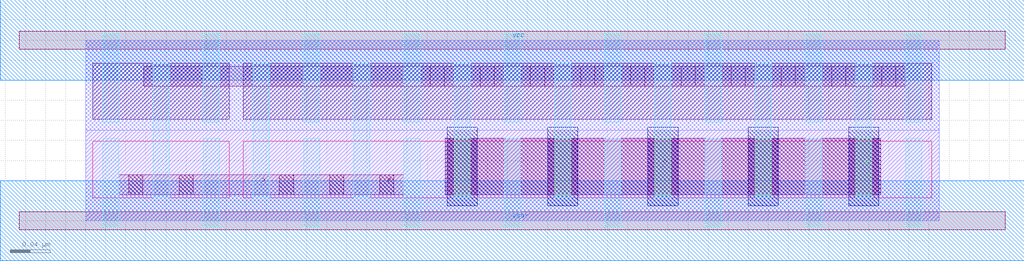
<source format=lef>
VERSION 5.8 ;
BUSBITCHARS "[]" ;

UNITS
  DATABASE MICRONS 4000 ;
END UNITS

MANUFACTURINGGRID 0.0005 ;

PROPERTYDEFINITIONS
  MACRO write_qor_data STRING ;
  MACRO port_placement_export_file STRING ;
  MACRO sqs_step STRING ;
  MACRO rm_lib_type STRING ;
END PROPERTYDEFINITIONS


LAYER bm5
  TYPE ROUTING ;
  DIRECTION VERTICAL ;
  PITCH 4 ;
  WIDTH 2 ;
  PROPERTY LEF58_WIDTH "WIDTH 2 WRONGDIRECTION ;" ;
END bm5

LAYER bv4
  TYPE CUT ;
END bv4

LAYER bm4
  TYPE ROUTING ;
  DIRECTION HORIZONTAL ;
  PITCH 1.08 ;
  WIDTH 0.54 ;
  PROPERTY LEF58_WIDTH "WIDTH 0.54 WRONGDIRECTION ;" ;
END bm4

LAYER bv3
  TYPE CUT ;
END bv3

LAYER bm3
  TYPE ROUTING ;
  DIRECTION VERTICAL ;
  PITCH 1.08 ;
  WIDTH 0.54 ;
  PROPERTY LEF58_WIDTH "WIDTH 0.54 WRONGDIRECTION ;" ;
END bm3

LAYER bv2
  TYPE CUT ;
END bv2

LAYER bm2
  TYPE ROUTING ;
  DIRECTION HORIZONTAL ;
  PITCH 0.38 ;
  WIDTH 0.24 ;
  PROPERTY LEF58_WIDTH "WIDTH 0.24 WRONGDIRECTION ;" ;
END bm2

LAYER bv1
  TYPE CUT ;
END bv1

LAYER bm1
  TYPE ROUTING ;
  DIRECTION VERTICAL ;
  PITCH 0.3 ;
  WIDTH 0.16 ;
  PROPERTY LEF58_WIDTH "WIDTH 0.16 WRONGDIRECTION ;" ;
END bm1

LAYER bv0
  TYPE CUT ;
END bv0

LAYER bm0
  TYPE ROUTING ;
  DIRECTION HORIZONTAL ;
  PITCH 0.16 ;
  WIDTH 0.08 ;
  PROPERTY LEF58_WIDTH "WIDTH 0.08 WRONGDIRECTION ;" ;
END bm0

LAYER devflav_n1_id
  TYPE IMPLANT ;
END devflav_n1_id

LAYER vg
  TYPE CUT ;
END vg

LAYER m0
  TYPE ROUTING ;
  MASK 2 ;
  DIRECTION HORIZONTAL ;
  PITCH 0.036 ;
  WIDTH 0.02 ;
  PROPERTY LEF58_WIDTH "WIDTH 0.028 WRONGDIRECTION ;" ;
END m0

LAYER v0
  TYPE CUT ;
END v0

LAYER m1
  TYPE ROUTING ;
  DIRECTION VERTICAL ;
  PITCH 0.05 ;
  WIDTH 0.03 ;
  PROPERTY LEF58_WIDTH "WIDTH 0.035 WRONGDIRECTION ;" ;
END m1

LAYER v1
  TYPE CUT ;
END v1

LAYER m2
  TYPE ROUTING ;
  DIRECTION HORIZONTAL ;
  PITCH 0.036 ;
  WIDTH 0.02 ;
  PROPERTY LEF58_WIDTH "WIDTH 0.056 WRONGDIRECTION ;" ;
END m2

LAYER v2
  TYPE CUT ;
END v2

LAYER m3
  TYPE ROUTING ;
  DIRECTION VERTICAL ;
  PITCH 0.04 ;
  WIDTH 0.024 ;
  PROPERTY LEF58_WIDTH "WIDTH 0.056 WRONGDIRECTION ;" ;
END m3

LAYER v3
  TYPE CUT ;
END v3

LAYER m4
  TYPE ROUTING ;
  DIRECTION HORIZONTAL ;
  PITCH 0.04 ;
  WIDTH 0.024 ;
  PROPERTY LEF58_WIDTH "WIDTH 0.056 WRONGDIRECTION ;" ;
END m4

LAYER v4
  TYPE CUT ;
END v4

LAYER m5
  TYPE ROUTING ;
  DIRECTION VERTICAL ;
  PITCH 0.08 ;
  WIDTH 0.04 ;
  PROPERTY LEF58_WIDTH "WIDTH 0.08 WRONGDIRECTION ;" ;
END m5

LAYER v5
  TYPE CUT ;
END v5

LAYER m6
  TYPE ROUTING ;
  DIRECTION HORIZONTAL ;
  PITCH 0.08 ;
  WIDTH 0.04 ;
  PROPERTY LEF58_WIDTH "WIDTH 0.08 WRONGDIRECTION ;" ;
END m6

LAYER v6
  TYPE CUT ;
END v6

LAYER m7
  TYPE ROUTING ;
  DIRECTION VERTICAL ;
  PITCH 0.08 ;
  WIDTH 0.04 ;
  PROPERTY LEF58_WIDTH "WIDTH 0.08 WRONGDIRECTION ;" ;
END m7

LAYER v7
  TYPE CUT ;
END v7

LAYER m8
  TYPE ROUTING ;
  DIRECTION HORIZONTAL ;
  PITCH 0.08 ;
  WIDTH 0.04 ;
  PROPERTY LEF58_WIDTH "WIDTH 0.08 WRONGDIRECTION ;" ;
END m8

LAYER v8
  TYPE CUT ;
END v8

LAYER m9
  TYPE ROUTING ;
  DIRECTION VERTICAL ;
  PITCH 0.08 ;
  WIDTH 0.04 ;
  PROPERTY LEF58_WIDTH "WIDTH 0.08 WRONGDIRECTION ;" ;
END m9

LAYER v9
  TYPE CUT ;
END v9

LAYER m10
  TYPE ROUTING ;
  DIRECTION HORIZONTAL ;
  PITCH 0.08 ;
  WIDTH 0.04 ;
  PROPERTY LEF58_WIDTH "WIDTH 0.08 WRONGDIRECTION ;" ;
END m10

LAYER v10
  TYPE CUT ;
END v10

LAYER m11
  TYPE ROUTING ;
  DIRECTION VERTICAL ;
  PITCH 0.12 ;
  WIDTH 0.06 ;
  PROPERTY LEF58_WIDTH "WIDTH 0.12 WRONGDIRECTION ;" ;
END m11

LAYER v11
  TYPE CUT ;
END v11

LAYER m12
  TYPE ROUTING ;
  DIRECTION HORIZONTAL ;
  PITCH 0.12 ;
  WIDTH 0.06 ;
  PROPERTY LEF58_WIDTH "WIDTH 0.12 WRONGDIRECTION ;" ;
END m12

LAYER v12
  TYPE CUT ;
END v12

LAYER m13
  TYPE ROUTING ;
  DIRECTION VERTICAL ;
  PITCH 0.16 ;
  WIDTH 0.08 ;
  PROPERTY LEF58_WIDTH "WIDTH 0.16 WRONGDIRECTION ;" ;
END m13

LAYER v13
  TYPE CUT ;
END v13

LAYER m14
  TYPE ROUTING ;
  DIRECTION HORIZONTAL ;
  PITCH 0.16 ;
  WIDTH 0.08 ;
  PROPERTY LEF58_WIDTH "WIDTH 0.16 WRONGDIRECTION ;" ;
END m14

LAYER ndiff
  TYPE MASTERSLICE ;
END ndiff


LAYER dummy81
  TYPE MASTERSLICE ;
END dummy81

LAYER foundryid
  TYPE MASTERSLICE ;
END foundryid

LAYER bce3
  TYPE MASTERSLICE ;
END bce3

LAYER bce2
  TYPE MASTERSLICE ;
END bce2

LAYER bce1
  TYPE MASTERSLICE ;
END bce1

LAYER dvb
  TYPE MASTERSLICE ;
END dvb

LAYER sdGen
  TYPE MASTERSLICE ;
END sdGen

LAYER pdiff
  TYPE MASTERSLICE ;
END pdiff

LAYER fti
  TYPE MASTERSLICE ;
END fti

LAYER poly
  TYPE MASTERSLICE ;
END poly

LAYER tcn
  TYPE MASTERSLICE ;
END tcn

LAYER vt
  TYPE MASTERSLICE ;
END vt

LAYER gcn
  TYPE MASTERSLICE ;
END gcn

LAYER tfr
  TYPE MASTERSLICE ;
END tfr

LAYER ESD_mask
  TYPE MASTERSLICE ;
END ESD_mask

LAYER NSD_mask
  TYPE MASTERSLICE ;
END NSD_mask

LAYER PSD_mask
  TYPE MASTERSLICE ;
END PSD_mask

LAYER siGen
  TYPE MASTERSLICE ;
END siGen

LAYER bkr
  TYPE MASTERSLICE ;
END bkr

LAYER chkBoundary
  TYPE MASTERSLICE ;
END chkBoundary

LAYER dummy82
  TYPE MASTERSLICE ;
END dummy82

LAYER dummy63
  TYPE MASTERSLICE ;
END dummy63

LAYER dummy273
  TYPE MASTERSLICE ;
END dummy273

LAYER devflav_p1_id
  TYPE IMPLANT ;
END devflav_p1_id

LAYER devflav_n2_id
  TYPE IMPLANT ;
END devflav_n2_id

LAYER devflav_p2_id
  TYPE IMPLANT ;
END devflav_p2_id

LAYER devflav_n3_id
  TYPE IMPLANT ;
END devflav_n3_id

LAYER devflav_p3_id
  TYPE IMPLANT ;
END devflav_p3_id

LAYER devflav_n4_id
  TYPE IMPLANT ;
END devflav_n4_id

LAYER devflav_p4_id
  TYPE IMPLANT ;
END devflav_p4_id

LAYER devflav_n5_id
  TYPE IMPLANT ;
END devflav_n5_id

LAYER devflav_p5_id
  TYPE IMPLANT ;
END devflav_p5_id


VIA BV0_160x260_180V_160V
  LAYER bm1 ;
    RECT -0.08 -0.17 0.08 0.17 ;
  LAYER bv0 ;
    RECT -0.08 -0.13 0.08 0.13 ;
  LAYER bm0 ;
    RECT -0.09 -0.17 0.09 0.17 ;
END BV0_160x260_180V_160V

VIA BV0_160x260_180V_240V
  LAYER bm1 ;
    RECT -0.12 -0.17 0.12 0.17 ;
  LAYER bv0 ;
    RECT -0.08 -0.13 0.08 0.13 ;
  LAYER bm0 ;
    RECT -0.09 -0.17 0.09 0.17 ;
END BV0_160x260_180V_240V

VIA BV0_160x260_180V_320H
  LAYER bm1 ;
    RECT -0.12 -0.16 0.12 0.16 ;
  LAYER bv0 ;
    RECT -0.08 -0.13 0.08 0.13 ;
  LAYER bm0 ;
    RECT -0.09 -0.17 0.09 0.17 ;
END BV0_160x260_180V_320H

VIA BV0_160x260_180V_320V
  LAYER bm1 ;
    RECT -0.16 -0.17 0.16 0.17 ;
  LAYER bv0 ;
    RECT -0.08 -0.13 0.08 0.13 ;
  LAYER bm0 ;
    RECT -0.09 -0.17 0.09 0.17 ;
END BV0_160x260_180V_320V

VIA BV0_160x80_180H_160H
  LAYER bm1 ;
    RECT -0.12 -0.08 0.12 0.08 ;
  LAYER bv0 ;
    RECT -0.08 -0.04 0.08 0.04 ;
  LAYER bm0 ;
    RECT -0.12 -0.09 0.12 0.09 ;
END BV0_160x80_180H_160H

VIA BV0_160x80_180H_160V
  LAYER bm1 ;
    RECT -0.08 -0.08 0.08 0.08 ;
  LAYER bv0 ;
    RECT -0.08 -0.04 0.08 0.04 ;
  LAYER bm0 ;
    RECT -0.12 -0.09 0.12 0.09 ;
END BV0_160x80_180H_160V

VIA BV0_160x80_180H_240H
  LAYER bm1 ;
    RECT -0.12 -0.12 0.12 0.12 ;
  LAYER bv0 ;
    RECT -0.08 -0.04 0.08 0.04 ;
  LAYER bm0 ;
    RECT -0.12 -0.09 0.12 0.09 ;
END BV0_160x80_180H_240H

VIA BV0_160x80_180H_240V
  LAYER bm1 ;
    RECT -0.12 -0.08 0.12 0.08 ;
  LAYER bv0 ;
    RECT -0.08 -0.04 0.08 0.04 ;
  LAYER bm0 ;
    RECT -0.12 -0.09 0.12 0.09 ;
END BV0_160x80_180H_240V

VIA BV0_160x80_180H_320H
  LAYER bm1 ;
    RECT -0.12 -0.16 0.12 0.16 ;
  LAYER bv0 ;
    RECT -0.08 -0.04 0.08 0.04 ;
  LAYER bm0 ;
    RECT -0.12 -0.09 0.12 0.09 ;
END BV0_160x80_180H_320H

VIA BV0_160x80_180H_320V
  LAYER bm1 ;
    RECT -0.16 -0.08 0.16 0.08 ;
  LAYER bv0 ;
    RECT -0.08 -0.04 0.08 0.04 ;
  LAYER bm0 ;
    RECT -0.12 -0.09 0.12 0.09 ;
END BV0_160x80_180H_320V

VIA BV0_160x80_180V_160H
  LAYER bm1 ;
    RECT -0.12 -0.08 0.12 0.08 ;
  LAYER bv0 ;
    RECT -0.08 -0.04 0.08 0.04 ;
  LAYER bm0 ;
    RECT -0.09 -0.08 0.09 0.08 ;
END BV0_160x80_180V_160H

VIA BV0_160x80_180V_160V
  LAYER bm1 ;
    RECT -0.08 -0.08 0.08 0.08 ;
  LAYER bv0 ;
    RECT -0.08 -0.04 0.08 0.04 ;
  LAYER bm0 ;
    RECT -0.09 -0.08 0.09 0.08 ;
END BV0_160x80_180V_160V

VIA BV0_160x80_180V_240H
  LAYER bm1 ;
    RECT -0.12 -0.12 0.12 0.12 ;
  LAYER bv0 ;
    RECT -0.08 -0.04 0.08 0.04 ;
  LAYER bm0 ;
    RECT -0.09 -0.08 0.09 0.08 ;
END BV0_160x80_180V_240H

VIA BV0_160x80_180V_240V
  LAYER bm1 ;
    RECT -0.12 -0.08 0.12 0.08 ;
  LAYER bv0 ;
    RECT -0.08 -0.04 0.08 0.04 ;
  LAYER bm0 ;
    RECT -0.09 -0.08 0.09 0.08 ;
END BV0_160x80_180V_240V

VIA BV0_160x80_180V_320H
  LAYER bm1 ;
    RECT -0.12 -0.16 0.12 0.16 ;
  LAYER bv0 ;
    RECT -0.08 -0.04 0.08 0.04 ;
  LAYER bm0 ;
    RECT -0.09 -0.08 0.09 0.08 ;
END BV0_160x80_180V_320H

VIA BV0_160x80_180V_320V
  LAYER bm1 ;
    RECT -0.16 -0.08 0.16 0.08 ;
  LAYER bv0 ;
    RECT -0.08 -0.04 0.08 0.04 ;
  LAYER bm0 ;
    RECT -0.09 -0.08 0.09 0.08 ;
END BV0_160x80_180V_320V

VIA BV0_160x80_80H_160H
  LAYER bm1 ;
    RECT -0.12 -0.08 0.12 0.08 ;
  LAYER bv0 ;
    RECT -0.08 -0.04 0.08 0.04 ;
  LAYER bm0 ;
    RECT -0.12 -0.04 0.12 0.04 ;
END BV0_160x80_80H_160H

VIA BV0_160x80_80H_160V
  LAYER bm1 ;
    RECT -0.08 -0.08 0.08 0.08 ;
  LAYER bv0 ;
    RECT -0.08 -0.04 0.08 0.04 ;
  LAYER bm0 ;
    RECT -0.12 -0.04 0.12 0.04 ;
END BV0_160x80_80H_160V

VIA BV0_160x80_80H_240H
  LAYER bm1 ;
    RECT -0.12 -0.12 0.12 0.12 ;
  LAYER bv0 ;
    RECT -0.08 -0.04 0.08 0.04 ;
  LAYER bm0 ;
    RECT -0.12 -0.04 0.12 0.04 ;
END BV0_160x80_80H_240H

VIA BV0_160x80_80H_240V
  LAYER bm1 ;
    RECT -0.12 -0.08 0.12 0.08 ;
  LAYER bv0 ;
    RECT -0.08 -0.04 0.08 0.04 ;
  LAYER bm0 ;
    RECT -0.12 -0.04 0.12 0.04 ;
END BV0_160x80_80H_240V

VIA BV0_160x80_80H_320H
  LAYER bm1 ;
    RECT -0.12 -0.16 0.12 0.16 ;
  LAYER bv0 ;
    RECT -0.08 -0.04 0.08 0.04 ;
  LAYER bm0 ;
    RECT -0.12 -0.04 0.12 0.04 ;
END BV0_160x80_80H_320H

VIA BV0_160x80_80H_320V
  LAYER bm1 ;
    RECT -0.16 -0.08 0.16 0.08 ;
  LAYER bv0 ;
    RECT -0.08 -0.04 0.08 0.04 ;
  LAYER bm0 ;
    RECT -0.12 -0.04 0.12 0.04 ;
END BV0_160x80_80H_320V

VIA BV0_240x80_180H_160H
  LAYER bm1 ;
    RECT -0.16 -0.08 0.16 0.08 ;
  LAYER bv0 ;
    RECT -0.12 -0.04 0.12 0.04 ;
  LAYER bm0 ;
    RECT -0.16 -0.09 0.16 0.09 ;
END BV0_240x80_180H_160H

VIA BV0_240x80_180H_240H
  LAYER bm1 ;
    RECT -0.16 -0.12 0.16 0.12 ;
  LAYER bv0 ;
    RECT -0.12 -0.04 0.12 0.04 ;
  LAYER bm0 ;
    RECT -0.16 -0.09 0.16 0.09 ;
END BV0_240x80_180H_240H

VIA BV0_240x80_180H_240V
  LAYER bm1 ;
    RECT -0.12 -0.08 0.12 0.08 ;
  LAYER bv0 ;
    RECT -0.12 -0.04 0.12 0.04 ;
  LAYER bm0 ;
    RECT -0.16 -0.09 0.16 0.09 ;
END BV0_240x80_180H_240V

VIA BV0_240x80_180H_320H
  LAYER bm1 ;
    RECT -0.16 -0.16 0.16 0.16 ;
  LAYER bv0 ;
    RECT -0.12 -0.04 0.12 0.04 ;
  LAYER bm0 ;
    RECT -0.16 -0.09 0.16 0.09 ;
END BV0_240x80_180H_320H

VIA BV0_240x80_180H_320V
  LAYER bm1 ;
    RECT -0.16 -0.08 0.16 0.08 ;
  LAYER bv0 ;
    RECT -0.12 -0.04 0.12 0.04 ;
  LAYER bm0 ;
    RECT -0.16 -0.09 0.16 0.09 ;
END BV0_240x80_180H_320V

VIA BV0_240x80_80H_160H
  LAYER bm1 ;
    RECT -0.16 -0.08 0.16 0.08 ;
  LAYER bv0 ;
    RECT -0.12 -0.04 0.12 0.04 ;
  LAYER bm0 ;
    RECT -0.16 -0.04 0.16 0.04 ;
END BV0_240x80_80H_160H

VIA BV0_240x80_80H_240H
  LAYER bm1 ;
    RECT -0.16 -0.12 0.16 0.12 ;
  LAYER bv0 ;
    RECT -0.12 -0.04 0.12 0.04 ;
  LAYER bm0 ;
    RECT -0.16 -0.04 0.16 0.04 ;
END BV0_240x80_80H_240H

VIA BV0_240x80_80H_240V
  LAYER bm1 ;
    RECT -0.12 -0.08 0.12 0.08 ;
  LAYER bv0 ;
    RECT -0.12 -0.04 0.12 0.04 ;
  LAYER bm0 ;
    RECT -0.16 -0.04 0.16 0.04 ;
END BV0_240x80_80H_240V

VIA BV0_240x80_80H_320H
  LAYER bm1 ;
    RECT -0.16 -0.16 0.16 0.16 ;
  LAYER bv0 ;
    RECT -0.12 -0.04 0.12 0.04 ;
  LAYER bm0 ;
    RECT -0.16 -0.04 0.16 0.04 ;
END BV0_240x80_80H_320H

VIA BV0_240x80_80H_320V
  LAYER bm1 ;
    RECT -0.16 -0.08 0.16 0.08 ;
  LAYER bv0 ;
    RECT -0.12 -0.04 0.12 0.04 ;
  LAYER bm0 ;
    RECT -0.16 -0.04 0.16 0.04 ;
END BV0_240x80_80H_320V

VIA BV0_260x160_180H_160H
  LAYER bm1 ;
    RECT -0.17 -0.08 0.17 0.08 ;
  LAYER bv0 ;
    RECT -0.13 -0.08 0.13 0.08 ;
  LAYER bm0 ;
    RECT -0.17 -0.09 0.17 0.09 ;
END BV0_260x160_180H_160H

VIA BV0_260x160_180H_240H
  LAYER bm1 ;
    RECT -0.17 -0.12 0.17 0.12 ;
  LAYER bv0 ;
    RECT -0.13 -0.08 0.13 0.08 ;
  LAYER bm0 ;
    RECT -0.17 -0.09 0.17 0.09 ;
END BV0_260x160_180H_240H

VIA BV0_260x160_180H_320H
  LAYER bm1 ;
    RECT -0.17 -0.16 0.17 0.16 ;
  LAYER bv0 ;
    RECT -0.13 -0.08 0.13 0.08 ;
  LAYER bm0 ;
    RECT -0.17 -0.09 0.17 0.09 ;
END BV0_260x160_180H_320H

VIA BV0_260x160_180H_320V
  LAYER bm1 ;
    RECT -0.16 -0.12 0.16 0.12 ;
  LAYER bv0 ;
    RECT -0.13 -0.08 0.13 0.08 ;
  LAYER bm0 ;
    RECT -0.17 -0.09 0.17 0.09 ;
END BV0_260x160_180H_320V

VIA BV0_80x160_180H_160H
  LAYER bm1 ;
    RECT -0.08 -0.08 0.08 0.08 ;
  LAYER bv0 ;
    RECT -0.04 -0.08 0.04 0.08 ;
  LAYER bm0 ;
    RECT -0.08 -0.09 0.08 0.09 ;
END BV0_80x160_180H_160H

VIA BV0_80x160_180H_160V
  LAYER bm1 ;
    RECT -0.08 -0.12 0.08 0.12 ;
  LAYER bv0 ;
    RECT -0.04 -0.08 0.04 0.08 ;
  LAYER bm0 ;
    RECT -0.08 -0.09 0.08 0.09 ;
END BV0_80x160_180H_160V

VIA BV0_80x160_180H_240H
  LAYER bm1 ;
    RECT -0.08 -0.12 0.08 0.12 ;
  LAYER bv0 ;
    RECT -0.04 -0.08 0.04 0.08 ;
  LAYER bm0 ;
    RECT -0.08 -0.09 0.08 0.09 ;
END BV0_80x160_180H_240H

VIA BV0_80x160_180H_240V
  LAYER bm1 ;
    RECT -0.12 -0.12 0.12 0.12 ;
  LAYER bv0 ;
    RECT -0.04 -0.08 0.04 0.08 ;
  LAYER bm0 ;
    RECT -0.08 -0.09 0.08 0.09 ;
END BV0_80x160_180H_240V

VIA BV0_80x160_180H_320H
  LAYER bm1 ;
    RECT -0.08 -0.16 0.08 0.16 ;
  LAYER bv0 ;
    RECT -0.04 -0.08 0.04 0.08 ;
  LAYER bm0 ;
    RECT -0.08 -0.09 0.08 0.09 ;
END BV0_80x160_180H_320H

VIA BV0_80x160_180H_320V
  LAYER bm1 ;
    RECT -0.16 -0.12 0.16 0.12 ;
  LAYER bv0 ;
    RECT -0.04 -0.08 0.04 0.08 ;
  LAYER bm0 ;
    RECT -0.08 -0.09 0.08 0.09 ;
END BV0_80x160_180H_320V

VIA BV0_80x160_180V_160H
  LAYER bm1 ;
    RECT -0.08 -0.08 0.08 0.08 ;
  LAYER bv0 ;
    RECT -0.04 -0.08 0.04 0.08 ;
  LAYER bm0 ;
    RECT -0.09 -0.12 0.09 0.12 ;
END BV0_80x160_180V_160H

VIA BV0_80x160_180V_160V
  LAYER bm1 ;
    RECT -0.08 -0.12 0.08 0.12 ;
  LAYER bv0 ;
    RECT -0.04 -0.08 0.04 0.08 ;
  LAYER bm0 ;
    RECT -0.09 -0.12 0.09 0.12 ;
END BV0_80x160_180V_160V

VIA BV0_80x160_180V_240H
  LAYER bm1 ;
    RECT -0.08 -0.12 0.08 0.12 ;
  LAYER bv0 ;
    RECT -0.04 -0.08 0.04 0.08 ;
  LAYER bm0 ;
    RECT -0.09 -0.12 0.09 0.12 ;
END BV0_80x160_180V_240H

VIA BV0_80x160_180V_240V
  LAYER bm1 ;
    RECT -0.12 -0.12 0.12 0.12 ;
  LAYER bv0 ;
    RECT -0.04 -0.08 0.04 0.08 ;
  LAYER bm0 ;
    RECT -0.09 -0.12 0.09 0.12 ;
END BV0_80x160_180V_240V

VIA BV0_80x160_180V_320H
  LAYER bm1 ;
    RECT -0.08 -0.16 0.08 0.16 ;
  LAYER bv0 ;
    RECT -0.04 -0.08 0.04 0.08 ;
  LAYER bm0 ;
    RECT -0.09 -0.12 0.09 0.12 ;
END BV0_80x160_180V_320H

VIA BV0_80x160_180V_320V
  LAYER bm1 ;
    RECT -0.16 -0.12 0.16 0.12 ;
  LAYER bv0 ;
    RECT -0.04 -0.08 0.04 0.08 ;
  LAYER bm0 ;
    RECT -0.09 -0.12 0.09 0.12 ;
END BV0_80x160_180V_320V

VIA BV0_80x240_180V_160V
  LAYER bm1 ;
    RECT -0.08 -0.16 0.08 0.16 ;
  LAYER bv0 ;
    RECT -0.04 -0.12 0.04 0.12 ;
  LAYER bm0 ;
    RECT -0.09 -0.16 0.09 0.16 ;
END BV0_80x240_180V_160V

VIA BV0_80x240_180V_240H
  LAYER bm1 ;
    RECT -0.08 -0.12 0.08 0.12 ;
  LAYER bv0 ;
    RECT -0.04 -0.12 0.04 0.12 ;
  LAYER bm0 ;
    RECT -0.09 -0.16 0.09 0.16 ;
END BV0_80x240_180V_240H

VIA BV0_80x240_180V_240V
  LAYER bm1 ;
    RECT -0.12 -0.16 0.12 0.16 ;
  LAYER bv0 ;
    RECT -0.04 -0.12 0.04 0.12 ;
  LAYER bm0 ;
    RECT -0.09 -0.16 0.09 0.16 ;
END BV0_80x240_180V_240V

VIA BV0_80x240_180V_320H
  LAYER bm1 ;
    RECT -0.08 -0.16 0.08 0.16 ;
  LAYER bv0 ;
    RECT -0.04 -0.12 0.04 0.12 ;
  LAYER bm0 ;
    RECT -0.09 -0.16 0.09 0.16 ;
END BV0_80x240_180V_320H

VIA BV0_80x240_180V_320V
  LAYER bm1 ;
    RECT -0.16 -0.16 0.16 0.16 ;
  LAYER bv0 ;
    RECT -0.04 -0.12 0.04 0.12 ;
  LAYER bm0 ;
    RECT -0.09 -0.16 0.09 0.16 ;
END BV0_80x240_180V_320V

VIA BV1_160x340_160V_240V
  LAYER bm2 ;
    RECT -0.12 -0.29 0.12 0.29 ;
  LAYER bv1 ;
    RECT -0.08 -0.17 0.08 0.17 ;
  LAYER bm1 ;
    RECT -0.08 -0.27 0.08 0.27 ;
END BV1_160x340_160V_240V

VIA BV1_160x340_160V_340H
  LAYER bm2 ;
    RECT -0.2 -0.17 0.2 0.17 ;
  LAYER bv1 ;
    RECT -0.08 -0.17 0.08 0.17 ;
  LAYER bm1 ;
    RECT -0.08 -0.27 0.08 0.27 ;
END BV1_160x340_160V_340H

VIA BV1_160x340_160V_340V
  LAYER bm2 ;
    RECT -0.17 -0.29 0.17 0.29 ;
  LAYER bv1 ;
    RECT -0.08 -0.17 0.08 0.17 ;
  LAYER bm1 ;
    RECT -0.08 -0.27 0.08 0.27 ;
END BV1_160x340_160V_340V

VIA BV1_160x340_160V_510H
  LAYER bm2 ;
    RECT -0.2 -0.255 0.2 0.255 ;
  LAYER bv1 ;
    RECT -0.08 -0.17 0.08 0.17 ;
  LAYER bm1 ;
    RECT -0.08 -0.27 0.08 0.27 ;
END BV1_160x340_160V_510H

VIA BV1_160x340_160V_510V
  LAYER bm2 ;
    RECT -0.255 -0.29 0.255 0.29 ;
  LAYER bv1 ;
    RECT -0.08 -0.17 0.08 0.17 ;
  LAYER bm1 ;
    RECT -0.08 -0.27 0.08 0.27 ;
END BV1_160x340_160V_510V

VIA BV1_160x340_240V_240V
  LAYER bm2 ;
    RECT -0.12 -0.29 0.12 0.29 ;
  LAYER bv1 ;
    RECT -0.08 -0.17 0.08 0.17 ;
  LAYER bm1 ;
    RECT -0.12 -0.27 0.12 0.27 ;
END BV1_160x340_240V_240V

VIA BV1_160x340_240V_340H
  LAYER bm2 ;
    RECT -0.2 -0.17 0.2 0.17 ;
  LAYER bv1 ;
    RECT -0.08 -0.17 0.08 0.17 ;
  LAYER bm1 ;
    RECT -0.12 -0.27 0.12 0.27 ;
END BV1_160x340_240V_340H

VIA BV1_160x340_240V_340V
  LAYER bm2 ;
    RECT -0.17 -0.29 0.17 0.29 ;
  LAYER bv1 ;
    RECT -0.08 -0.17 0.08 0.17 ;
  LAYER bm1 ;
    RECT -0.12 -0.27 0.12 0.27 ;
END BV1_160x340_240V_340V

VIA BV1_160x340_240V_510H
  LAYER bm2 ;
    RECT -0.2 -0.255 0.2 0.255 ;
  LAYER bv1 ;
    RECT -0.08 -0.17 0.08 0.17 ;
  LAYER bm1 ;
    RECT -0.12 -0.27 0.12 0.27 ;
END BV1_160x340_240V_510H

VIA BV1_160x340_240V_510V
  LAYER bm2 ;
    RECT -0.255 -0.29 0.255 0.29 ;
  LAYER bv1 ;
    RECT -0.08 -0.17 0.08 0.17 ;
  LAYER bm1 ;
    RECT -0.12 -0.27 0.12 0.27 ;
END BV1_160x340_240V_510V

VIA BV1_160x340_320V_240V
  LAYER bm2 ;
    RECT -0.12 -0.29 0.12 0.29 ;
  LAYER bv1 ;
    RECT -0.08 -0.17 0.08 0.17 ;
  LAYER bm1 ;
    RECT -0.16 -0.27 0.16 0.27 ;
END BV1_160x340_320V_240V

VIA BV1_160x340_320V_340H
  LAYER bm2 ;
    RECT -0.2 -0.17 0.2 0.17 ;
  LAYER bv1 ;
    RECT -0.08 -0.17 0.08 0.17 ;
  LAYER bm1 ;
    RECT -0.16 -0.27 0.16 0.27 ;
END BV1_160x340_320V_340H

VIA BV1_160x340_320V_340V
  LAYER bm2 ;
    RECT -0.17 -0.29 0.17 0.29 ;
  LAYER bv1 ;
    RECT -0.08 -0.17 0.08 0.17 ;
  LAYER bm1 ;
    RECT -0.16 -0.27 0.16 0.27 ;
END BV1_160x340_320V_340V

VIA BV1_160x340_320V_510H
  LAYER bm2 ;
    RECT -0.2 -0.255 0.2 0.255 ;
  LAYER bv1 ;
    RECT -0.08 -0.17 0.08 0.17 ;
  LAYER bm1 ;
    RECT -0.16 -0.27 0.16 0.27 ;
END BV1_160x340_320V_510H

VIA BV1_160x340_320V_510V
  LAYER bm2 ;
    RECT -0.255 -0.29 0.255 0.29 ;
  LAYER bv1 ;
    RECT -0.08 -0.17 0.08 0.17 ;
  LAYER bm1 ;
    RECT -0.16 -0.27 0.16 0.27 ;
END BV1_160x340_320V_510V

VIA BV1_160x510_160V_240V
  LAYER bm2 ;
    RECT -0.12 -0.375 0.12 0.375 ;
  LAYER bv1 ;
    RECT -0.08 -0.255 0.08 0.255 ;
  LAYER bm1 ;
    RECT -0.08 -0.355 0.08 0.355 ;
END BV1_160x510_160V_240V

VIA BV1_160x510_160V_340V
  LAYER bm2 ;
    RECT -0.17 -0.375 0.17 0.375 ;
  LAYER bv1 ;
    RECT -0.08 -0.255 0.08 0.255 ;
  LAYER bm1 ;
    RECT -0.08 -0.355 0.08 0.355 ;
END BV1_160x510_160V_340V

VIA BV1_160x510_160V_510H
  LAYER bm2 ;
    RECT -0.2 -0.255 0.2 0.255 ;
  LAYER bv1 ;
    RECT -0.08 -0.255 0.08 0.255 ;
  LAYER bm1 ;
    RECT -0.08 -0.355 0.08 0.355 ;
END BV1_160x510_160V_510H

VIA BV1_160x510_160V_510V
  LAYER bm2 ;
    RECT -0.255 -0.375 0.255 0.375 ;
  LAYER bv1 ;
    RECT -0.08 -0.255 0.08 0.255 ;
  LAYER bm1 ;
    RECT -0.08 -0.355 0.08 0.355 ;
END BV1_160x510_160V_510V

VIA BV1_160x510_240V_240V
  LAYER bm2 ;
    RECT -0.12 -0.375 0.12 0.375 ;
  LAYER bv1 ;
    RECT -0.08 -0.255 0.08 0.255 ;
  LAYER bm1 ;
    RECT -0.12 -0.355 0.12 0.355 ;
END BV1_160x510_240V_240V

VIA BV1_160x510_240V_340V
  LAYER bm2 ;
    RECT -0.17 -0.375 0.17 0.375 ;
  LAYER bv1 ;
    RECT -0.08 -0.255 0.08 0.255 ;
  LAYER bm1 ;
    RECT -0.12 -0.355 0.12 0.355 ;
END BV1_160x510_240V_340V

VIA BV1_160x510_240V_510H
  LAYER bm2 ;
    RECT -0.2 -0.255 0.2 0.255 ;
  LAYER bv1 ;
    RECT -0.08 -0.255 0.08 0.255 ;
  LAYER bm1 ;
    RECT -0.12 -0.355 0.12 0.355 ;
END BV1_160x510_240V_510H

VIA BV1_160x510_240V_510V
  LAYER bm2 ;
    RECT -0.255 -0.375 0.255 0.375 ;
  LAYER bv1 ;
    RECT -0.08 -0.255 0.08 0.255 ;
  LAYER bm1 ;
    RECT -0.12 -0.355 0.12 0.355 ;
END BV1_160x510_240V_510V

VIA BV1_160x510_320V_240V
  LAYER bm2 ;
    RECT -0.12 -0.375 0.12 0.375 ;
  LAYER bv1 ;
    RECT -0.08 -0.255 0.08 0.255 ;
  LAYER bm1 ;
    RECT -0.16 -0.355 0.16 0.355 ;
END BV1_160x510_320V_240V

VIA BV1_160x510_320V_340V
  LAYER bm2 ;
    RECT -0.17 -0.375 0.17 0.375 ;
  LAYER bv1 ;
    RECT -0.08 -0.255 0.08 0.255 ;
  LAYER bm1 ;
    RECT -0.16 -0.355 0.16 0.355 ;
END BV1_160x510_320V_340V

VIA BV1_160x510_320V_510H
  LAYER bm2 ;
    RECT -0.2 -0.255 0.2 0.255 ;
  LAYER bv1 ;
    RECT -0.08 -0.255 0.08 0.255 ;
  LAYER bm1 ;
    RECT -0.16 -0.355 0.16 0.355 ;
END BV1_160x510_320V_510H

VIA BV1_160x510_320V_510V
  LAYER bm2 ;
    RECT -0.255 -0.375 0.255 0.375 ;
  LAYER bv1 ;
    RECT -0.08 -0.255 0.08 0.255 ;
  LAYER bm1 ;
    RECT -0.16 -0.355 0.16 0.355 ;
END BV1_160x510_320V_510V

VIA BV1_340x160_160H_240H
  LAYER bm2 ;
    RECT -0.29 -0.12 0.29 0.12 ;
  LAYER bv1 ;
    RECT -0.17 -0.08 0.17 0.08 ;
  LAYER bm1 ;
    RECT -0.27 -0.08 0.27 0.08 ;
END BV1_340x160_160H_240H

VIA BV1_340x160_160H_340H
  LAYER bm2 ;
    RECT -0.29 -0.17 0.29 0.17 ;
  LAYER bv1 ;
    RECT -0.17 -0.08 0.17 0.08 ;
  LAYER bm1 ;
    RECT -0.27 -0.08 0.27 0.08 ;
END BV1_340x160_160H_340H

VIA BV1_340x160_160H_340V
  LAYER bm2 ;
    RECT -0.17 -0.2 0.17 0.2 ;
  LAYER bv1 ;
    RECT -0.17 -0.08 0.17 0.08 ;
  LAYER bm1 ;
    RECT -0.27 -0.08 0.27 0.08 ;
END BV1_340x160_160H_340V

VIA BV1_340x160_160H_510H
  LAYER bm2 ;
    RECT -0.29 -0.255 0.29 0.255 ;
  LAYER bv1 ;
    RECT -0.17 -0.08 0.17 0.08 ;
  LAYER bm1 ;
    RECT -0.27 -0.08 0.27 0.08 ;
END BV1_340x160_160H_510H

VIA BV1_340x160_160H_510V
  LAYER bm2 ;
    RECT -0.255 -0.2 0.255 0.2 ;
  LAYER bv1 ;
    RECT -0.17 -0.08 0.17 0.08 ;
  LAYER bm1 ;
    RECT -0.27 -0.08 0.27 0.08 ;
END BV1_340x160_160H_510V

VIA BV1_340x160_240H_240H
  LAYER bm2 ;
    RECT -0.29 -0.12 0.29 0.12 ;
  LAYER bv1 ;
    RECT -0.17 -0.08 0.17 0.08 ;
  LAYER bm1 ;
    RECT -0.27 -0.12 0.27 0.12 ;
END BV1_340x160_240H_240H

VIA BV1_340x160_240H_340H
  LAYER bm2 ;
    RECT -0.29 -0.17 0.29 0.17 ;
  LAYER bv1 ;
    RECT -0.17 -0.08 0.17 0.08 ;
  LAYER bm1 ;
    RECT -0.27 -0.12 0.27 0.12 ;
END BV1_340x160_240H_340H

VIA BV1_340x160_240H_340V
  LAYER bm2 ;
    RECT -0.17 -0.2 0.17 0.2 ;
  LAYER bv1 ;
    RECT -0.17 -0.08 0.17 0.08 ;
  LAYER bm1 ;
    RECT -0.27 -0.12 0.27 0.12 ;
END BV1_340x160_240H_340V

VIA BV1_340x160_240H_510H
  LAYER bm2 ;
    RECT -0.29 -0.255 0.29 0.255 ;
  LAYER bv1 ;
    RECT -0.17 -0.08 0.17 0.08 ;
  LAYER bm1 ;
    RECT -0.27 -0.12 0.27 0.12 ;
END BV1_340x160_240H_510H

VIA BV1_340x160_240H_510V
  LAYER bm2 ;
    RECT -0.255 -0.2 0.255 0.2 ;
  LAYER bv1 ;
    RECT -0.17 -0.08 0.17 0.08 ;
  LAYER bm1 ;
    RECT -0.27 -0.12 0.27 0.12 ;
END BV1_340x160_240H_510V

VIA BV1_340x160_320H_240H
  LAYER bm2 ;
    RECT -0.29 -0.12 0.29 0.12 ;
  LAYER bv1 ;
    RECT -0.17 -0.08 0.17 0.08 ;
  LAYER bm1 ;
    RECT -0.27 -0.16 0.27 0.16 ;
END BV1_340x160_320H_240H

VIA BV1_340x160_320H_340H
  LAYER bm2 ;
    RECT -0.29 -0.17 0.29 0.17 ;
  LAYER bv1 ;
    RECT -0.17 -0.08 0.17 0.08 ;
  LAYER bm1 ;
    RECT -0.27 -0.16 0.27 0.16 ;
END BV1_340x160_320H_340H

VIA BV1_340x160_320H_340V
  LAYER bm2 ;
    RECT -0.17 -0.2 0.17 0.2 ;
  LAYER bv1 ;
    RECT -0.17 -0.08 0.17 0.08 ;
  LAYER bm1 ;
    RECT -0.27 -0.16 0.27 0.16 ;
END BV1_340x160_320H_340V

VIA BV1_340x160_320H_510H
  LAYER bm2 ;
    RECT -0.29 -0.255 0.29 0.255 ;
  LAYER bv1 ;
    RECT -0.17 -0.08 0.17 0.08 ;
  LAYER bm1 ;
    RECT -0.27 -0.16 0.27 0.16 ;
END BV1_340x160_320H_510H

VIA BV1_340x160_320H_510V
  LAYER bm2 ;
    RECT -0.255 -0.2 0.255 0.2 ;
  LAYER bv1 ;
    RECT -0.17 -0.08 0.17 0.08 ;
  LAYER bm1 ;
    RECT -0.27 -0.16 0.27 0.16 ;
END BV1_340x160_320H_510V

VIA BV1_510x160_160H_240H
  LAYER bm2 ;
    RECT -0.375 -0.12 0.375 0.12 ;
  LAYER bv1 ;
    RECT -0.255 -0.08 0.255 0.08 ;
  LAYER bm1 ;
    RECT -0.355 -0.08 0.355 0.08 ;
END BV1_510x160_160H_240H

VIA BV1_510x160_160H_340H
  LAYER bm2 ;
    RECT -0.375 -0.17 0.375 0.17 ;
  LAYER bv1 ;
    RECT -0.255 -0.08 0.255 0.08 ;
  LAYER bm1 ;
    RECT -0.355 -0.08 0.355 0.08 ;
END BV1_510x160_160H_340H

VIA BV1_510x160_160H_510H
  LAYER bm2 ;
    RECT -0.375 -0.255 0.375 0.255 ;
  LAYER bv1 ;
    RECT -0.255 -0.08 0.255 0.08 ;
  LAYER bm1 ;
    RECT -0.355 -0.08 0.355 0.08 ;
END BV1_510x160_160H_510H

VIA BV1_510x160_160H_510V
  LAYER bm2 ;
    RECT -0.255 -0.2 0.255 0.2 ;
  LAYER bv1 ;
    RECT -0.255 -0.08 0.255 0.08 ;
  LAYER bm1 ;
    RECT -0.355 -0.08 0.355 0.08 ;
END BV1_510x160_160H_510V

VIA BV1_510x160_240H_240H
  LAYER bm2 ;
    RECT -0.375 -0.12 0.375 0.12 ;
  LAYER bv1 ;
    RECT -0.255 -0.08 0.255 0.08 ;
  LAYER bm1 ;
    RECT -0.355 -0.12 0.355 0.12 ;
END BV1_510x160_240H_240H

VIA BV1_510x160_240H_340H
  LAYER bm2 ;
    RECT -0.375 -0.17 0.375 0.17 ;
  LAYER bv1 ;
    RECT -0.255 -0.08 0.255 0.08 ;
  LAYER bm1 ;
    RECT -0.355 -0.12 0.355 0.12 ;
END BV1_510x160_240H_340H

VIA BV1_510x160_240H_510H
  LAYER bm2 ;
    RECT -0.375 -0.255 0.375 0.255 ;
  LAYER bv1 ;
    RECT -0.255 -0.08 0.255 0.08 ;
  LAYER bm1 ;
    RECT -0.355 -0.12 0.355 0.12 ;
END BV1_510x160_240H_510H

VIA BV1_510x160_240H_510V
  LAYER bm2 ;
    RECT -0.255 -0.2 0.255 0.2 ;
  LAYER bv1 ;
    RECT -0.255 -0.08 0.255 0.08 ;
  LAYER bm1 ;
    RECT -0.355 -0.12 0.355 0.12 ;
END BV1_510x160_240H_510V

VIA BV1_510x160_320H_240H
  LAYER bm2 ;
    RECT -0.375 -0.12 0.375 0.12 ;
  LAYER bv1 ;
    RECT -0.255 -0.08 0.255 0.08 ;
  LAYER bm1 ;
    RECT -0.355 -0.16 0.355 0.16 ;
END BV1_510x160_320H_240H

VIA BV1_510x160_320H_340H
  LAYER bm2 ;
    RECT -0.375 -0.17 0.375 0.17 ;
  LAYER bv1 ;
    RECT -0.255 -0.08 0.255 0.08 ;
  LAYER bm1 ;
    RECT -0.355 -0.16 0.355 0.16 ;
END BV1_510x160_320H_340H

VIA BV1_510x160_320H_510H
  LAYER bm2 ;
    RECT -0.375 -0.255 0.375 0.255 ;
  LAYER bv1 ;
    RECT -0.255 -0.08 0.255 0.08 ;
  LAYER bm1 ;
    RECT -0.355 -0.16 0.355 0.16 ;
END BV1_510x160_320H_510H

VIA BV1_510x160_320H_510V
  LAYER bm2 ;
    RECT -0.255 -0.2 0.255 0.2 ;
  LAYER bv1 ;
    RECT -0.255 -0.08 0.255 0.08 ;
  LAYER bm1 ;
    RECT -0.355 -0.16 0.355 0.16 ;
END BV1_510x160_320H_510V

VIA BV2_120x400_340V_540H
  LAYER bm3 ;
    RECT -0.12 -0.27 0.12 0.27 ;
  LAYER bv2 ;
    RECT -0.06 -0.2 0.06 0.2 ;
  LAYER bm2 ;
    RECT -0.17 -0.32 0.17 0.32 ;
END BV2_120x400_340V_540H

VIA BV2_120x400_340V_540V
  LAYER bm3 ;
    RECT -0.27 -0.26 0.27 0.26 ;
  LAYER bv2 ;
    RECT -0.06 -0.2 0.06 0.2 ;
  LAYER bm2 ;
    RECT -0.17 -0.32 0.17 0.32 ;
END BV2_120x400_340V_540V

VIA BV2_120x400_510V_540H
  LAYER bm3 ;
    RECT -0.12 -0.27 0.12 0.27 ;
  LAYER bv2 ;
    RECT -0.06 -0.2 0.06 0.2 ;
  LAYER bm2 ;
    RECT -0.255 -0.32 0.255 0.32 ;
END BV2_120x400_510V_540H

VIA BV2_120x400_510V_540V
  LAYER bm3 ;
    RECT -0.27 -0.26 0.27 0.26 ;
  LAYER bv2 ;
    RECT -0.06 -0.2 0.06 0.2 ;
  LAYER bm2 ;
    RECT -0.255 -0.32 0.255 0.32 ;
END BV2_120x400_510V_540V

VIA BV2_200x640_340V_540V
  LAYER bm3 ;
    RECT -0.27 -0.38 0.27 0.38 ;
  LAYER bv2 ;
    RECT -0.1 -0.32 0.1 0.32 ;
  LAYER bm2 ;
    RECT -0.17 -0.38 0.17 0.38 ;
END BV2_200x640_340V_540V

VIA BV2_200x640_340V_748H
  LAYER bm3 ;
    RECT -0.16 -0.374 0.16 0.374 ;
  LAYER bv2 ;
    RECT -0.1 -0.32 0.1 0.32 ;
  LAYER bm2 ;
    RECT -0.17 -0.38 0.17 0.38 ;
END BV2_200x640_340V_748H

VIA BV2_200x640_510V_540V
  LAYER bm3 ;
    RECT -0.27 -0.38 0.27 0.38 ;
  LAYER bv2 ;
    RECT -0.1 -0.32 0.1 0.32 ;
  LAYER bm2 ;
    RECT -0.255 -0.38 0.255 0.38 ;
END BV2_200x640_510V_540V

VIA BV2_200x640_510V_748H
  LAYER bm3 ;
    RECT -0.16 -0.374 0.16 0.374 ;
  LAYER bv2 ;
    RECT -0.1 -0.32 0.1 0.32 ;
  LAYER bm2 ;
    RECT -0.255 -0.38 0.255 0.38 ;
END BV2_200x640_510V_748H

VIA BV2_400x120_340H_540H
  LAYER bm3 ;
    RECT -0.26 -0.27 0.26 0.27 ;
  LAYER bv2 ;
    RECT -0.2 -0.06 0.2 0.06 ;
  LAYER bm2 ;
    RECT -0.32 -0.17 0.32 0.17 ;
END BV2_400x120_340H_540H

VIA BV2_400x120_340H_540V
  LAYER bm3 ;
    RECT -0.27 -0.12 0.27 0.12 ;
  LAYER bv2 ;
    RECT -0.2 -0.06 0.2 0.06 ;
  LAYER bm2 ;
    RECT -0.32 -0.17 0.32 0.17 ;
END BV2_400x120_340H_540V

VIA BV2_400x120_510H_540H
  LAYER bm3 ;
    RECT -0.26 -0.27 0.26 0.27 ;
  LAYER bv2 ;
    RECT -0.2 -0.06 0.2 0.06 ;
  LAYER bm2 ;
    RECT -0.32 -0.255 0.32 0.255 ;
END BV2_400x120_510H_540H

VIA BV2_400x120_510H_540V
  LAYER bm3 ;
    RECT -0.27 -0.12 0.27 0.12 ;
  LAYER bv2 ;
    RECT -0.2 -0.06 0.2 0.06 ;
  LAYER bm2 ;
    RECT -0.32 -0.255 0.32 0.255 ;
END BV2_400x120_510H_540V

VIA BV2_640x200_340H_540H
  LAYER bm3 ;
    RECT -0.38 -0.27 0.38 0.27 ;
  LAYER bv2 ;
    RECT -0.32 -0.1 0.32 0.1 ;
  LAYER bm2 ;
    RECT -0.38 -0.17 0.38 0.17 ;
END BV2_640x200_340H_540H

VIA BV2_640x200_340H_748V
  LAYER bm3 ;
    RECT -0.374 -0.16 0.374 0.16 ;
  LAYER bv2 ;
    RECT -0.32 -0.1 0.32 0.1 ;
  LAYER bm2 ;
    RECT -0.38 -0.17 0.38 0.17 ;
END BV2_640x200_340H_748V

VIA BV2_640x200_510H_540H
  LAYER bm3 ;
    RECT -0.38 -0.27 0.38 0.27 ;
  LAYER bv2 ;
    RECT -0.32 -0.1 0.32 0.1 ;
  LAYER bm2 ;
    RECT -0.38 -0.255 0.38 0.255 ;
END BV2_640x200_510H_540H

VIA BV2_640x200_510H_748V
  LAYER bm3 ;
    RECT -0.374 -0.16 0.374 0.16 ;
  LAYER bv2 ;
    RECT -0.32 -0.1 0.32 0.1 ;
  LAYER bm2 ;
    RECT -0.38 -0.255 0.38 0.255 ;
END BV2_640x200_510H_748V

VIA BV3_1200x400_1400V_1200d5H
  LAYER bm4 ;
    RECT -0.72 -0.6 0.72 0.6 ;
  LAYER bv3 ;
    RECT -0.6 -0.2 0.6 0.2 ;
  LAYER bm3 ;
    RECT -0.7 -0.3 0.7 0.3 ;
END BV3_1200x400_1400V_1200d5H

VIA BV3_1200x400_1400V_1440V
  LAYER bm4 ;
    RECT -0.72 -0.32 0.72 0.32 ;
  LAYER bv3 ;
    RECT -0.6 -0.2 0.6 0.2 ;
  LAYER bm3 ;
    RECT -0.7 -0.3 0.7 0.3 ;
END BV3_1200x400_1400V_1440V

VIA BV3_1200x400_1400V_2400d5H
  LAYER bm4 ;
    RECT -0.77 -1.2 0.77 1.2 ;
  LAYER bv3 ;
    RECT -0.6 -0.2 0.6 0.2 ;
  LAYER bm3 ;
    RECT -0.7 -0.3 0.7 0.3 ;
END BV3_1200x400_1400V_2400d5H

VIA BV3_1200x400_1400V_2400d5V
  LAYER bm4 ;
    RECT -1.2 -0.37 1.2 0.37 ;
  LAYER bv3 ;
    RECT -0.6 -0.2 0.6 0.2 ;
  LAYER bm3 ;
    RECT -0.7 -0.3 0.7 0.3 ;
END BV3_1200x400_1400V_2400d5V

VIA BV3_1200x400_1400V_540H
  LAYER bm4 ;
    RECT -0.66 -0.27 0.66 0.27 ;
  LAYER bv3 ;
    RECT -0.6 -0.2 0.6 0.2 ;
  LAYER bm3 ;
    RECT -0.7 -0.3 0.7 0.3 ;
END BV3_1200x400_1400V_540H

VIA BV3_1200x400_1400V_720d5H
  LAYER bm4 ;
    RECT -0.685 -0.36 0.685 0.36 ;
  LAYER bv3 ;
    RECT -0.6 -0.2 0.6 0.2 ;
  LAYER bm3 ;
    RECT -0.7 -0.3 0.7 0.3 ;
END BV3_1200x400_1400V_720d5H

VIA BV3_1200x400_600H_1200d5H
  LAYER bm4 ;
    RECT -0.72 -0.6 0.72 0.6 ;
  LAYER bv3 ;
    RECT -0.6 -0.2 0.6 0.2 ;
  LAYER bm3 ;
    RECT -0.7 -0.3 0.7 0.3 ;
END BV3_1200x400_600H_1200d5H

VIA BV3_1200x400_600H_1440V
  LAYER bm4 ;
    RECT -0.72 -0.32 0.72 0.32 ;
  LAYER bv3 ;
    RECT -0.6 -0.2 0.6 0.2 ;
  LAYER bm3 ;
    RECT -0.7 -0.3 0.7 0.3 ;
END BV3_1200x400_600H_1440V

VIA BV3_1200x400_600H_2400d5H
  LAYER bm4 ;
    RECT -0.77 -1.2 0.77 1.2 ;
  LAYER bv3 ;
    RECT -0.6 -0.2 0.6 0.2 ;
  LAYER bm3 ;
    RECT -0.7 -0.3 0.7 0.3 ;
END BV3_1200x400_600H_2400d5H

VIA BV3_1200x400_600H_2400d5V
  LAYER bm4 ;
    RECT -1.2 -0.37 1.2 0.37 ;
  LAYER bv3 ;
    RECT -0.6 -0.2 0.6 0.2 ;
  LAYER bm3 ;
    RECT -0.7 -0.3 0.7 0.3 ;
END BV3_1200x400_600H_2400d5V

VIA BV3_1200x400_600H_540H
  LAYER bm4 ;
    RECT -0.66 -0.27 0.66 0.27 ;
  LAYER bv3 ;
    RECT -0.6 -0.2 0.6 0.2 ;
  LAYER bm3 ;
    RECT -0.7 -0.3 0.7 0.3 ;
END BV3_1200x400_600H_540H

VIA BV3_1200x400_600H_720d5H
  LAYER bm4 ;
    RECT -0.685 -0.36 0.685 0.36 ;
  LAYER bv3 ;
    RECT -0.6 -0.2 0.6 0.2 ;
  LAYER bm3 ;
    RECT -0.7 -0.3 0.7 0.3 ;
END BV3_1200x400_600H_720d5H

VIA BV3_1500x400_1700V_1200d5H
  LAYER bm4 ;
    RECT -0.87 -0.6 0.87 0.6 ;
  LAYER bv3 ;
    RECT -0.75 -0.2 0.75 0.2 ;
  LAYER bm3 ;
    RECT -0.85 -0.3 0.85 0.3 ;
END BV3_1500x400_1700V_1200d5H

VIA BV3_1500x400_1700V_1740V
  LAYER bm4 ;
    RECT -0.87 -0.32 0.87 0.32 ;
  LAYER bv3 ;
    RECT -0.75 -0.2 0.75 0.2 ;
  LAYER bm3 ;
    RECT -0.85 -0.3 0.85 0.3 ;
END BV3_1500x400_1700V_1740V

VIA BV3_1500x400_1700V_2400d5H
  LAYER bm4 ;
    RECT -0.92 -1.2 0.92 1.2 ;
  LAYER bv3 ;
    RECT -0.75 -0.2 0.75 0.2 ;
  LAYER bm3 ;
    RECT -0.85 -0.3 0.85 0.3 ;
END BV3_1500x400_1700V_2400d5H

VIA BV3_1500x400_1700V_2400d5V
  LAYER bm4 ;
    RECT -1.2 -0.37 1.2 0.37 ;
  LAYER bv3 ;
    RECT -0.75 -0.2 0.75 0.2 ;
  LAYER bm3 ;
    RECT -0.85 -0.3 0.85 0.3 ;
END BV3_1500x400_1700V_2400d5V

VIA BV3_1500x400_1700V_540H
  LAYER bm4 ;
    RECT -0.81 -0.27 0.81 0.27 ;
  LAYER bv3 ;
    RECT -0.75 -0.2 0.75 0.2 ;
  LAYER bm3 ;
    RECT -0.85 -0.3 0.85 0.3 ;
END BV3_1500x400_1700V_540H

VIA BV3_1500x400_1700V_720d5H
  LAYER bm4 ;
    RECT -0.835 -0.36 0.835 0.36 ;
  LAYER bv3 ;
    RECT -0.75 -0.2 0.75 0.2 ;
  LAYER bm3 ;
    RECT -0.85 -0.3 0.85 0.3 ;
END BV3_1500x400_1700V_720d5H

VIA BV3_1500x400_600H_1200d5H
  LAYER bm4 ;
    RECT -0.87 -0.6 0.87 0.6 ;
  LAYER bv3 ;
    RECT -0.75 -0.2 0.75 0.2 ;
  LAYER bm3 ;
    RECT -0.85 -0.3 0.85 0.3 ;
END BV3_1500x400_600H_1200d5H

VIA BV3_1500x400_600H_1740V
  LAYER bm4 ;
    RECT -0.87 -0.32 0.87 0.32 ;
  LAYER bv3 ;
    RECT -0.75 -0.2 0.75 0.2 ;
  LAYER bm3 ;
    RECT -0.85 -0.3 0.85 0.3 ;
END BV3_1500x400_600H_1740V

VIA BV3_1500x400_600H_2400d5H
  LAYER bm4 ;
    RECT -0.92 -1.2 0.92 1.2 ;
  LAYER bv3 ;
    RECT -0.75 -0.2 0.75 0.2 ;
  LAYER bm3 ;
    RECT -0.85 -0.3 0.85 0.3 ;
END BV3_1500x400_600H_2400d5H

VIA BV3_1500x400_600H_2400d5V
  LAYER bm4 ;
    RECT -1.2 -0.37 1.2 0.37 ;
  LAYER bv3 ;
    RECT -0.75 -0.2 0.75 0.2 ;
  LAYER bm3 ;
    RECT -0.85 -0.3 0.85 0.3 ;
END BV3_1500x400_600H_2400d5V

VIA BV3_1500x400_600H_540H
  LAYER bm4 ;
    RECT -0.81 -0.27 0.81 0.27 ;
  LAYER bv3 ;
    RECT -0.75 -0.2 0.75 0.2 ;
  LAYER bm3 ;
    RECT -0.85 -0.3 0.85 0.3 ;
END BV3_1500x400_600H_540H

VIA BV3_1500x400_600H_720d5H
  LAYER bm4 ;
    RECT -0.835 -0.36 0.835 0.36 ;
  LAYER bv3 ;
    RECT -0.75 -0.2 0.75 0.2 ;
  LAYER bm3 ;
    RECT -0.85 -0.3 0.85 0.3 ;
END BV3_1500x400_600H_720d5H

VIA BV3_3000x400_3200V_1200d5H
  LAYER bm4 ;
    RECT -1.62 -0.6 1.62 0.6 ;
  LAYER bv3 ;
    RECT -1.5 -0.2 1.5 0.2 ;
  LAYER bm3 ;
    RECT -1.6 -0.3 1.6 0.3 ;
END BV3_3000x400_3200V_1200d5H

VIA BV3_3000x400_3200V_2400d5H
  LAYER bm4 ;
    RECT -1.67 -1.2 1.67 1.2 ;
  LAYER bv3 ;
    RECT -1.5 -0.2 1.5 0.2 ;
  LAYER bm3 ;
    RECT -1.6 -0.3 1.6 0.3 ;
END BV3_3000x400_3200V_2400d5H

VIA BV3_3000x400_3200V_3340V
  LAYER bm4 ;
    RECT -1.67 -0.37 1.67 0.37 ;
  LAYER bv3 ;
    RECT -1.5 -0.2 1.5 0.2 ;
  LAYER bm3 ;
    RECT -1.6 -0.3 1.6 0.3 ;
END BV3_3000x400_3200V_3340V

VIA BV3_3000x400_3200V_540H
  LAYER bm4 ;
    RECT -1.56 -0.27 1.56 0.27 ;
  LAYER bv3 ;
    RECT -1.5 -0.2 1.5 0.2 ;
  LAYER bm3 ;
    RECT -1.6 -0.3 1.6 0.3 ;
END BV3_3000x400_3200V_540H

VIA BV3_3000x400_3200V_720d5H
  LAYER bm4 ;
    RECT -1.585 -0.36 1.585 0.36 ;
  LAYER bv3 ;
    RECT -1.5 -0.2 1.5 0.2 ;
  LAYER bm3 ;
    RECT -1.6 -0.3 1.6 0.3 ;
END BV3_3000x400_3200V_720d5H

VIA BV3_3000x400_600H_1200d5H
  LAYER bm4 ;
    RECT -1.62 -0.6 1.62 0.6 ;
  LAYER bv3 ;
    RECT -1.5 -0.2 1.5 0.2 ;
  LAYER bm3 ;
    RECT -1.6 -0.3 1.6 0.3 ;
END BV3_3000x400_600H_1200d5H

VIA BV3_3000x400_600H_2400d5H
  LAYER bm4 ;
    RECT -1.67 -1.2 1.67 1.2 ;
  LAYER bv3 ;
    RECT -1.5 -0.2 1.5 0.2 ;
  LAYER bm3 ;
    RECT -1.6 -0.3 1.6 0.3 ;
END BV3_3000x400_600H_2400d5H

VIA BV3_3000x400_600H_3340V
  LAYER bm4 ;
    RECT -1.67 -0.37 1.67 0.37 ;
  LAYER bv3 ;
    RECT -1.5 -0.2 1.5 0.2 ;
  LAYER bm3 ;
    RECT -1.6 -0.3 1.6 0.3 ;
END BV3_3000x400_600H_3340V

VIA BV3_3000x400_600H_540H
  LAYER bm4 ;
    RECT -1.56 -0.27 1.56 0.27 ;
  LAYER bv3 ;
    RECT -1.5 -0.2 1.5 0.2 ;
  LAYER bm3 ;
    RECT -1.6 -0.3 1.6 0.3 ;
END BV3_3000x400_600H_540H

VIA BV3_3000x400_600H_720d5H
  LAYER bm4 ;
    RECT -1.585 -0.36 1.585 0.36 ;
  LAYER bv3 ;
    RECT -1.5 -0.2 1.5 0.2 ;
  LAYER bm3 ;
    RECT -1.6 -0.3 1.6 0.3 ;
END BV3_3000x400_600H_720d5H

VIA BV3_400x1200_1400H_1200d5V
  LAYER bm4 ;
    RECT -0.6 -0.72 0.6 0.72 ;
  LAYER bv3 ;
    RECT -0.2 -0.6 0.2 0.6 ;
  LAYER bm3 ;
    RECT -0.3 -0.7 0.3 0.7 ;
END BV3_400x1200_1400H_1200d5V

VIA BV3_400x1200_1400H_1440H
  LAYER bm4 ;
    RECT -0.32 -0.72 0.32 0.72 ;
  LAYER bv3 ;
    RECT -0.2 -0.6 0.2 0.6 ;
  LAYER bm3 ;
    RECT -0.3 -0.7 0.3 0.7 ;
END BV3_400x1200_1400H_1440H

VIA BV3_400x1200_1400H_2400d5H
  LAYER bm4 ;
    RECT -0.37 -1.2 0.37 1.2 ;
  LAYER bv3 ;
    RECT -0.2 -0.6 0.2 0.6 ;
  LAYER bm3 ;
    RECT -0.3 -0.7 0.3 0.7 ;
END BV3_400x1200_1400H_2400d5H

VIA BV3_400x1200_1400H_2400d5V
  LAYER bm4 ;
    RECT -1.2 -0.77 1.2 0.77 ;
  LAYER bv3 ;
    RECT -0.2 -0.6 0.2 0.6 ;
  LAYER bm3 ;
    RECT -0.3 -0.7 0.3 0.7 ;
END BV3_400x1200_1400H_2400d5V

VIA BV3_400x1200_1400H_540V
  LAYER bm4 ;
    RECT -0.27 -0.66 0.27 0.66 ;
  LAYER bv3 ;
    RECT -0.2 -0.6 0.2 0.6 ;
  LAYER bm3 ;
    RECT -0.3 -0.7 0.3 0.7 ;
END BV3_400x1200_1400H_540V

VIA BV3_400x1200_1400H_720d5V
  LAYER bm4 ;
    RECT -0.36 -0.685 0.36 0.685 ;
  LAYER bv3 ;
    RECT -0.2 -0.6 0.2 0.6 ;
  LAYER bm3 ;
    RECT -0.3 -0.7 0.3 0.7 ;
END BV3_400x1200_1400H_720d5V

VIA BV3_400x1200_600V_1200d5V
  LAYER bm4 ;
    RECT -0.6 -0.72 0.6 0.72 ;
  LAYER bv3 ;
    RECT -0.2 -0.6 0.2 0.6 ;
  LAYER bm3 ;
    RECT -0.3 -0.7 0.3 0.7 ;
END BV3_400x1200_600V_1200d5V

VIA BV3_400x1200_600V_1440H
  LAYER bm4 ;
    RECT -0.32 -0.72 0.32 0.72 ;
  LAYER bv3 ;
    RECT -0.2 -0.6 0.2 0.6 ;
  LAYER bm3 ;
    RECT -0.3 -0.7 0.3 0.7 ;
END BV3_400x1200_600V_1440H

VIA BV3_400x1200_600V_2400d5H
  LAYER bm4 ;
    RECT -0.37 -1.2 0.37 1.2 ;
  LAYER bv3 ;
    RECT -0.2 -0.6 0.2 0.6 ;
  LAYER bm3 ;
    RECT -0.3 -0.7 0.3 0.7 ;
END BV3_400x1200_600V_2400d5H

VIA BV3_400x1200_600V_2400d5V
  LAYER bm4 ;
    RECT -1.2 -0.77 1.2 0.77 ;
  LAYER bv3 ;
    RECT -0.2 -0.6 0.2 0.6 ;
  LAYER bm3 ;
    RECT -0.3 -0.7 0.3 0.7 ;
END BV3_400x1200_600V_2400d5V

VIA BV3_400x1200_600V_540V
  LAYER bm4 ;
    RECT -0.27 -0.66 0.27 0.66 ;
  LAYER bv3 ;
    RECT -0.2 -0.6 0.2 0.6 ;
  LAYER bm3 ;
    RECT -0.3 -0.7 0.3 0.7 ;
END BV3_400x1200_600V_540V

VIA BV3_400x1200_600V_720d5V
  LAYER bm4 ;
    RECT -0.36 -0.685 0.36 0.685 ;
  LAYER bv3 ;
    RECT -0.2 -0.6 0.2 0.6 ;
  LAYER bm3 ;
    RECT -0.3 -0.7 0.3 0.7 ;
END BV3_400x1200_600V_720d5V

VIA BV3_400x1500_1700H_1200d5V
  LAYER bm4 ;
    RECT -0.6 -0.87 0.6 0.87 ;
  LAYER bv3 ;
    RECT -0.2 -0.75 0.2 0.75 ;
  LAYER bm3 ;
    RECT -0.3 -0.85 0.3 0.85 ;
END BV3_400x1500_1700H_1200d5V

VIA BV3_400x1500_1700H_1740H
  LAYER bm4 ;
    RECT -0.32 -0.87 0.32 0.87 ;
  LAYER bv3 ;
    RECT -0.2 -0.75 0.2 0.75 ;
  LAYER bm3 ;
    RECT -0.3 -0.85 0.3 0.85 ;
END BV3_400x1500_1700H_1740H

VIA BV3_400x1500_1700H_2400d5H
  LAYER bm4 ;
    RECT -0.37 -1.2 0.37 1.2 ;
  LAYER bv3 ;
    RECT -0.2 -0.75 0.2 0.75 ;
  LAYER bm3 ;
    RECT -0.3 -0.85 0.3 0.85 ;
END BV3_400x1500_1700H_2400d5H

VIA BV3_400x1500_1700H_2400d5V
  LAYER bm4 ;
    RECT -1.2 -0.92 1.2 0.92 ;
  LAYER bv3 ;
    RECT -0.2 -0.75 0.2 0.75 ;
  LAYER bm3 ;
    RECT -0.3 -0.85 0.3 0.85 ;
END BV3_400x1500_1700H_2400d5V

VIA BV3_400x1500_1700H_540V
  LAYER bm4 ;
    RECT -0.27 -0.81 0.27 0.81 ;
  LAYER bv3 ;
    RECT -0.2 -0.75 0.2 0.75 ;
  LAYER bm3 ;
    RECT -0.3 -0.85 0.3 0.85 ;
END BV3_400x1500_1700H_540V

VIA BV3_400x1500_1700H_720d5V
  LAYER bm4 ;
    RECT -0.36 -0.835 0.36 0.835 ;
  LAYER bv3 ;
    RECT -0.2 -0.75 0.2 0.75 ;
  LAYER bm3 ;
    RECT -0.3 -0.85 0.3 0.85 ;
END BV3_400x1500_1700H_720d5V

VIA BV3_400x1500_600V_1200d5V
  LAYER bm4 ;
    RECT -0.6 -0.87 0.6 0.87 ;
  LAYER bv3 ;
    RECT -0.2 -0.75 0.2 0.75 ;
  LAYER bm3 ;
    RECT -0.3 -0.85 0.3 0.85 ;
END BV3_400x1500_600V_1200d5V

VIA BV3_400x1500_600V_1740H
  LAYER bm4 ;
    RECT -0.32 -0.87 0.32 0.87 ;
  LAYER bv3 ;
    RECT -0.2 -0.75 0.2 0.75 ;
  LAYER bm3 ;
    RECT -0.3 -0.85 0.3 0.85 ;
END BV3_400x1500_600V_1740H

VIA BV3_400x1500_600V_2400d5H
  LAYER bm4 ;
    RECT -0.37 -1.2 0.37 1.2 ;
  LAYER bv3 ;
    RECT -0.2 -0.75 0.2 0.75 ;
  LAYER bm3 ;
    RECT -0.3 -0.85 0.3 0.85 ;
END BV3_400x1500_600V_2400d5H

VIA BV3_400x1500_600V_2400d5V
  LAYER bm4 ;
    RECT -1.2 -0.92 1.2 0.92 ;
  LAYER bv3 ;
    RECT -0.2 -0.75 0.2 0.75 ;
  LAYER bm3 ;
    RECT -0.3 -0.85 0.3 0.85 ;
END BV3_400x1500_600V_2400d5V

VIA BV3_400x1500_600V_540V
  LAYER bm4 ;
    RECT -0.27 -0.81 0.27 0.81 ;
  LAYER bv3 ;
    RECT -0.2 -0.75 0.2 0.75 ;
  LAYER bm3 ;
    RECT -0.3 -0.85 0.3 0.85 ;
END BV3_400x1500_600V_540V

VIA BV3_400x1500_600V_720d5V
  LAYER bm4 ;
    RECT -0.36 -0.835 0.36 0.835 ;
  LAYER bv3 ;
    RECT -0.2 -0.75 0.2 0.75 ;
  LAYER bm3 ;
    RECT -0.3 -0.85 0.3 0.85 ;
END BV3_400x1500_600V_720d5V

VIA BV3_400x3000_3200H_1200d5V
  LAYER bm4 ;
    RECT -0.6 -1.62 0.6 1.62 ;
  LAYER bv3 ;
    RECT -0.2 -1.5 0.2 1.5 ;
  LAYER bm3 ;
    RECT -0.3 -1.6 0.3 1.6 ;
END BV3_400x3000_3200H_1200d5V

VIA BV3_400x3000_3200H_2400d5V
  LAYER bm4 ;
    RECT -1.2 -1.67 1.2 1.67 ;
  LAYER bv3 ;
    RECT -0.2 -1.5 0.2 1.5 ;
  LAYER bm3 ;
    RECT -0.3 -1.6 0.3 1.6 ;
END BV3_400x3000_3200H_2400d5V

VIA BV3_400x3000_3200H_3340H
  LAYER bm4 ;
    RECT -0.37 -1.67 0.37 1.67 ;
  LAYER bv3 ;
    RECT -0.2 -1.5 0.2 1.5 ;
  LAYER bm3 ;
    RECT -0.3 -1.6 0.3 1.6 ;
END BV3_400x3000_3200H_3340H

VIA BV3_400x3000_3200H_540V
  LAYER bm4 ;
    RECT -0.27 -1.56 0.27 1.56 ;
  LAYER bv3 ;
    RECT -0.2 -1.5 0.2 1.5 ;
  LAYER bm3 ;
    RECT -0.3 -1.6 0.3 1.6 ;
END BV3_400x3000_3200H_540V

VIA BV3_400x3000_3200H_720d5V
  LAYER bm4 ;
    RECT -0.36 -1.585 0.36 1.585 ;
  LAYER bv3 ;
    RECT -0.2 -1.5 0.2 1.5 ;
  LAYER bm3 ;
    RECT -0.3 -1.6 0.3 1.6 ;
END BV3_400x3000_3200H_720d5V

VIA BV3_400x3000_600V_1200d5V
  LAYER bm4 ;
    RECT -0.6 -1.62 0.6 1.62 ;
  LAYER bv3 ;
    RECT -0.2 -1.5 0.2 1.5 ;
  LAYER bm3 ;
    RECT -0.3 -1.6 0.3 1.6 ;
END BV3_400x3000_600V_1200d5V

VIA BV3_400x3000_600V_2400d5V
  LAYER bm4 ;
    RECT -1.2 -1.67 1.2 1.67 ;
  LAYER bv3 ;
    RECT -0.2 -1.5 0.2 1.5 ;
  LAYER bm3 ;
    RECT -0.3 -1.6 0.3 1.6 ;
END BV3_400x3000_600V_2400d5V

VIA BV3_400x3000_600V_3340H
  LAYER bm4 ;
    RECT -0.37 -1.67 0.37 1.67 ;
  LAYER bv3 ;
    RECT -0.2 -1.5 0.2 1.5 ;
  LAYER bm3 ;
    RECT -0.3 -1.6 0.3 1.6 ;
END BV3_400x3000_600V_3340H

VIA BV3_400x3000_600V_540V
  LAYER bm4 ;
    RECT -0.27 -1.56 0.27 1.56 ;
  LAYER bv3 ;
    RECT -0.2 -1.5 0.2 1.5 ;
  LAYER bm3 ;
    RECT -0.3 -1.6 0.3 1.6 ;
END BV3_400x3000_600V_540V

VIA BV3_400x3000_600V_720d5V
  LAYER bm4 ;
    RECT -0.36 -1.585 0.36 1.585 ;
  LAYER bv3 ;
    RECT -0.2 -1.5 0.2 1.5 ;
  LAYER bm3 ;
    RECT -0.3 -1.6 0.3 1.6 ;
END BV3_400x3000_600V_720d5V

VIA BV3_400x400_540H_1200d5H
  LAYER bm4 ;
    RECT -0.32 -0.6 0.32 0.6 ;
  LAYER bv3 ;
    RECT -0.2 -0.2 0.2 0.2 ;
  LAYER bm3 ;
    RECT -0.27 -0.27 0.27 0.27 ;
END BV3_400x400_540H_1200d5H

VIA BV3_400x400_540H_1200d5V
  LAYER bm4 ;
    RECT -0.6 -0.32 0.6 0.32 ;
  LAYER bv3 ;
    RECT -0.2 -0.2 0.2 0.2 ;
  LAYER bm3 ;
    RECT -0.27 -0.27 0.27 0.27 ;
END BV3_400x400_540H_1200d5V

VIA BV3_400x400_540H_2400d5H
  LAYER bm4 ;
    RECT -0.37 -1.2 0.37 1.2 ;
  LAYER bv3 ;
    RECT -0.2 -0.2 0.2 0.2 ;
  LAYER bm3 ;
    RECT -0.27 -0.27 0.27 0.27 ;
END BV3_400x400_540H_2400d5H

VIA BV3_400x400_540H_2400d5V
  LAYER bm4 ;
    RECT -1.2 -0.37 1.2 0.37 ;
  LAYER bv3 ;
    RECT -0.2 -0.2 0.2 0.2 ;
  LAYER bm3 ;
    RECT -0.27 -0.27 0.27 0.27 ;
END BV3_400x400_540H_2400d5V

VIA BV3_400x400_540H_540H
  LAYER bm4 ;
    RECT -0.26 -0.27 0.26 0.27 ;
  LAYER bv3 ;
    RECT -0.2 -0.2 0.2 0.2 ;
  LAYER bm3 ;
    RECT -0.27 -0.27 0.27 0.27 ;
END BV3_400x400_540H_540H

VIA BV3_400x400_540H_540V
  LAYER bm4 ;
    RECT -0.27 -0.26 0.27 0.26 ;
  LAYER bv3 ;
    RECT -0.2 -0.2 0.2 0.2 ;
  LAYER bm3 ;
    RECT -0.27 -0.27 0.27 0.27 ;
END BV3_400x400_540H_540V

VIA BV3_400x400_540H_720d5H
  LAYER bm4 ;
    RECT -0.285 -0.36 0.285 0.36 ;
  LAYER bv3 ;
    RECT -0.2 -0.2 0.2 0.2 ;
  LAYER bm3 ;
    RECT -0.27 -0.27 0.27 0.27 ;
END BV3_400x400_540H_720d5H

VIA BV3_400x400_540H_720d5V
  LAYER bm4 ;
    RECT -0.36 -0.285 0.36 0.285 ;
  LAYER bv3 ;
    RECT -0.2 -0.2 0.2 0.2 ;
  LAYER bm3 ;
    RECT -0.27 -0.27 0.27 0.27 ;
END BV3_400x400_540H_720d5V

VIA BV3_400x400_540V_1200d5H
  LAYER bm4 ;
    RECT -0.32 -0.6 0.32 0.6 ;
  LAYER bv3 ;
    RECT -0.2 -0.2 0.2 0.2 ;
  LAYER bm3 ;
    RECT -0.27 -0.27 0.27 0.27 ;
END BV3_400x400_540V_1200d5H

VIA BV3_400x400_540V_1200d5V
  LAYER bm4 ;
    RECT -0.6 -0.32 0.6 0.32 ;
  LAYER bv3 ;
    RECT -0.2 -0.2 0.2 0.2 ;
  LAYER bm3 ;
    RECT -0.27 -0.27 0.27 0.27 ;
END BV3_400x400_540V_1200d5V

VIA BV3_400x400_540V_2400d5H
  LAYER bm4 ;
    RECT -0.37 -1.2 0.37 1.2 ;
  LAYER bv3 ;
    RECT -0.2 -0.2 0.2 0.2 ;
  LAYER bm3 ;
    RECT -0.27 -0.27 0.27 0.27 ;
END BV3_400x400_540V_2400d5H

VIA BV3_400x400_540V_2400d5V
  LAYER bm4 ;
    RECT -1.2 -0.37 1.2 0.37 ;
  LAYER bv3 ;
    RECT -0.2 -0.2 0.2 0.2 ;
  LAYER bm3 ;
    RECT -0.27 -0.27 0.27 0.27 ;
END BV3_400x400_540V_2400d5V

VIA BV3_400x400_540V_540H
  LAYER bm4 ;
    RECT -0.26 -0.27 0.26 0.27 ;
  LAYER bv3 ;
    RECT -0.2 -0.2 0.2 0.2 ;
  LAYER bm3 ;
    RECT -0.27 -0.27 0.27 0.27 ;
END BV3_400x400_540V_540H

VIA BV3_400x400_540V_540V
  LAYER bm4 ;
    RECT -0.27 -0.26 0.27 0.26 ;
  LAYER bv3 ;
    RECT -0.2 -0.2 0.2 0.2 ;
  LAYER bm3 ;
    RECT -0.27 -0.27 0.27 0.27 ;
END BV3_400x400_540V_540V

VIA BV3_400x400_540V_720d5H
  LAYER bm4 ;
    RECT -0.285 -0.36 0.285 0.36 ;
  LAYER bv3 ;
    RECT -0.2 -0.2 0.2 0.2 ;
  LAYER bm3 ;
    RECT -0.27 -0.27 0.27 0.27 ;
END BV3_400x400_540V_720d5H

VIA BV3_400x400_540V_720d5V
  LAYER bm4 ;
    RECT -0.36 -0.285 0.36 0.285 ;
  LAYER bv3 ;
    RECT -0.2 -0.2 0.2 0.2 ;
  LAYER bm3 ;
    RECT -0.27 -0.27 0.27 0.27 ;
END BV3_400x400_540V_720d5V

VIA BV3_400x600_600V_1200d5H
  LAYER bm4 ;
    RECT -0.32 -0.6 0.32 0.6 ;
  LAYER bv3 ;
    RECT -0.2 -0.3 0.2 0.3 ;
  LAYER bm3 ;
    RECT -0.3 -0.4 0.3 0.4 ;
END BV3_400x600_600V_1200d5H

VIA BV3_400x600_600V_1200d5V
  LAYER bm4 ;
    RECT -0.6 -0.42 0.6 0.42 ;
  LAYER bv3 ;
    RECT -0.2 -0.3 0.2 0.3 ;
  LAYER bm3 ;
    RECT -0.3 -0.4 0.3 0.4 ;
END BV3_400x600_600V_1200d5V

VIA BV3_400x600_600V_2400d5H
  LAYER bm4 ;
    RECT -0.37 -1.2 0.37 1.2 ;
  LAYER bv3 ;
    RECT -0.2 -0.3 0.2 0.3 ;
  LAYER bm3 ;
    RECT -0.3 -0.4 0.3 0.4 ;
END BV3_400x600_600V_2400d5H

VIA BV3_400x600_600V_2400d5V
  LAYER bm4 ;
    RECT -1.2 -0.47 1.2 0.47 ;
  LAYER bv3 ;
    RECT -0.2 -0.3 0.2 0.3 ;
  LAYER bm3 ;
    RECT -0.3 -0.4 0.3 0.4 ;
END BV3_400x600_600V_2400d5V

VIA BV3_400x600_600V_540V
  LAYER bm4 ;
    RECT -0.27 -0.36 0.27 0.36 ;
  LAYER bv3 ;
    RECT -0.2 -0.3 0.2 0.3 ;
  LAYER bm3 ;
    RECT -0.3 -0.4 0.3 0.4 ;
END BV3_400x600_600V_540V

VIA BV3_400x600_600V_720H
  LAYER bm4 ;
    RECT -0.26 -0.36 0.26 0.36 ;
  LAYER bv3 ;
    RECT -0.2 -0.3 0.2 0.3 ;
  LAYER bm3 ;
    RECT -0.3 -0.4 0.3 0.4 ;
END BV3_400x600_600V_720H

VIA BV3_400x600_600V_720d5V
  LAYER bm4 ;
    RECT -0.36 -0.385 0.36 0.385 ;
  LAYER bv3 ;
    RECT -0.2 -0.3 0.2 0.3 ;
  LAYER bm3 ;
    RECT -0.3 -0.4 0.3 0.4 ;
END BV3_400x600_600V_720d5V

VIA BV3_400x600_600V_770H
  LAYER bm4 ;
    RECT -0.285 -0.385 0.285 0.385 ;
  LAYER bv3 ;
    RECT -0.2 -0.3 0.2 0.3 ;
  LAYER bm3 ;
    RECT -0.3 -0.4 0.3 0.4 ;
END BV3_400x600_600V_770H

VIA BV3_400x600_800H_1200d5H
  LAYER bm4 ;
    RECT -0.32 -0.6 0.32 0.6 ;
  LAYER bv3 ;
    RECT -0.2 -0.3 0.2 0.3 ;
  LAYER bm3 ;
    RECT -0.3 -0.4 0.3 0.4 ;
END BV3_400x600_800H_1200d5H

VIA BV3_400x600_800H_1200d5V
  LAYER bm4 ;
    RECT -0.6 -0.42 0.6 0.42 ;
  LAYER bv3 ;
    RECT -0.2 -0.3 0.2 0.3 ;
  LAYER bm3 ;
    RECT -0.3 -0.4 0.3 0.4 ;
END BV3_400x600_800H_1200d5V

VIA BV3_400x600_800H_2400d5H
  LAYER bm4 ;
    RECT -0.37 -1.2 0.37 1.2 ;
  LAYER bv3 ;
    RECT -0.2 -0.3 0.2 0.3 ;
  LAYER bm3 ;
    RECT -0.3 -0.4 0.3 0.4 ;
END BV3_400x600_800H_2400d5H

VIA BV3_400x600_800H_2400d5V
  LAYER bm4 ;
    RECT -1.2 -0.47 1.2 0.47 ;
  LAYER bv3 ;
    RECT -0.2 -0.3 0.2 0.3 ;
  LAYER bm3 ;
    RECT -0.3 -0.4 0.3 0.4 ;
END BV3_400x600_800H_2400d5V

VIA BV3_400x600_800H_540V
  LAYER bm4 ;
    RECT -0.27 -0.36 0.27 0.36 ;
  LAYER bv3 ;
    RECT -0.2 -0.3 0.2 0.3 ;
  LAYER bm3 ;
    RECT -0.3 -0.4 0.3 0.4 ;
END BV3_400x600_800H_540V

VIA BV3_400x600_800H_720H
  LAYER bm4 ;
    RECT -0.26 -0.36 0.26 0.36 ;
  LAYER bv3 ;
    RECT -0.2 -0.3 0.2 0.3 ;
  LAYER bm3 ;
    RECT -0.3 -0.4 0.3 0.4 ;
END BV3_400x600_800H_720H

VIA BV3_400x600_800H_720d5V
  LAYER bm4 ;
    RECT -0.36 -0.385 0.36 0.385 ;
  LAYER bv3 ;
    RECT -0.2 -0.3 0.2 0.3 ;
  LAYER bm3 ;
    RECT -0.3 -0.4 0.3 0.4 ;
END BV3_400x600_800H_720d5V

VIA BV3_400x600_800H_770H
  LAYER bm4 ;
    RECT -0.285 -0.385 0.285 0.385 ;
  LAYER bv3 ;
    RECT -0.2 -0.3 0.2 0.3 ;
  LAYER bm3 ;
    RECT -0.3 -0.4 0.3 0.4 ;
END BV3_400x600_800H_770H

VIA BV3_400x900_1100H_1070H
  LAYER bm4 ;
    RECT -0.285 -0.535 0.285 0.535 ;
  LAYER bv3 ;
    RECT -0.2 -0.45 0.2 0.45 ;
  LAYER bm3 ;
    RECT -0.3 -0.55 0.3 0.55 ;
END BV3_400x900_1100H_1070H

VIA BV3_400x900_1100H_1200d5H
  LAYER bm4 ;
    RECT -0.32 -0.6 0.32 0.6 ;
  LAYER bv3 ;
    RECT -0.2 -0.45 0.2 0.45 ;
  LAYER bm3 ;
    RECT -0.3 -0.55 0.3 0.55 ;
END BV3_400x900_1100H_1200d5H

VIA BV3_400x900_1100H_1200d5V
  LAYER bm4 ;
    RECT -0.6 -0.57 0.6 0.57 ;
  LAYER bv3 ;
    RECT -0.2 -0.45 0.2 0.45 ;
  LAYER bm3 ;
    RECT -0.3 -0.55 0.3 0.55 ;
END BV3_400x900_1100H_1200d5V

VIA BV3_400x900_1100H_2400d5H
  LAYER bm4 ;
    RECT -0.37 -1.2 0.37 1.2 ;
  LAYER bv3 ;
    RECT -0.2 -0.45 0.2 0.45 ;
  LAYER bm3 ;
    RECT -0.3 -0.55 0.3 0.55 ;
END BV3_400x900_1100H_2400d5H

VIA BV3_400x900_1100H_2400d5V
  LAYER bm4 ;
    RECT -1.2 -0.62 1.2 0.62 ;
  LAYER bv3 ;
    RECT -0.2 -0.45 0.2 0.45 ;
  LAYER bm3 ;
    RECT -0.3 -0.55 0.3 0.55 ;
END BV3_400x900_1100H_2400d5V

VIA BV3_400x900_1100H_540V
  LAYER bm4 ;
    RECT -0.27 -0.51 0.27 0.51 ;
  LAYER bv3 ;
    RECT -0.2 -0.45 0.2 0.45 ;
  LAYER bm3 ;
    RECT -0.3 -0.55 0.3 0.55 ;
END BV3_400x900_1100H_540V

VIA BV3_400x900_1100H_720d5V
  LAYER bm4 ;
    RECT -0.36 -0.535 0.36 0.535 ;
  LAYER bv3 ;
    RECT -0.2 -0.45 0.2 0.45 ;
  LAYER bm3 ;
    RECT -0.3 -0.55 0.3 0.55 ;
END BV3_400x900_1100H_720d5V

VIA BV3_400x900_600V_1070H
  LAYER bm4 ;
    RECT -0.285 -0.535 0.285 0.535 ;
  LAYER bv3 ;
    RECT -0.2 -0.45 0.2 0.45 ;
  LAYER bm3 ;
    RECT -0.3 -0.55 0.3 0.55 ;
END BV3_400x900_600V_1070H

VIA BV3_400x900_600V_1200d5H
  LAYER bm4 ;
    RECT -0.32 -0.6 0.32 0.6 ;
  LAYER bv3 ;
    RECT -0.2 -0.45 0.2 0.45 ;
  LAYER bm3 ;
    RECT -0.3 -0.55 0.3 0.55 ;
END BV3_400x900_600V_1200d5H

VIA BV3_400x900_600V_1200d5V
  LAYER bm4 ;
    RECT -0.6 -0.57 0.6 0.57 ;
  LAYER bv3 ;
    RECT -0.2 -0.45 0.2 0.45 ;
  LAYER bm3 ;
    RECT -0.3 -0.55 0.3 0.55 ;
END BV3_400x900_600V_1200d5V

VIA BV3_400x900_600V_2400d5H
  LAYER bm4 ;
    RECT -0.37 -1.2 0.37 1.2 ;
  LAYER bv3 ;
    RECT -0.2 -0.45 0.2 0.45 ;
  LAYER bm3 ;
    RECT -0.3 -0.55 0.3 0.55 ;
END BV3_400x900_600V_2400d5H

VIA BV3_400x900_600V_2400d5V
  LAYER bm4 ;
    RECT -1.2 -0.62 1.2 0.62 ;
  LAYER bv3 ;
    RECT -0.2 -0.45 0.2 0.45 ;
  LAYER bm3 ;
    RECT -0.3 -0.55 0.3 0.55 ;
END BV3_400x900_600V_2400d5V

VIA BV3_400x900_600V_540V
  LAYER bm4 ;
    RECT -0.27 -0.51 0.27 0.51 ;
  LAYER bv3 ;
    RECT -0.2 -0.45 0.2 0.45 ;
  LAYER bm3 ;
    RECT -0.3 -0.55 0.3 0.55 ;
END BV3_400x900_600V_540V

VIA BV3_400x900_600V_720d5V
  LAYER bm4 ;
    RECT -0.36 -0.535 0.36 0.535 ;
  LAYER bv3 ;
    RECT -0.2 -0.45 0.2 0.45 ;
  LAYER bm3 ;
    RECT -0.3 -0.55 0.3 0.55 ;
END BV3_400x900_600V_720d5V

VIA BV3_600x400_600H_1200d5H
  LAYER bm4 ;
    RECT -0.42 -0.6 0.42 0.6 ;
  LAYER bv3 ;
    RECT -0.3 -0.2 0.3 0.2 ;
  LAYER bm3 ;
    RECT -0.4 -0.3 0.4 0.3 ;
END BV3_600x400_600H_1200d5H

VIA BV3_600x400_600H_1200d5V
  LAYER bm4 ;
    RECT -0.6 -0.32 0.6 0.32 ;
  LAYER bv3 ;
    RECT -0.3 -0.2 0.3 0.2 ;
  LAYER bm3 ;
    RECT -0.4 -0.3 0.4 0.3 ;
END BV3_600x400_600H_1200d5V

VIA BV3_600x400_600H_2400d5H
  LAYER bm4 ;
    RECT -0.47 -1.2 0.47 1.2 ;
  LAYER bv3 ;
    RECT -0.3 -0.2 0.3 0.2 ;
  LAYER bm3 ;
    RECT -0.4 -0.3 0.4 0.3 ;
END BV3_600x400_600H_2400d5H

VIA BV3_600x400_600H_2400d5V
  LAYER bm4 ;
    RECT -1.2 -0.37 1.2 0.37 ;
  LAYER bv3 ;
    RECT -0.3 -0.2 0.3 0.2 ;
  LAYER bm3 ;
    RECT -0.4 -0.3 0.4 0.3 ;
END BV3_600x400_600H_2400d5V

VIA BV3_600x400_600H_540H
  LAYER bm4 ;
    RECT -0.36 -0.27 0.36 0.27 ;
  LAYER bv3 ;
    RECT -0.3 -0.2 0.3 0.2 ;
  LAYER bm3 ;
    RECT -0.4 -0.3 0.4 0.3 ;
END BV3_600x400_600H_540H

VIA BV3_600x400_600H_720V
  LAYER bm4 ;
    RECT -0.36 -0.26 0.36 0.26 ;
  LAYER bv3 ;
    RECT -0.3 -0.2 0.3 0.2 ;
  LAYER bm3 ;
    RECT -0.4 -0.3 0.4 0.3 ;
END BV3_600x400_600H_720V

VIA BV3_600x400_600H_720d5H
  LAYER bm4 ;
    RECT -0.385 -0.36 0.385 0.36 ;
  LAYER bv3 ;
    RECT -0.3 -0.2 0.3 0.2 ;
  LAYER bm3 ;
    RECT -0.4 -0.3 0.4 0.3 ;
END BV3_600x400_600H_720d5H

VIA BV3_600x400_600H_770V
  LAYER bm4 ;
    RECT -0.385 -0.285 0.385 0.285 ;
  LAYER bv3 ;
    RECT -0.3 -0.2 0.3 0.2 ;
  LAYER bm3 ;
    RECT -0.4 -0.3 0.4 0.3 ;
END BV3_600x400_600H_770V

VIA BV3_600x400_800V_1200d5H
  LAYER bm4 ;
    RECT -0.42 -0.6 0.42 0.6 ;
  LAYER bv3 ;
    RECT -0.3 -0.2 0.3 0.2 ;
  LAYER bm3 ;
    RECT -0.4 -0.3 0.4 0.3 ;
END BV3_600x400_800V_1200d5H

VIA BV3_600x400_800V_1200d5V
  LAYER bm4 ;
    RECT -0.6 -0.32 0.6 0.32 ;
  LAYER bv3 ;
    RECT -0.3 -0.2 0.3 0.2 ;
  LAYER bm3 ;
    RECT -0.4 -0.3 0.4 0.3 ;
END BV3_600x400_800V_1200d5V

VIA BV3_600x400_800V_2400d5H
  LAYER bm4 ;
    RECT -0.47 -1.2 0.47 1.2 ;
  LAYER bv3 ;
    RECT -0.3 -0.2 0.3 0.2 ;
  LAYER bm3 ;
    RECT -0.4 -0.3 0.4 0.3 ;
END BV3_600x400_800V_2400d5H

VIA BV3_600x400_800V_2400d5V
  LAYER bm4 ;
    RECT -1.2 -0.37 1.2 0.37 ;
  LAYER bv3 ;
    RECT -0.3 -0.2 0.3 0.2 ;
  LAYER bm3 ;
    RECT -0.4 -0.3 0.4 0.3 ;
END BV3_600x400_800V_2400d5V

VIA BV3_600x400_800V_540H
  LAYER bm4 ;
    RECT -0.36 -0.27 0.36 0.27 ;
  LAYER bv3 ;
    RECT -0.3 -0.2 0.3 0.2 ;
  LAYER bm3 ;
    RECT -0.4 -0.3 0.4 0.3 ;
END BV3_600x400_800V_540H

VIA BV3_600x400_800V_720V
  LAYER bm4 ;
    RECT -0.36 -0.26 0.36 0.26 ;
  LAYER bv3 ;
    RECT -0.3 -0.2 0.3 0.2 ;
  LAYER bm3 ;
    RECT -0.4 -0.3 0.4 0.3 ;
END BV3_600x400_800V_720V

VIA BV3_600x400_800V_720d5H
  LAYER bm4 ;
    RECT -0.385 -0.36 0.385 0.36 ;
  LAYER bv3 ;
    RECT -0.3 -0.2 0.3 0.2 ;
  LAYER bm3 ;
    RECT -0.4 -0.3 0.4 0.3 ;
END BV3_600x400_800V_720d5H

VIA BV3_600x400_800V_770V
  LAYER bm4 ;
    RECT -0.385 -0.285 0.385 0.285 ;
  LAYER bv3 ;
    RECT -0.3 -0.2 0.3 0.2 ;
  LAYER bm3 ;
    RECT -0.4 -0.3 0.4 0.3 ;
END BV3_600x400_800V_770V

VIA BV3_900x400_1100V_1070V
  LAYER bm4 ;
    RECT -0.535 -0.285 0.535 0.285 ;
  LAYER bv3 ;
    RECT -0.45 -0.2 0.45 0.2 ;
  LAYER bm3 ;
    RECT -0.55 -0.3 0.55 0.3 ;
END BV3_900x400_1100V_1070V

VIA BV3_900x400_1100V_1200d5H
  LAYER bm4 ;
    RECT -0.57 -0.6 0.57 0.6 ;
  LAYER bv3 ;
    RECT -0.45 -0.2 0.45 0.2 ;
  LAYER bm3 ;
    RECT -0.55 -0.3 0.55 0.3 ;
END BV3_900x400_1100V_1200d5H

VIA BV3_900x400_1100V_1200d5V
  LAYER bm4 ;
    RECT -0.6 -0.32 0.6 0.32 ;
  LAYER bv3 ;
    RECT -0.45 -0.2 0.45 0.2 ;
  LAYER bm3 ;
    RECT -0.55 -0.3 0.55 0.3 ;
END BV3_900x400_1100V_1200d5V

VIA BV3_900x400_1100V_2400d5H
  LAYER bm4 ;
    RECT -0.62 -1.2 0.62 1.2 ;
  LAYER bv3 ;
    RECT -0.45 -0.2 0.45 0.2 ;
  LAYER bm3 ;
    RECT -0.55 -0.3 0.55 0.3 ;
END BV3_900x400_1100V_2400d5H

VIA BV3_900x400_1100V_2400d5V
  LAYER bm4 ;
    RECT -1.2 -0.37 1.2 0.37 ;
  LAYER bv3 ;
    RECT -0.45 -0.2 0.45 0.2 ;
  LAYER bm3 ;
    RECT -0.55 -0.3 0.55 0.3 ;
END BV3_900x400_1100V_2400d5V

VIA BV3_900x400_1100V_540H
  LAYER bm4 ;
    RECT -0.51 -0.27 0.51 0.27 ;
  LAYER bv3 ;
    RECT -0.45 -0.2 0.45 0.2 ;
  LAYER bm3 ;
    RECT -0.55 -0.3 0.55 0.3 ;
END BV3_900x400_1100V_540H

VIA BV3_900x400_1100V_720d5H
  LAYER bm4 ;
    RECT -0.535 -0.36 0.535 0.36 ;
  LAYER bv3 ;
    RECT -0.45 -0.2 0.45 0.2 ;
  LAYER bm3 ;
    RECT -0.55 -0.3 0.55 0.3 ;
END BV3_900x400_1100V_720d5H

VIA BV3_900x400_600H_1070V
  LAYER bm4 ;
    RECT -0.535 -0.285 0.535 0.285 ;
  LAYER bv3 ;
    RECT -0.45 -0.2 0.45 0.2 ;
  LAYER bm3 ;
    RECT -0.55 -0.3 0.55 0.3 ;
END BV3_900x400_600H_1070V

VIA BV3_900x400_600H_1200d5H
  LAYER bm4 ;
    RECT -0.57 -0.6 0.57 0.6 ;
  LAYER bv3 ;
    RECT -0.45 -0.2 0.45 0.2 ;
  LAYER bm3 ;
    RECT -0.55 -0.3 0.55 0.3 ;
END BV3_900x400_600H_1200d5H

VIA BV3_900x400_600H_1200d5V
  LAYER bm4 ;
    RECT -0.6 -0.32 0.6 0.32 ;
  LAYER bv3 ;
    RECT -0.45 -0.2 0.45 0.2 ;
  LAYER bm3 ;
    RECT -0.55 -0.3 0.55 0.3 ;
END BV3_900x400_600H_1200d5V

VIA BV3_900x400_600H_2400d5H
  LAYER bm4 ;
    RECT -0.62 -1.2 0.62 1.2 ;
  LAYER bv3 ;
    RECT -0.45 -0.2 0.45 0.2 ;
  LAYER bm3 ;
    RECT -0.55 -0.3 0.55 0.3 ;
END BV3_900x400_600H_2400d5H

VIA BV3_900x400_600H_2400d5V
  LAYER bm4 ;
    RECT -1.2 -0.37 1.2 0.37 ;
  LAYER bv3 ;
    RECT -0.45 -0.2 0.45 0.2 ;
  LAYER bm3 ;
    RECT -0.55 -0.3 0.55 0.3 ;
END BV3_900x400_600H_2400d5V

VIA BV3_900x400_600H_540H
  LAYER bm4 ;
    RECT -0.51 -0.27 0.51 0.27 ;
  LAYER bv3 ;
    RECT -0.45 -0.2 0.45 0.2 ;
  LAYER bm3 ;
    RECT -0.55 -0.3 0.55 0.3 ;
END BV3_900x400_600H_540H

VIA BV3_900x400_600H_720d5H
  LAYER bm4 ;
    RECT -0.535 -0.36 0.535 0.36 ;
  LAYER bv3 ;
    RECT -0.45 -0.2 0.45 0.2 ;
  LAYER bm3 ;
    RECT -0.55 -0.3 0.55 0.3 ;
END BV3_900x400_600H_720d5H

VIA BV4_1800x800_1080H_2000H
  LAYER bm5 ;
    RECT -1.5 -1 1.5 1 ;
  LAYER bv4 ;
    RECT -0.9 -0.4 0.9 0.4 ;
  LAYER bm4 ;
    RECT -1.04 -0.54 1.04 0.54 ;
END BV4_1800x800_1080H_2000H

VIA BV4_1800x800_1080H_3000V
  LAYER bm5 ;
    RECT -1.5 -1 1.5 1 ;
  LAYER bv4 ;
    RECT -0.9 -0.4 0.9 0.4 ;
  LAYER bm4 ;
    RECT -1.04 -0.54 1.04 0.54 ;
END BV4_1800x800_1080H_3000V

VIA BV4_1800x800_2080V_2000H
  LAYER bm5 ;
    RECT -1.5 -1 1.5 1 ;
  LAYER bv4 ;
    RECT -0.9 -0.4 0.9 0.4 ;
  LAYER bm4 ;
    RECT -1.04 -0.54 1.04 0.54 ;
END BV4_1800x800_2080V_2000H

VIA BV4_1800x800_2080V_3000V
  LAYER bm5 ;
    RECT -1.5 -1 1.5 1 ;
  LAYER bv4 ;
    RECT -0.9 -0.4 0.9 0.4 ;
  LAYER bm4 ;
    RECT -1.04 -0.54 1.04 0.54 ;
END BV4_1800x800_2080V_3000V

VIA BV4_1850x800_1080H_2000H
  LAYER bm5 ;
    RECT -1.525 -1 1.525 1 ;
  LAYER bv4 ;
    RECT -0.925 -0.4 0.925 0.4 ;
  LAYER bm4 ;
    RECT -1.065 -0.54 1.065 0.54 ;
END BV4_1850x800_1080H_2000H

VIA BV4_1850x800_1080H_3050V
  LAYER bm5 ;
    RECT -1.525 -1 1.525 1 ;
  LAYER bv4 ;
    RECT -0.925 -0.4 0.925 0.4 ;
  LAYER bm4 ;
    RECT -1.065 -0.54 1.065 0.54 ;
END BV4_1850x800_1080H_3050V

VIA BV4_1850x800_2130V_2000H
  LAYER bm5 ;
    RECT -1.525 -1 1.525 1 ;
  LAYER bv4 ;
    RECT -0.925 -0.4 0.925 0.4 ;
  LAYER bm4 ;
    RECT -1.065 -0.54 1.065 0.54 ;
END BV4_1850x800_2130V_2000H

VIA BV4_1850x800_2130V_3050V
  LAYER bm5 ;
    RECT -1.525 -1 1.525 1 ;
  LAYER bv4 ;
    RECT -0.925 -0.4 0.925 0.4 ;
  LAYER bm4 ;
    RECT -1.065 -0.54 1.065 0.54 ;
END BV4_1850x800_2130V_3050V

VIA BV4_2800x800_1080H_2000H
  LAYER bm5 ;
    RECT -2 -1 2 1 ;
  LAYER bv4 ;
    RECT -1.4 -0.4 1.4 0.4 ;
  LAYER bm4 ;
    RECT -1.54 -0.54 1.54 0.54 ;
END BV4_2800x800_1080H_2000H

VIA BV4_2800x800_1080H_4000V
  LAYER bm5 ;
    RECT -2 -1 2 1 ;
  LAYER bv4 ;
    RECT -1.4 -0.4 1.4 0.4 ;
  LAYER bm4 ;
    RECT -1.54 -0.54 1.54 0.54 ;
END BV4_2800x800_1080H_4000V

VIA BV4_2800x800_3080V_2000H
  LAYER bm5 ;
    RECT -2 -1 2 1 ;
  LAYER bv4 ;
    RECT -1.4 -0.4 1.4 0.4 ;
  LAYER bm4 ;
    RECT -1.54 -0.54 1.54 0.54 ;
END BV4_2800x800_3080V_2000H

VIA BV4_2800x800_3080V_4000V
  LAYER bm5 ;
    RECT -2 -1 2 1 ;
  LAYER bv4 ;
    RECT -1.4 -0.4 1.4 0.4 ;
  LAYER bm4 ;
    RECT -1.54 -0.54 1.54 0.54 ;
END BV4_2800x800_3080V_4000V

VIA BV4_3700x800_1080H_2000H
  LAYER bm5 ;
    RECT -2.45 -1 2.45 1 ;
  LAYER bv4 ;
    RECT -1.85 -0.4 1.85 0.4 ;
  LAYER bm4 ;
    RECT -1.99 -0.54 1.99 0.54 ;
END BV4_3700x800_1080H_2000H

VIA BV4_3700x800_1080H_4900V
  LAYER bm5 ;
    RECT -2.45 -1 2.45 1 ;
  LAYER bv4 ;
    RECT -1.85 -0.4 1.85 0.4 ;
  LAYER bm4 ;
    RECT -1.99 -0.54 1.99 0.54 ;
END BV4_3700x800_1080H_4900V

VIA BV4_3700x800_3980V_2000H
  LAYER bm5 ;
    RECT -2.45 -1 2.45 1 ;
  LAYER bv4 ;
    RECT -1.85 -0.4 1.85 0.4 ;
  LAYER bm4 ;
    RECT -1.99 -0.54 1.99 0.54 ;
END BV4_3700x800_3980V_2000H

VIA BV4_3700x800_3980V_4900V
  LAYER bm5 ;
    RECT -2.45 -1 2.45 1 ;
  LAYER bv4 ;
    RECT -1.85 -0.4 1.85 0.4 ;
  LAYER bm4 ;
    RECT -1.99 -0.54 1.99 0.54 ;
END BV4_3700x800_3980V_4900V

VIA BV4_5000x800_1080H_2000H
  LAYER bm5 ;
    RECT -3.1 -1 3.1 1 ;
  LAYER bv4 ;
    RECT -2.5 -0.4 2.5 0.4 ;
  LAYER bm4 ;
    RECT -2.64 -0.54 2.64 0.54 ;
END BV4_5000x800_1080H_2000H

VIA BV4_5000x800_1080H_6200V
  LAYER bm5 ;
    RECT -3.1 -1 3.1 1 ;
  LAYER bv4 ;
    RECT -2.5 -0.4 2.5 0.4 ;
  LAYER bm4 ;
    RECT -2.64 -0.54 2.64 0.54 ;
END BV4_5000x800_1080H_6200V

VIA BV4_5000x800_5280V_2000H
  LAYER bm5 ;
    RECT -3.1 -1 3.1 1 ;
  LAYER bv4 ;
    RECT -2.5 -0.4 2.5 0.4 ;
  LAYER bm4 ;
    RECT -2.64 -0.54 2.64 0.54 ;
END BV4_5000x800_5280V_2000H

VIA BV4_5000x800_5280V_6200V
  LAYER bm5 ;
    RECT -3.1 -1 3.1 1 ;
  LAYER bv4 ;
    RECT -2.5 -0.4 2.5 0.4 ;
  LAYER bm4 ;
    RECT -2.64 -0.54 2.64 0.54 ;
END BV4_5000x800_5280V_6200V

VIA BV4_7400x800_1080H_2000H
  LAYER bm5 ;
    RECT -4.3 -1 4.3 1 ;
  LAYER bv4 ;
    RECT -3.7 -0.4 3.7 0.4 ;
  LAYER bm4 ;
    RECT -3.84 -0.54 3.84 0.54 ;
END BV4_7400x800_1080H_2000H

VIA BV4_7400x800_1080H_8600V
  LAYER bm5 ;
    RECT -4.3 -1 4.3 1 ;
  LAYER bv4 ;
    RECT -3.7 -0.4 3.7 0.4 ;
  LAYER bm4 ;
    RECT -3.84 -0.54 3.84 0.54 ;
END BV4_7400x800_1080H_8600V

VIA BV4_800x1800_1080V_2000V
  LAYER bm5 ;
    RECT -1 -1.5 1 1.5 ;
  LAYER bv4 ;
    RECT -0.4 -0.9 0.4 0.9 ;
  LAYER bm4 ;
    RECT -0.54 -1.04 0.54 1.04 ;
END BV4_800x1800_1080V_2000V

VIA BV4_800x1800_1080V_3000H
  LAYER bm5 ;
    RECT -1 -1.5 1 1.5 ;
  LAYER bv4 ;
    RECT -0.4 -0.9 0.4 0.9 ;
  LAYER bm4 ;
    RECT -0.54 -1.04 0.54 1.04 ;
END BV4_800x1800_1080V_3000H

VIA BV4_800x1800_2080H_2000V
  LAYER bm5 ;
    RECT -1 -1.5 1 1.5 ;
  LAYER bv4 ;
    RECT -0.4 -0.9 0.4 0.9 ;
  LAYER bm4 ;
    RECT -0.54 -1.04 0.54 1.04 ;
END BV4_800x1800_2080H_2000V

VIA BV4_800x1800_2080H_3000H
  LAYER bm5 ;
    RECT -1 -1.5 1 1.5 ;
  LAYER bv4 ;
    RECT -0.4 -0.9 0.4 0.9 ;
  LAYER bm4 ;
    RECT -0.54 -1.04 0.54 1.04 ;
END BV4_800x1800_2080H_3000H

VIA BV4_800x1850_1080V_2000V
  LAYER bm5 ;
    RECT -1 -1.525 1 1.525 ;
  LAYER bv4 ;
    RECT -0.4 -0.925 0.4 0.925 ;
  LAYER bm4 ;
    RECT -0.54 -1.065 0.54 1.065 ;
END BV4_800x1850_1080V_2000V

VIA BV4_800x1850_1080V_3050H
  LAYER bm5 ;
    RECT -1 -1.525 1 1.525 ;
  LAYER bv4 ;
    RECT -0.4 -0.925 0.4 0.925 ;
  LAYER bm4 ;
    RECT -0.54 -1.065 0.54 1.065 ;
END BV4_800x1850_1080V_3050H

VIA BV4_800x1850_2130H_2000V
  LAYER bm5 ;
    RECT -1 -1.525 1 1.525 ;
  LAYER bv4 ;
    RECT -0.4 -0.925 0.4 0.925 ;
  LAYER bm4 ;
    RECT -0.54 -1.065 0.54 1.065 ;
END BV4_800x1850_2130H_2000V

VIA BV4_800x1850_2130H_3050H
  LAYER bm5 ;
    RECT -1 -1.525 1 1.525 ;
  LAYER bv4 ;
    RECT -0.4 -0.925 0.4 0.925 ;
  LAYER bm4 ;
    RECT -0.54 -1.065 0.54 1.065 ;
END BV4_800x1850_2130H_3050H

VIA BV4_800x2800_1080V_2000V
  LAYER bm5 ;
    RECT -1 -2 1 2 ;
  LAYER bv4 ;
    RECT -0.4 -1.4 0.4 1.4 ;
  LAYER bm4 ;
    RECT -0.54 -1.54 0.54 1.54 ;
END BV4_800x2800_1080V_2000V

VIA BV4_800x2800_1080V_4000H
  LAYER bm5 ;
    RECT -1 -2 1 2 ;
  LAYER bv4 ;
    RECT -0.4 -1.4 0.4 1.4 ;
  LAYER bm4 ;
    RECT -0.54 -1.54 0.54 1.54 ;
END BV4_800x2800_1080V_4000H

VIA BV4_800x2800_3080H_2000V
  LAYER bm5 ;
    RECT -1 -2 1 2 ;
  LAYER bv4 ;
    RECT -0.4 -1.4 0.4 1.4 ;
  LAYER bm4 ;
    RECT -0.54 -1.54 0.54 1.54 ;
END BV4_800x2800_3080H_2000V

VIA BV4_800x2800_3080H_4000H
  LAYER bm5 ;
    RECT -1 -2 1 2 ;
  LAYER bv4 ;
    RECT -0.4 -1.4 0.4 1.4 ;
  LAYER bm4 ;
    RECT -0.54 -1.54 0.54 1.54 ;
END BV4_800x2800_3080H_4000H

VIA BV4_800x3700_1080V_2000V
  LAYER bm5 ;
    RECT -1 -2.45 1 2.45 ;
  LAYER bv4 ;
    RECT -0.4 -1.85 0.4 1.85 ;
  LAYER bm4 ;
    RECT -0.54 -1.99 0.54 1.99 ;
END BV4_800x3700_1080V_2000V

VIA BV4_800x3700_1080V_4900H
  LAYER bm5 ;
    RECT -1 -2.45 1 2.45 ;
  LAYER bv4 ;
    RECT -0.4 -1.85 0.4 1.85 ;
  LAYER bm4 ;
    RECT -0.54 -1.99 0.54 1.99 ;
END BV4_800x3700_1080V_4900H

VIA BV4_800x3700_3980H_2000V
  LAYER bm5 ;
    RECT -1 -2.45 1 2.45 ;
  LAYER bv4 ;
    RECT -0.4 -1.85 0.4 1.85 ;
  LAYER bm4 ;
    RECT -0.54 -1.99 0.54 1.99 ;
END BV4_800x3700_3980H_2000V

VIA BV4_800x3700_3980H_4900H
  LAYER bm5 ;
    RECT -1 -2.45 1 2.45 ;
  LAYER bv4 ;
    RECT -0.4 -1.85 0.4 1.85 ;
  LAYER bm4 ;
    RECT -0.54 -1.99 0.54 1.99 ;
END BV4_800x3700_3980H_4900H

VIA BV4_800x5000_1080V_2000V
  LAYER bm5 ;
    RECT -1 -3.1 1 3.1 ;
  LAYER bv4 ;
    RECT -0.4 -2.5 0.4 2.5 ;
  LAYER bm4 ;
    RECT -0.54 -2.64 0.54 2.64 ;
END BV4_800x5000_1080V_2000V

VIA BV4_800x5000_1080V_6200H
  LAYER bm5 ;
    RECT -1 -3.1 1 3.1 ;
  LAYER bv4 ;
    RECT -0.4 -2.5 0.4 2.5 ;
  LAYER bm4 ;
    RECT -0.54 -2.64 0.54 2.64 ;
END BV4_800x5000_1080V_6200H

VIA BV4_800x5000_5280H_2000V
  LAYER bm5 ;
    RECT -1 -3.1 1 3.1 ;
  LAYER bv4 ;
    RECT -0.4 -2.5 0.4 2.5 ;
  LAYER bm4 ;
    RECT -0.54 -2.64 0.54 2.64 ;
END BV4_800x5000_5280H_2000V

VIA BV4_800x5000_5280H_6200H
  LAYER bm5 ;
    RECT -1 -3.1 1 3.1 ;
  LAYER bv4 ;
    RECT -0.4 -2.5 0.4 2.5 ;
  LAYER bm4 ;
    RECT -0.54 -2.64 0.54 2.64 ;
END BV4_800x5000_5280H_6200H

VIA BV4_800x7400_1080V_2000V
  LAYER bm5 ;
    RECT -1 -4.3 1 4.3 ;
  LAYER bv4 ;
    RECT -0.4 -3.7 0.4 3.7 ;
  LAYER bm4 ;
    RECT -0.54 -3.84 0.54 3.84 ;
END BV4_800x7400_1080V_2000V

VIA BV4_800x7400_1080V_8600H
  LAYER bm5 ;
    RECT -1 -4.3 1 4.3 ;
  LAYER bv4 ;
    RECT -0.4 -3.7 0.4 3.7 ;
  LAYER bm4 ;
    RECT -0.54 -3.84 0.54 3.84 ;
END BV4_800x7400_1080V_8600H

VIA V0_30x20_20H_30V
  LAYER m0 ;
    RECT -0.017 -0.01 0.017 0.01 ;
  LAYER v0 ;
    RECT -0.015 -0.01 0.015 0.01 ;
  LAYER m1 ;
    RECT -0.015 -0.021 0.015 0.021 ;
END V0_30x20_20H_30V

VIA V0_30x20_20H_35H
  LAYER m0 ;
    RECT -0.017 -0.01 0.017 0.01 ;
  LAYER v0 ;
    RECT -0.015 -0.01 0.015 0.01 ;
  LAYER m1 ;
    RECT -0.026 -0.0175 0.026 0.0175 ;
END V0_30x20_20H_35H

VIA V0_30x20_20H_56H
  LAYER m0 ;
    RECT -0.017 -0.01 0.017 0.01 ;
  LAYER v0 ;
    RECT -0.015 -0.01 0.015 0.01 ;
  LAYER m1 ;
    RECT -0.026 -0.028 0.026 0.028 ;
END V0_30x20_20H_56H

VIA V0_30x20_20H_56V
  LAYER m0 ;
    RECT -0.017 -0.01 0.017 0.01 ;
  LAYER v0 ;
    RECT -0.015 -0.01 0.015 0.01 ;
  LAYER m1 ;
    RECT -0.028 -0.021 0.028 0.021 ;
END V0_30x20_20H_56V

VIA V0_30x20_20H_70V
  LAYER m0 ;
    RECT -0.017 -0.01 0.017 0.01 ;
  LAYER v0 ;
    RECT -0.015 -0.01 0.015 0.01 ;
  LAYER m1 ;
    RECT -0.035 -0.021 0.035 0.021 ;
END V0_30x20_20H_70V

VIA V0_30x20_28H_30V
  LAYER m0 ;
    RECT -0.017 -0.014 0.017 0.014 ;
  LAYER v0 ;
    RECT -0.015 -0.01 0.015 0.01 ;
  LAYER m1 ;
    RECT -0.015 -0.021 0.015 0.021 ;
END V0_30x20_28H_30V

VIA V0_30x20_28H_35H
  LAYER m0 ;
    RECT -0.017 -0.014 0.017 0.014 ;
  LAYER v0 ;
    RECT -0.015 -0.01 0.015 0.01 ;
  LAYER m1 ;
    RECT -0.026 -0.0175 0.026 0.0175 ;
END V0_30x20_28H_35H

VIA V0_30x20_28H_56H
  LAYER m0 ;
    RECT -0.017 -0.014 0.017 0.014 ;
  LAYER v0 ;
    RECT -0.015 -0.01 0.015 0.01 ;
  LAYER m1 ;
    RECT -0.026 -0.028 0.026 0.028 ;
END V0_30x20_28H_56H

VIA V0_30x20_28H_56V
  LAYER m0 ;
    RECT -0.017 -0.014 0.017 0.014 ;
  LAYER v0 ;
    RECT -0.015 -0.01 0.015 0.01 ;
  LAYER m1 ;
    RECT -0.028 -0.021 0.028 0.021 ;
END V0_30x20_28H_56V

VIA V0_30x20_28H_70V
  LAYER m0 ;
    RECT -0.017 -0.014 0.017 0.014 ;
  LAYER v0 ;
    RECT -0.015 -0.01 0.015 0.01 ;
  LAYER m1 ;
    RECT -0.035 -0.021 0.035 0.021 ;
END V0_30x20_28H_70V

VIA V0_30x20_38H_30V
  LAYER m0 ;
    RECT -0.017 -0.019 0.017 0.019 ;
  LAYER v0 ;
    RECT -0.015 -0.01 0.015 0.01 ;
  LAYER m1 ;
    RECT -0.015 -0.021 0.015 0.021 ;
END V0_30x20_38H_30V

VIA V0_30x20_38H_35H
  LAYER m0 ;
    RECT -0.017 -0.019 0.017 0.019 ;
  LAYER v0 ;
    RECT -0.015 -0.01 0.015 0.01 ;
  LAYER m1 ;
    RECT -0.026 -0.0175 0.026 0.0175 ;
END V0_30x20_38H_35H

VIA V0_30x20_38H_56H
  LAYER m0 ;
    RECT -0.017 -0.019 0.017 0.019 ;
  LAYER v0 ;
    RECT -0.015 -0.01 0.015 0.01 ;
  LAYER m1 ;
    RECT -0.026 -0.028 0.026 0.028 ;
END V0_30x20_38H_56H

VIA V0_30x20_38H_56V
  LAYER m0 ;
    RECT -0.017 -0.019 0.017 0.019 ;
  LAYER v0 ;
    RECT -0.015 -0.01 0.015 0.01 ;
  LAYER m1 ;
    RECT -0.028 -0.021 0.028 0.021 ;
END V0_30x20_38H_56V

VIA V0_30x20_38H_70V
  LAYER m0 ;
    RECT -0.017 -0.019 0.017 0.019 ;
  LAYER v0 ;
    RECT -0.015 -0.01 0.015 0.01 ;
  LAYER m1 ;
    RECT -0.035 -0.021 0.035 0.021 ;
END V0_30x20_38H_70V

VIA V0_30x20_56H_30V
  LAYER m0 ;
    RECT -0.017 -0.028 0.017 0.028 ;
  LAYER v0 ;
    RECT -0.015 -0.01 0.015 0.01 ;
  LAYER m1 ;
    RECT -0.015 -0.021 0.015 0.021 ;
END V0_30x20_56H_30V

VIA V0_30x20_56H_35H
  LAYER m0 ;
    RECT -0.017 -0.028 0.017 0.028 ;
  LAYER v0 ;
    RECT -0.015 -0.01 0.015 0.01 ;
  LAYER m1 ;
    RECT -0.026 -0.0175 0.026 0.0175 ;
END V0_30x20_56H_35H

VIA V0_30x20_56H_56H
  LAYER m0 ;
    RECT -0.017 -0.028 0.017 0.028 ;
  LAYER v0 ;
    RECT -0.015 -0.01 0.015 0.01 ;
  LAYER m1 ;
    RECT -0.026 -0.028 0.026 0.028 ;
END V0_30x20_56H_56H

VIA V0_30x20_56H_56V
  LAYER m0 ;
    RECT -0.017 -0.028 0.017 0.028 ;
  LAYER v0 ;
    RECT -0.015 -0.01 0.015 0.01 ;
  LAYER m1 ;
    RECT -0.028 -0.021 0.028 0.021 ;
END V0_30x20_56H_56V

VIA V0_30x20_56H_70V
  LAYER m0 ;
    RECT -0.017 -0.028 0.017 0.028 ;
  LAYER v0 ;
    RECT -0.015 -0.01 0.015 0.01 ;
  LAYER m1 ;
    RECT -0.035 -0.021 0.035 0.021 ;
END V0_30x20_56H_70V

VIA V0_30x28_28H_30V
  LAYER m0 ;
    RECT -0.017 -0.014 0.017 0.014 ;
  LAYER v0 ;
    RECT -0.015 -0.014 0.015 0.014 ;
  LAYER m1 ;
    RECT -0.015 -0.025 0.015 0.025 ;
END V0_30x28_28H_30V

VIA V0_30x28_28H_35H
  LAYER m0 ;
    RECT -0.017 -0.014 0.017 0.014 ;
  LAYER v0 ;
    RECT -0.015 -0.014 0.015 0.014 ;
  LAYER m1 ;
    RECT -0.026 -0.0175 0.026 0.0175 ;
END V0_30x28_28H_35H

VIA V0_30x28_28H_56H
  LAYER m0 ;
    RECT -0.017 -0.014 0.017 0.014 ;
  LAYER v0 ;
    RECT -0.015 -0.014 0.015 0.014 ;
  LAYER m1 ;
    RECT -0.026 -0.028 0.026 0.028 ;
END V0_30x28_28H_56H

VIA V0_30x28_28H_56V
  LAYER m0 ;
    RECT -0.017 -0.014 0.017 0.014 ;
  LAYER v0 ;
    RECT -0.015 -0.014 0.015 0.014 ;
  LAYER m1 ;
    RECT -0.028 -0.025 0.028 0.025 ;
END V0_30x28_28H_56V

VIA V0_30x28_28H_70V
  LAYER m0 ;
    RECT -0.017 -0.014 0.017 0.014 ;
  LAYER v0 ;
    RECT -0.015 -0.014 0.015 0.014 ;
  LAYER m1 ;
    RECT -0.035 -0.025 0.035 0.025 ;
END V0_30x28_28H_70V

VIA V0_30x28_38H_30V
  LAYER m0 ;
    RECT -0.017 -0.019 0.017 0.019 ;
  LAYER v0 ;
    RECT -0.015 -0.014 0.015 0.014 ;
  LAYER m1 ;
    RECT -0.015 -0.025 0.015 0.025 ;
END V0_30x28_38H_30V

VIA V0_30x28_38H_35H
  LAYER m0 ;
    RECT -0.017 -0.019 0.017 0.019 ;
  LAYER v0 ;
    RECT -0.015 -0.014 0.015 0.014 ;
  LAYER m1 ;
    RECT -0.026 -0.0175 0.026 0.0175 ;
END V0_30x28_38H_35H

VIA V0_30x28_38H_56H
  LAYER m0 ;
    RECT -0.017 -0.019 0.017 0.019 ;
  LAYER v0 ;
    RECT -0.015 -0.014 0.015 0.014 ;
  LAYER m1 ;
    RECT -0.026 -0.028 0.026 0.028 ;
END V0_30x28_38H_56H

VIA V0_30x28_38H_56V
  LAYER m0 ;
    RECT -0.017 -0.019 0.017 0.019 ;
  LAYER v0 ;
    RECT -0.015 -0.014 0.015 0.014 ;
  LAYER m1 ;
    RECT -0.028 -0.025 0.028 0.025 ;
END V0_30x28_38H_56V

VIA V0_30x28_38H_70V
  LAYER m0 ;
    RECT -0.017 -0.019 0.017 0.019 ;
  LAYER v0 ;
    RECT -0.015 -0.014 0.015 0.014 ;
  LAYER m1 ;
    RECT -0.035 -0.025 0.035 0.025 ;
END V0_30x28_38H_70V

VIA V0_30x28_56H_30V
  LAYER m0 ;
    RECT -0.017 -0.028 0.017 0.028 ;
  LAYER v0 ;
    RECT -0.015 -0.014 0.015 0.014 ;
  LAYER m1 ;
    RECT -0.015 -0.025 0.015 0.025 ;
END V0_30x28_56H_30V

VIA V0_30x28_56H_35H
  LAYER m0 ;
    RECT -0.017 -0.028 0.017 0.028 ;
  LAYER v0 ;
    RECT -0.015 -0.014 0.015 0.014 ;
  LAYER m1 ;
    RECT -0.026 -0.0175 0.026 0.0175 ;
END V0_30x28_56H_35H

VIA V0_30x28_56H_56H
  LAYER m0 ;
    RECT -0.017 -0.028 0.017 0.028 ;
  LAYER v0 ;
    RECT -0.015 -0.014 0.015 0.014 ;
  LAYER m1 ;
    RECT -0.026 -0.028 0.026 0.028 ;
END V0_30x28_56H_56H

VIA V0_30x28_56H_56V
  LAYER m0 ;
    RECT -0.017 -0.028 0.017 0.028 ;
  LAYER v0 ;
    RECT -0.015 -0.014 0.015 0.014 ;
  LAYER m1 ;
    RECT -0.028 -0.025 0.028 0.025 ;
END V0_30x28_56H_56V

VIA V0_30x28_56H_70V
  LAYER m0 ;
    RECT -0.017 -0.028 0.017 0.028 ;
  LAYER v0 ;
    RECT -0.015 -0.014 0.015 0.014 ;
  LAYER m1 ;
    RECT -0.035 -0.025 0.035 0.025 ;
END V0_30x28_56H_70V

VIA V0_30x38_38H_30V
  LAYER m0 ;
    RECT -0.017 -0.019 0.017 0.019 ;
  LAYER v0 ;
    RECT -0.015 -0.019 0.015 0.019 ;
  LAYER m1 ;
    RECT -0.015 -0.03 0.015 0.03 ;
END V0_30x38_38H_30V

VIA V0_30x38_38H_56H
  LAYER m0 ;
    RECT -0.017 -0.019 0.017 0.019 ;
  LAYER v0 ;
    RECT -0.015 -0.019 0.015 0.019 ;
  LAYER m1 ;
    RECT -0.026 -0.028 0.026 0.028 ;
END V0_30x38_38H_56H

VIA V0_30x38_38H_56V
  LAYER m0 ;
    RECT -0.017 -0.019 0.017 0.019 ;
  LAYER v0 ;
    RECT -0.015 -0.019 0.015 0.019 ;
  LAYER m1 ;
    RECT -0.028 -0.03 0.028 0.03 ;
END V0_30x38_38H_56V

VIA V0_30x38_38H_70V
  LAYER m0 ;
    RECT -0.017 -0.019 0.017 0.019 ;
  LAYER v0 ;
    RECT -0.015 -0.019 0.015 0.019 ;
  LAYER m1 ;
    RECT -0.035 -0.03 0.035 0.03 ;
END V0_30x38_38H_70V

VIA V0_30x38_56H_30V
  LAYER m0 ;
    RECT -0.017 -0.028 0.017 0.028 ;
  LAYER v0 ;
    RECT -0.015 -0.019 0.015 0.019 ;
  LAYER m1 ;
    RECT -0.015 -0.03 0.015 0.03 ;
END V0_30x38_56H_30V

VIA V0_30x38_56H_56H
  LAYER m0 ;
    RECT -0.017 -0.028 0.017 0.028 ;
  LAYER v0 ;
    RECT -0.015 -0.019 0.015 0.019 ;
  LAYER m1 ;
    RECT -0.026 -0.028 0.026 0.028 ;
END V0_30x38_56H_56H

VIA V0_30x38_56H_56V
  LAYER m0 ;
    RECT -0.017 -0.028 0.017 0.028 ;
  LAYER v0 ;
    RECT -0.015 -0.019 0.015 0.019 ;
  LAYER m1 ;
    RECT -0.028 -0.03 0.028 0.03 ;
END V0_30x38_56H_56V

VIA V0_30x38_56H_70V
  LAYER m0 ;
    RECT -0.017 -0.028 0.017 0.028 ;
  LAYER v0 ;
    RECT -0.015 -0.019 0.015 0.019 ;
  LAYER m1 ;
    RECT -0.035 -0.03 0.035 0.03 ;
END V0_30x38_56H_70V

VIA V0_30x56B_20H_30V
  LAYER m0 ;
    RECT -0.017 -0.01 0.017 0.01 ;
  LAYER v0 ;
    RECT -0.015 -0.028 0.015 0.028 ;
  LAYER m1 ;
    RECT -0.015 -0.033 0.015 0.033 ;
END V0_30x56B_20H_30V

VIA V0_30x56B_20H_56H
  LAYER m0 ;
    RECT -0.017 -0.01 0.017 0.01 ;
  LAYER v0 ;
    RECT -0.015 -0.028 0.015 0.028 ;
  LAYER m1 ;
    RECT -0.026 -0.028 0.026 0.028 ;
END V0_30x56B_20H_56H

VIA V0_30x56B_20H_56V
  LAYER m0 ;
    RECT -0.017 -0.01 0.017 0.01 ;
  LAYER v0 ;
    RECT -0.015 -0.028 0.015 0.028 ;
  LAYER m1 ;
    RECT -0.028 -0.033 0.028 0.033 ;
END V0_30x56B_20H_56V

VIA V0_30x56B_20H_70V
  LAYER m0 ;
    RECT -0.017 -0.01 0.017 0.01 ;
  LAYER v0 ;
    RECT -0.015 -0.028 0.015 0.028 ;
  LAYER m1 ;
    RECT -0.035 -0.033 0.035 0.033 ;
END V0_30x56B_20H_70V

VIA V0_30x56_56H_30V
  LAYER m0 ;
    RECT -0.017 -0.028 0.017 0.028 ;
  LAYER v0 ;
    RECT -0.015 -0.028 0.015 0.028 ;
  LAYER m1 ;
    RECT -0.015 -0.033 0.015 0.033 ;
END V0_30x56_56H_30V

VIA V0_30x56_56H_56H
  LAYER m0 ;
    RECT -0.017 -0.028 0.017 0.028 ;
  LAYER v0 ;
    RECT -0.015 -0.028 0.015 0.028 ;
  LAYER m1 ;
    RECT -0.026 -0.028 0.026 0.028 ;
END V0_30x56_56H_56H

VIA V0_30x56_56H_56V
  LAYER m0 ;
    RECT -0.017 -0.028 0.017 0.028 ;
  LAYER v0 ;
    RECT -0.015 -0.028 0.015 0.028 ;
  LAYER m1 ;
    RECT -0.028 -0.033 0.028 0.033 ;
END V0_30x56_56H_56V

VIA V0_30x56_56H_70V
  LAYER m0 ;
    RECT -0.017 -0.028 0.017 0.028 ;
  LAYER v0 ;
    RECT -0.015 -0.028 0.015 0.028 ;
  LAYER m1 ;
    RECT -0.035 -0.033 0.035 0.033 ;
END V0_30x56_56H_70V

VIA V0_35x35_38H_35H
  LAYER m0 ;
    RECT -0.0195 -0.019 0.0195 0.019 ;
  LAYER v0 ;
    RECT -0.0175 -0.0175 0.0175 0.0175 ;
  LAYER m1 ;
    RECT -0.0225 -0.0175 0.0225 0.0175 ;
END V0_35x35_38H_35H

VIA V0_35x35_38H_56H
  LAYER m0 ;
    RECT -0.0195 -0.019 0.0195 0.019 ;
  LAYER v0 ;
    RECT -0.0175 -0.0175 0.0175 0.0175 ;
  LAYER m1 ;
    RECT -0.0225 -0.028 0.0225 0.028 ;
END V0_35x35_38H_56H

VIA V0_35x35_38H_56V
  LAYER m0 ;
    RECT -0.0195 -0.019 0.0195 0.019 ;
  LAYER v0 ;
    RECT -0.0175 -0.0175 0.0175 0.0175 ;
  LAYER m1 ;
    RECT -0.028 -0.0225 0.028 0.0225 ;
END V0_35x35_38H_56V

VIA V0_35x35_38H_70V
  LAYER m0 ;
    RECT -0.0195 -0.019 0.0195 0.019 ;
  LAYER v0 ;
    RECT -0.0175 -0.0175 0.0175 0.0175 ;
  LAYER m1 ;
    RECT -0.035 -0.0225 0.035 0.0225 ;
END V0_35x35_38H_70V

VIA V0_35x35_56H_35H
  LAYER m0 ;
    RECT -0.0195 -0.028 0.0195 0.028 ;
  LAYER v0 ;
    RECT -0.0175 -0.0175 0.0175 0.0175 ;
  LAYER m1 ;
    RECT -0.0225 -0.0175 0.0225 0.0175 ;
END V0_35x35_56H_35H

VIA V0_35x35_56H_56H
  LAYER m0 ;
    RECT -0.0195 -0.028 0.0195 0.028 ;
  LAYER v0 ;
    RECT -0.0175 -0.0175 0.0175 0.0175 ;
  LAYER m1 ;
    RECT -0.0225 -0.028 0.0225 0.028 ;
END V0_35x35_56H_56H

VIA V0_35x35_56H_56V
  LAYER m0 ;
    RECT -0.0195 -0.028 0.0195 0.028 ;
  LAYER v0 ;
    RECT -0.0175 -0.0175 0.0175 0.0175 ;
  LAYER m1 ;
    RECT -0.028 -0.0225 0.028 0.0225 ;
END V0_35x35_56H_56V

VIA V0_35x35_56H_70V
  LAYER m0 ;
    RECT -0.0195 -0.028 0.0195 0.028 ;
  LAYER v0 ;
    RECT -0.0175 -0.0175 0.0175 0.0175 ;
  LAYER m1 ;
    RECT -0.035 -0.0225 0.035 0.0225 ;
END V0_35x35_56H_70V

VIA V0_56x20_20H_35H
  LAYER m0 ;
    RECT -0.03 -0.01 0.03 0.01 ;
  LAYER v0 ;
    RECT -0.028 -0.01 0.028 0.01 ;
  LAYER m1 ;
    RECT -0.039 -0.0175 0.039 0.0175 ;
END V0_56x20_20H_35H

VIA V0_56x20_20H_56H
  LAYER m0 ;
    RECT -0.03 -0.01 0.03 0.01 ;
  LAYER v0 ;
    RECT -0.028 -0.01 0.028 0.01 ;
  LAYER m1 ;
    RECT -0.039 -0.028 0.039 0.028 ;
END V0_56x20_20H_56H

VIA V0_56x20_20H_56V
  LAYER m0 ;
    RECT -0.03 -0.01 0.03 0.01 ;
  LAYER v0 ;
    RECT -0.028 -0.01 0.028 0.01 ;
  LAYER m1 ;
    RECT -0.028 -0.021 0.028 0.021 ;
END V0_56x20_20H_56V

VIA V0_56x20_20H_70V
  LAYER m0 ;
    RECT -0.03 -0.01 0.03 0.01 ;
  LAYER v0 ;
    RECT -0.028 -0.01 0.028 0.01 ;
  LAYER m1 ;
    RECT -0.035 -0.021 0.035 0.021 ;
END V0_56x20_20H_70V

VIA V0_56x20_28H_35H
  LAYER m0 ;
    RECT -0.03 -0.014 0.03 0.014 ;
  LAYER v0 ;
    RECT -0.028 -0.01 0.028 0.01 ;
  LAYER m1 ;
    RECT -0.039 -0.0175 0.039 0.0175 ;
END V0_56x20_28H_35H

VIA V0_56x20_28H_56H
  LAYER m0 ;
    RECT -0.03 -0.014 0.03 0.014 ;
  LAYER v0 ;
    RECT -0.028 -0.01 0.028 0.01 ;
  LAYER m1 ;
    RECT -0.039 -0.028 0.039 0.028 ;
END V0_56x20_28H_56H

VIA V0_56x20_28H_56V
  LAYER m0 ;
    RECT -0.03 -0.014 0.03 0.014 ;
  LAYER v0 ;
    RECT -0.028 -0.01 0.028 0.01 ;
  LAYER m1 ;
    RECT -0.028 -0.021 0.028 0.021 ;
END V0_56x20_28H_56V

VIA V0_56x20_28H_70V
  LAYER m0 ;
    RECT -0.03 -0.014 0.03 0.014 ;
  LAYER v0 ;
    RECT -0.028 -0.01 0.028 0.01 ;
  LAYER m1 ;
    RECT -0.035 -0.021 0.035 0.021 ;
END V0_56x20_28H_70V

VIA V0_56x20_38H_35H
  LAYER m0 ;
    RECT -0.03 -0.019 0.03 0.019 ;
  LAYER v0 ;
    RECT -0.028 -0.01 0.028 0.01 ;
  LAYER m1 ;
    RECT -0.039 -0.0175 0.039 0.0175 ;
END V0_56x20_38H_35H

VIA V0_56x20_38H_56H
  LAYER m0 ;
    RECT -0.03 -0.019 0.03 0.019 ;
  LAYER v0 ;
    RECT -0.028 -0.01 0.028 0.01 ;
  LAYER m1 ;
    RECT -0.039 -0.028 0.039 0.028 ;
END V0_56x20_38H_56H

VIA V0_56x20_38H_56V
  LAYER m0 ;
    RECT -0.03 -0.019 0.03 0.019 ;
  LAYER v0 ;
    RECT -0.028 -0.01 0.028 0.01 ;
  LAYER m1 ;
    RECT -0.028 -0.021 0.028 0.021 ;
END V0_56x20_38H_56V

VIA V0_56x20_38H_70V
  LAYER m0 ;
    RECT -0.03 -0.019 0.03 0.019 ;
  LAYER v0 ;
    RECT -0.028 -0.01 0.028 0.01 ;
  LAYER m1 ;
    RECT -0.035 -0.021 0.035 0.021 ;
END V0_56x20_38H_70V

VIA V0_56x20_56H_35H
  LAYER m0 ;
    RECT -0.03 -0.028 0.03 0.028 ;
  LAYER v0 ;
    RECT -0.028 -0.01 0.028 0.01 ;
  LAYER m1 ;
    RECT -0.039 -0.0175 0.039 0.0175 ;
END V0_56x20_56H_35H

VIA V0_56x20_56H_56H
  LAYER m0 ;
    RECT -0.03 -0.028 0.03 0.028 ;
  LAYER v0 ;
    RECT -0.028 -0.01 0.028 0.01 ;
  LAYER m1 ;
    RECT -0.039 -0.028 0.039 0.028 ;
END V0_56x20_56H_56H

VIA V0_56x20_56H_56V
  LAYER m0 ;
    RECT -0.03 -0.028 0.03 0.028 ;
  LAYER v0 ;
    RECT -0.028 -0.01 0.028 0.01 ;
  LAYER m1 ;
    RECT -0.028 -0.021 0.028 0.021 ;
END V0_56x20_56H_56V

VIA V0_56x20_56H_70V
  LAYER m0 ;
    RECT -0.03 -0.028 0.03 0.028 ;
  LAYER v0 ;
    RECT -0.028 -0.01 0.028 0.01 ;
  LAYER m1 ;
    RECT -0.035 -0.021 0.035 0.021 ;
END V0_56x20_56H_70V

VIA V10_120x40S_120H_120V
  LAYER m10 ;
    RECT -0.084 -0.06 0.084 0.06 ;
  LAYER v10 ;
    RECT -0.06 -0.02 0.06 0.02 ;
  LAYER m11 ;
    RECT -0.06 -0.058 0.06 0.058 ;
END V10_120x40S_120H_120V

VIA V10_120x40S_120V_120V
  LAYER m10 ;
    RECT -0.06 -0.044 0.06 0.044 ;
  LAYER v10 ;
    RECT -0.06 -0.02 0.06 0.02 ;
  LAYER m11 ;
    RECT -0.06 -0.058 0.06 0.058 ;
END V10_120x40S_120V_120V

VIA V10_120x40S_160H_120V
  LAYER m10 ;
    RECT -0.084 -0.08 0.084 0.08 ;
  LAYER v10 ;
    RECT -0.06 -0.02 0.06 0.02 ;
  LAYER m11 ;
    RECT -0.06 -0.058 0.06 0.058 ;
END V10_120x40S_160H_120V

VIA V10_120x40S_160V_120V
  LAYER m10 ;
    RECT -0.08 -0.044 0.08 0.044 ;
  LAYER v10 ;
    RECT -0.06 -0.02 0.06 0.02 ;
  LAYER m11 ;
    RECT -0.06 -0.058 0.06 0.058 ;
END V10_120x40S_160V_120V

VIA V10_120x40S_200H_120V
  LAYER m10 ;
    RECT -0.084 -0.1 0.084 0.1 ;
  LAYER v10 ;
    RECT -0.06 -0.02 0.06 0.02 ;
  LAYER m11 ;
    RECT -0.06 -0.058 0.06 0.058 ;
END V10_120x40S_200H_120V

VIA V10_120x40S_200V_120V
  LAYER m10 ;
    RECT -0.1 -0.044 0.1 0.044 ;
  LAYER v10 ;
    RECT -0.06 -0.02 0.06 0.02 ;
  LAYER m11 ;
    RECT -0.06 -0.058 0.06 0.058 ;
END V10_120x40S_200V_120V

VIA V10_120x40S_40H_120V
  LAYER m10 ;
    RECT -0.084 -0.02 0.084 0.02 ;
  LAYER v10 ;
    RECT -0.06 -0.02 0.06 0.02 ;
  LAYER m11 ;
    RECT -0.06 -0.058 0.06 0.058 ;
END V10_120x40S_40H_120V

VIA V10_120x40S_60H_120V
  LAYER m10 ;
    RECT -0.084 -0.03 0.084 0.03 ;
  LAYER v10 ;
    RECT -0.06 -0.02 0.06 0.02 ;
  LAYER m11 ;
    RECT -0.06 -0.058 0.06 0.058 ;
END V10_120x40S_60H_120V

VIA V10_120x40S_80H_120V
  LAYER m10 ;
    RECT -0.084 -0.04 0.084 0.04 ;
  LAYER v10 ;
    RECT -0.06 -0.02 0.06 0.02 ;
  LAYER m11 ;
    RECT -0.06 -0.058 0.06 0.058 ;
END V10_120x40S_80H_120V

VIA V10_120x40_120H_120H
  LAYER m10 ;
    RECT -0.084 -0.06 0.084 0.06 ;
  LAYER v10 ;
    RECT -0.06 -0.02 0.06 0.02 ;
  LAYER m11 ;
    RECT -0.098 -0.06 0.098 0.06 ;
END V10_120x40_120H_120H

VIA V10_120x40_120H_160H
  LAYER m10 ;
    RECT -0.084 -0.06 0.084 0.06 ;
  LAYER v10 ;
    RECT -0.06 -0.02 0.06 0.02 ;
  LAYER m11 ;
    RECT -0.098 -0.08 0.098 0.08 ;
END V10_120x40_120H_160H

VIA V10_120x40_120H_160V
  LAYER m10 ;
    RECT -0.084 -0.06 0.084 0.06 ;
  LAYER v10 ;
    RECT -0.06 -0.02 0.06 0.02 ;
  LAYER m11 ;
    RECT -0.08 -0.058 0.08 0.058 ;
END V10_120x40_120H_160V

VIA V10_120x40_120H_200H
  LAYER m10 ;
    RECT -0.084 -0.06 0.084 0.06 ;
  LAYER v10 ;
    RECT -0.06 -0.02 0.06 0.02 ;
  LAYER m11 ;
    RECT -0.098 -0.1 0.098 0.1 ;
END V10_120x40_120H_200H

VIA V10_120x40_120H_200V
  LAYER m10 ;
    RECT -0.084 -0.06 0.084 0.06 ;
  LAYER v10 ;
    RECT -0.06 -0.02 0.06 0.02 ;
  LAYER m11 ;
    RECT -0.1 -0.058 0.1 0.058 ;
END V10_120x40_120H_200V

VIA V10_120x40_120H_240H
  LAYER m10 ;
    RECT -0.084 -0.06 0.084 0.06 ;
  LAYER v10 ;
    RECT -0.06 -0.02 0.06 0.02 ;
  LAYER m11 ;
    RECT -0.098 -0.12 0.098 0.12 ;
END V10_120x40_120H_240H

VIA V10_120x40_120H_240V
  LAYER m10 ;
    RECT -0.084 -0.06 0.084 0.06 ;
  LAYER v10 ;
    RECT -0.06 -0.02 0.06 0.02 ;
  LAYER m11 ;
    RECT -0.12 -0.058 0.12 0.058 ;
END V10_120x40_120H_240V

VIA V10_120x40_160H_120H
  LAYER m10 ;
    RECT -0.084 -0.08 0.084 0.08 ;
  LAYER v10 ;
    RECT -0.06 -0.02 0.06 0.02 ;
  LAYER m11 ;
    RECT -0.098 -0.06 0.098 0.06 ;
END V10_120x40_160H_120H

VIA V10_120x40_160H_160H
  LAYER m10 ;
    RECT -0.084 -0.08 0.084 0.08 ;
  LAYER v10 ;
    RECT -0.06 -0.02 0.06 0.02 ;
  LAYER m11 ;
    RECT -0.098 -0.08 0.098 0.08 ;
END V10_120x40_160H_160H

VIA V10_120x40_160H_160V
  LAYER m10 ;
    RECT -0.084 -0.08 0.084 0.08 ;
  LAYER v10 ;
    RECT -0.06 -0.02 0.06 0.02 ;
  LAYER m11 ;
    RECT -0.08 -0.058 0.08 0.058 ;
END V10_120x40_160H_160V

VIA V10_120x40_160H_200H
  LAYER m10 ;
    RECT -0.084 -0.08 0.084 0.08 ;
  LAYER v10 ;
    RECT -0.06 -0.02 0.06 0.02 ;
  LAYER m11 ;
    RECT -0.098 -0.1 0.098 0.1 ;
END V10_120x40_160H_200H

VIA V10_120x40_160H_200V
  LAYER m10 ;
    RECT -0.084 -0.08 0.084 0.08 ;
  LAYER v10 ;
    RECT -0.06 -0.02 0.06 0.02 ;
  LAYER m11 ;
    RECT -0.1 -0.058 0.1 0.058 ;
END V10_120x40_160H_200V

VIA V10_120x40_160H_240H
  LAYER m10 ;
    RECT -0.084 -0.08 0.084 0.08 ;
  LAYER v10 ;
    RECT -0.06 -0.02 0.06 0.02 ;
  LAYER m11 ;
    RECT -0.098 -0.12 0.098 0.12 ;
END V10_120x40_160H_240H

VIA V10_120x40_160H_240V
  LAYER m10 ;
    RECT -0.084 -0.08 0.084 0.08 ;
  LAYER v10 ;
    RECT -0.06 -0.02 0.06 0.02 ;
  LAYER m11 ;
    RECT -0.12 -0.058 0.12 0.058 ;
END V10_120x40_160H_240V

VIA V10_120x40_160V_120H
  LAYER m10 ;
    RECT -0.08 -0.044 0.08 0.044 ;
  LAYER v10 ;
    RECT -0.06 -0.02 0.06 0.02 ;
  LAYER m11 ;
    RECT -0.098 -0.06 0.098 0.06 ;
END V10_120x40_160V_120H

VIA V10_120x40_160V_160H
  LAYER m10 ;
    RECT -0.08 -0.044 0.08 0.044 ;
  LAYER v10 ;
    RECT -0.06 -0.02 0.06 0.02 ;
  LAYER m11 ;
    RECT -0.098 -0.08 0.098 0.08 ;
END V10_120x40_160V_160H

VIA V10_120x40_160V_160V
  LAYER m10 ;
    RECT -0.08 -0.044 0.08 0.044 ;
  LAYER v10 ;
    RECT -0.06 -0.02 0.06 0.02 ;
  LAYER m11 ;
    RECT -0.08 -0.058 0.08 0.058 ;
END V10_120x40_160V_160V

VIA V10_120x40_160V_200H
  LAYER m10 ;
    RECT -0.08 -0.044 0.08 0.044 ;
  LAYER v10 ;
    RECT -0.06 -0.02 0.06 0.02 ;
  LAYER m11 ;
    RECT -0.098 -0.1 0.098 0.1 ;
END V10_120x40_160V_200H

VIA V10_120x40_160V_200V
  LAYER m10 ;
    RECT -0.08 -0.044 0.08 0.044 ;
  LAYER v10 ;
    RECT -0.06 -0.02 0.06 0.02 ;
  LAYER m11 ;
    RECT -0.1 -0.058 0.1 0.058 ;
END V10_120x40_160V_200V

VIA V10_120x40_160V_240H
  LAYER m10 ;
    RECT -0.08 -0.044 0.08 0.044 ;
  LAYER v10 ;
    RECT -0.06 -0.02 0.06 0.02 ;
  LAYER m11 ;
    RECT -0.098 -0.12 0.098 0.12 ;
END V10_120x40_160V_240H

VIA V10_120x40_160V_240V
  LAYER m10 ;
    RECT -0.08 -0.044 0.08 0.044 ;
  LAYER v10 ;
    RECT -0.06 -0.02 0.06 0.02 ;
  LAYER m11 ;
    RECT -0.12 -0.058 0.12 0.058 ;
END V10_120x40_160V_240V

VIA V10_120x40_200H_120H
  LAYER m10 ;
    RECT -0.084 -0.1 0.084 0.1 ;
  LAYER v10 ;
    RECT -0.06 -0.02 0.06 0.02 ;
  LAYER m11 ;
    RECT -0.098 -0.06 0.098 0.06 ;
END V10_120x40_200H_120H

VIA V10_120x40_200H_160H
  LAYER m10 ;
    RECT -0.084 -0.1 0.084 0.1 ;
  LAYER v10 ;
    RECT -0.06 -0.02 0.06 0.02 ;
  LAYER m11 ;
    RECT -0.098 -0.08 0.098 0.08 ;
END V10_120x40_200H_160H

VIA V10_120x40_200H_160V
  LAYER m10 ;
    RECT -0.084 -0.1 0.084 0.1 ;
  LAYER v10 ;
    RECT -0.06 -0.02 0.06 0.02 ;
  LAYER m11 ;
    RECT -0.08 -0.058 0.08 0.058 ;
END V10_120x40_200H_160V

VIA V10_120x40_200H_200H
  LAYER m10 ;
    RECT -0.084 -0.1 0.084 0.1 ;
  LAYER v10 ;
    RECT -0.06 -0.02 0.06 0.02 ;
  LAYER m11 ;
    RECT -0.098 -0.1 0.098 0.1 ;
END V10_120x40_200H_200H

VIA V10_120x40_200H_200V
  LAYER m10 ;
    RECT -0.084 -0.1 0.084 0.1 ;
  LAYER v10 ;
    RECT -0.06 -0.02 0.06 0.02 ;
  LAYER m11 ;
    RECT -0.1 -0.058 0.1 0.058 ;
END V10_120x40_200H_200V

VIA V10_120x40_200H_240H
  LAYER m10 ;
    RECT -0.084 -0.1 0.084 0.1 ;
  LAYER v10 ;
    RECT -0.06 -0.02 0.06 0.02 ;
  LAYER m11 ;
    RECT -0.098 -0.12 0.098 0.12 ;
END V10_120x40_200H_240H

VIA V10_120x40_200H_240V
  LAYER m10 ;
    RECT -0.084 -0.1 0.084 0.1 ;
  LAYER v10 ;
    RECT -0.06 -0.02 0.06 0.02 ;
  LAYER m11 ;
    RECT -0.12 -0.058 0.12 0.058 ;
END V10_120x40_200H_240V

VIA V10_120x40_200V_120H
  LAYER m10 ;
    RECT -0.1 -0.044 0.1 0.044 ;
  LAYER v10 ;
    RECT -0.06 -0.02 0.06 0.02 ;
  LAYER m11 ;
    RECT -0.098 -0.06 0.098 0.06 ;
END V10_120x40_200V_120H

VIA V10_120x40_200V_160H
  LAYER m10 ;
    RECT -0.1 -0.044 0.1 0.044 ;
  LAYER v10 ;
    RECT -0.06 -0.02 0.06 0.02 ;
  LAYER m11 ;
    RECT -0.098 -0.08 0.098 0.08 ;
END V10_120x40_200V_160H

VIA V10_120x40_200V_160V
  LAYER m10 ;
    RECT -0.1 -0.044 0.1 0.044 ;
  LAYER v10 ;
    RECT -0.06 -0.02 0.06 0.02 ;
  LAYER m11 ;
    RECT -0.08 -0.058 0.08 0.058 ;
END V10_120x40_200V_160V

VIA V10_120x40_200V_200H
  LAYER m10 ;
    RECT -0.1 -0.044 0.1 0.044 ;
  LAYER v10 ;
    RECT -0.06 -0.02 0.06 0.02 ;
  LAYER m11 ;
    RECT -0.098 -0.1 0.098 0.1 ;
END V10_120x40_200V_200H

VIA V10_120x40_200V_200V
  LAYER m10 ;
    RECT -0.1 -0.044 0.1 0.044 ;
  LAYER v10 ;
    RECT -0.06 -0.02 0.06 0.02 ;
  LAYER m11 ;
    RECT -0.1 -0.058 0.1 0.058 ;
END V10_120x40_200V_200V

VIA V10_120x40_200V_240H
  LAYER m10 ;
    RECT -0.1 -0.044 0.1 0.044 ;
  LAYER v10 ;
    RECT -0.06 -0.02 0.06 0.02 ;
  LAYER m11 ;
    RECT -0.098 -0.12 0.098 0.12 ;
END V10_120x40_200V_240H

VIA V10_120x40_200V_240V
  LAYER m10 ;
    RECT -0.1 -0.044 0.1 0.044 ;
  LAYER v10 ;
    RECT -0.06 -0.02 0.06 0.02 ;
  LAYER m11 ;
    RECT -0.12 -0.058 0.12 0.058 ;
END V10_120x40_200V_240V

VIA V10_120x40_80H_120H
  LAYER m10 ;
    RECT -0.084 -0.04 0.084 0.04 ;
  LAYER v10 ;
    RECT -0.06 -0.02 0.06 0.02 ;
  LAYER m11 ;
    RECT -0.098 -0.06 0.098 0.06 ;
END V10_120x40_80H_120H

VIA V10_120x40_80H_160H
  LAYER m10 ;
    RECT -0.084 -0.04 0.084 0.04 ;
  LAYER v10 ;
    RECT -0.06 -0.02 0.06 0.02 ;
  LAYER m11 ;
    RECT -0.098 -0.08 0.098 0.08 ;
END V10_120x40_80H_160H

VIA V10_120x40_80H_160V
  LAYER m10 ;
    RECT -0.084 -0.04 0.084 0.04 ;
  LAYER v10 ;
    RECT -0.06 -0.02 0.06 0.02 ;
  LAYER m11 ;
    RECT -0.08 -0.058 0.08 0.058 ;
END V10_120x40_80H_160V

VIA V10_120x40_80H_200H
  LAYER m10 ;
    RECT -0.084 -0.04 0.084 0.04 ;
  LAYER v10 ;
    RECT -0.06 -0.02 0.06 0.02 ;
  LAYER m11 ;
    RECT -0.098 -0.1 0.098 0.1 ;
END V10_120x40_80H_200H

VIA V10_120x40_80H_200V
  LAYER m10 ;
    RECT -0.084 -0.04 0.084 0.04 ;
  LAYER v10 ;
    RECT -0.06 -0.02 0.06 0.02 ;
  LAYER m11 ;
    RECT -0.1 -0.058 0.1 0.058 ;
END V10_120x40_80H_200V

VIA V10_120x40_80H_240H
  LAYER m10 ;
    RECT -0.084 -0.04 0.084 0.04 ;
  LAYER v10 ;
    RECT -0.06 -0.02 0.06 0.02 ;
  LAYER m11 ;
    RECT -0.098 -0.12 0.098 0.12 ;
END V10_120x40_80H_240H

VIA V10_120x40_80H_240V
  LAYER m10 ;
    RECT -0.084 -0.04 0.084 0.04 ;
  LAYER v10 ;
    RECT -0.06 -0.02 0.06 0.02 ;
  LAYER m11 ;
    RECT -0.12 -0.058 0.12 0.058 ;
END V10_120x40_80H_240V

VIA V10_120x60S_120H_120V
  LAYER m10 ;
    RECT -0.084 -0.06 0.084 0.06 ;
  LAYER v10 ;
    RECT -0.06 -0.03 0.06 0.03 ;
  LAYER m11 ;
    RECT -0.06 -0.068 0.06 0.068 ;
END V10_120x60S_120H_120V

VIA V10_120x60S_120V_120V
  LAYER m10 ;
    RECT -0.06 -0.054 0.06 0.054 ;
  LAYER v10 ;
    RECT -0.06 -0.03 0.06 0.03 ;
  LAYER m11 ;
    RECT -0.06 -0.068 0.06 0.068 ;
END V10_120x60S_120V_120V

VIA V10_120x60S_160H_120V
  LAYER m10 ;
    RECT -0.084 -0.08 0.084 0.08 ;
  LAYER v10 ;
    RECT -0.06 -0.03 0.06 0.03 ;
  LAYER m11 ;
    RECT -0.06 -0.068 0.06 0.068 ;
END V10_120x60S_160H_120V

VIA V10_120x60S_160V_120V
  LAYER m10 ;
    RECT -0.08 -0.054 0.08 0.054 ;
  LAYER v10 ;
    RECT -0.06 -0.03 0.06 0.03 ;
  LAYER m11 ;
    RECT -0.06 -0.068 0.06 0.068 ;
END V10_120x60S_160V_120V

VIA V10_120x60S_200H_120V
  LAYER m10 ;
    RECT -0.084 -0.1 0.084 0.1 ;
  LAYER v10 ;
    RECT -0.06 -0.03 0.06 0.03 ;
  LAYER m11 ;
    RECT -0.06 -0.068 0.06 0.068 ;
END V10_120x60S_200H_120V

VIA V10_120x60S_200V_120V
  LAYER m10 ;
    RECT -0.1 -0.054 0.1 0.054 ;
  LAYER v10 ;
    RECT -0.06 -0.03 0.06 0.03 ;
  LAYER m11 ;
    RECT -0.06 -0.068 0.06 0.068 ;
END V10_120x60S_200V_120V

VIA V10_120x60S_60H_120V
  LAYER m10 ;
    RECT -0.084 -0.03 0.084 0.03 ;
  LAYER v10 ;
    RECT -0.06 -0.03 0.06 0.03 ;
  LAYER m11 ;
    RECT -0.06 -0.068 0.06 0.068 ;
END V10_120x60S_60H_120V

VIA V10_120x60S_80H_120V
  LAYER m10 ;
    RECT -0.084 -0.04 0.084 0.04 ;
  LAYER v10 ;
    RECT -0.06 -0.03 0.06 0.03 ;
  LAYER m11 ;
    RECT -0.06 -0.068 0.06 0.068 ;
END V10_120x60S_80H_120V

VIA V10_160x40S_120H_160V
  LAYER m10 ;
    RECT -0.104 -0.06 0.104 0.06 ;
  LAYER v10 ;
    RECT -0.08 -0.02 0.08 0.02 ;
  LAYER m11 ;
    RECT -0.08 -0.058 0.08 0.058 ;
END V10_160x40S_120H_160V

VIA V10_160x40S_160H_160V
  LAYER m10 ;
    RECT -0.104 -0.08 0.104 0.08 ;
  LAYER v10 ;
    RECT -0.08 -0.02 0.08 0.02 ;
  LAYER m11 ;
    RECT -0.08 -0.058 0.08 0.058 ;
END V10_160x40S_160H_160V

VIA V10_160x40S_160V_160V
  LAYER m10 ;
    RECT -0.08 -0.044 0.08 0.044 ;
  LAYER v10 ;
    RECT -0.08 -0.02 0.08 0.02 ;
  LAYER m11 ;
    RECT -0.08 -0.058 0.08 0.058 ;
END V10_160x40S_160V_160V

VIA V10_160x40S_200H_160V
  LAYER m10 ;
    RECT -0.104 -0.1 0.104 0.1 ;
  LAYER v10 ;
    RECT -0.08 -0.02 0.08 0.02 ;
  LAYER m11 ;
    RECT -0.08 -0.058 0.08 0.058 ;
END V10_160x40S_200H_160V

VIA V10_160x40S_200V_160V
  LAYER m10 ;
    RECT -0.1 -0.044 0.1 0.044 ;
  LAYER v10 ;
    RECT -0.08 -0.02 0.08 0.02 ;
  LAYER m11 ;
    RECT -0.08 -0.058 0.08 0.058 ;
END V10_160x40S_200V_160V

VIA V10_160x40S_40H_160V
  LAYER m10 ;
    RECT -0.104 -0.02 0.104 0.02 ;
  LAYER v10 ;
    RECT -0.08 -0.02 0.08 0.02 ;
  LAYER m11 ;
    RECT -0.08 -0.058 0.08 0.058 ;
END V10_160x40S_40H_160V

VIA V10_160x40S_60H_160V
  LAYER m10 ;
    RECT -0.104 -0.03 0.104 0.03 ;
  LAYER v10 ;
    RECT -0.08 -0.02 0.08 0.02 ;
  LAYER m11 ;
    RECT -0.08 -0.058 0.08 0.058 ;
END V10_160x40S_60H_160V

VIA V10_160x40S_80H_160V
  LAYER m10 ;
    RECT -0.104 -0.04 0.104 0.04 ;
  LAYER v10 ;
    RECT -0.08 -0.02 0.08 0.02 ;
  LAYER m11 ;
    RECT -0.08 -0.058 0.08 0.058 ;
END V10_160x40S_80H_160V

VIA V10_160x40_120H_120H
  LAYER m10 ;
    RECT -0.104 -0.06 0.104 0.06 ;
  LAYER v10 ;
    RECT -0.08 -0.02 0.08 0.02 ;
  LAYER m11 ;
    RECT -0.118 -0.06 0.118 0.06 ;
END V10_160x40_120H_120H

VIA V10_160x40_120H_160H
  LAYER m10 ;
    RECT -0.104 -0.06 0.104 0.06 ;
  LAYER v10 ;
    RECT -0.08 -0.02 0.08 0.02 ;
  LAYER m11 ;
    RECT -0.118 -0.08 0.118 0.08 ;
END V10_160x40_120H_160H

VIA V10_160x40_120H_200H
  LAYER m10 ;
    RECT -0.104 -0.06 0.104 0.06 ;
  LAYER v10 ;
    RECT -0.08 -0.02 0.08 0.02 ;
  LAYER m11 ;
    RECT -0.118 -0.1 0.118 0.1 ;
END V10_160x40_120H_200H

VIA V10_160x40_120H_200V
  LAYER m10 ;
    RECT -0.104 -0.06 0.104 0.06 ;
  LAYER v10 ;
    RECT -0.08 -0.02 0.08 0.02 ;
  LAYER m11 ;
    RECT -0.1 -0.058 0.1 0.058 ;
END V10_160x40_120H_200V

VIA V10_160x40_120H_240H
  LAYER m10 ;
    RECT -0.104 -0.06 0.104 0.06 ;
  LAYER v10 ;
    RECT -0.08 -0.02 0.08 0.02 ;
  LAYER m11 ;
    RECT -0.118 -0.12 0.118 0.12 ;
END V10_160x40_120H_240H

VIA V10_160x40_120H_240V
  LAYER m10 ;
    RECT -0.104 -0.06 0.104 0.06 ;
  LAYER v10 ;
    RECT -0.08 -0.02 0.08 0.02 ;
  LAYER m11 ;
    RECT -0.12 -0.058 0.12 0.058 ;
END V10_160x40_120H_240V

VIA V10_160x40_160H_120H
  LAYER m10 ;
    RECT -0.104 -0.08 0.104 0.08 ;
  LAYER v10 ;
    RECT -0.08 -0.02 0.08 0.02 ;
  LAYER m11 ;
    RECT -0.118 -0.06 0.118 0.06 ;
END V10_160x40_160H_120H

VIA V10_160x40_160H_160H
  LAYER m10 ;
    RECT -0.104 -0.08 0.104 0.08 ;
  LAYER v10 ;
    RECT -0.08 -0.02 0.08 0.02 ;
  LAYER m11 ;
    RECT -0.118 -0.08 0.118 0.08 ;
END V10_160x40_160H_160H

VIA V10_160x40_160H_200H
  LAYER m10 ;
    RECT -0.104 -0.08 0.104 0.08 ;
  LAYER v10 ;
    RECT -0.08 -0.02 0.08 0.02 ;
  LAYER m11 ;
    RECT -0.118 -0.1 0.118 0.1 ;
END V10_160x40_160H_200H

VIA V10_160x40_160H_200V
  LAYER m10 ;
    RECT -0.104 -0.08 0.104 0.08 ;
  LAYER v10 ;
    RECT -0.08 -0.02 0.08 0.02 ;
  LAYER m11 ;
    RECT -0.1 -0.058 0.1 0.058 ;
END V10_160x40_160H_200V

VIA V10_160x40_160H_240H
  LAYER m10 ;
    RECT -0.104 -0.08 0.104 0.08 ;
  LAYER v10 ;
    RECT -0.08 -0.02 0.08 0.02 ;
  LAYER m11 ;
    RECT -0.118 -0.12 0.118 0.12 ;
END V10_160x40_160H_240H

VIA V10_160x40_160H_240V
  LAYER m10 ;
    RECT -0.104 -0.08 0.104 0.08 ;
  LAYER v10 ;
    RECT -0.08 -0.02 0.08 0.02 ;
  LAYER m11 ;
    RECT -0.12 -0.058 0.12 0.058 ;
END V10_160x40_160H_240V

VIA V10_160x40_200H_120H
  LAYER m10 ;
    RECT -0.104 -0.1 0.104 0.1 ;
  LAYER v10 ;
    RECT -0.08 -0.02 0.08 0.02 ;
  LAYER m11 ;
    RECT -0.118 -0.06 0.118 0.06 ;
END V10_160x40_200H_120H

VIA V10_160x40_200H_160H
  LAYER m10 ;
    RECT -0.104 -0.1 0.104 0.1 ;
  LAYER v10 ;
    RECT -0.08 -0.02 0.08 0.02 ;
  LAYER m11 ;
    RECT -0.118 -0.08 0.118 0.08 ;
END V10_160x40_200H_160H

VIA V10_160x40_200H_200H
  LAYER m10 ;
    RECT -0.104 -0.1 0.104 0.1 ;
  LAYER v10 ;
    RECT -0.08 -0.02 0.08 0.02 ;
  LAYER m11 ;
    RECT -0.118 -0.1 0.118 0.1 ;
END V10_160x40_200H_200H

VIA V10_160x40_200H_200V
  LAYER m10 ;
    RECT -0.104 -0.1 0.104 0.1 ;
  LAYER v10 ;
    RECT -0.08 -0.02 0.08 0.02 ;
  LAYER m11 ;
    RECT -0.1 -0.058 0.1 0.058 ;
END V10_160x40_200H_200V

VIA V10_160x40_200H_240H
  LAYER m10 ;
    RECT -0.104 -0.1 0.104 0.1 ;
  LAYER v10 ;
    RECT -0.08 -0.02 0.08 0.02 ;
  LAYER m11 ;
    RECT -0.118 -0.12 0.118 0.12 ;
END V10_160x40_200H_240H

VIA V10_160x40_200H_240V
  LAYER m10 ;
    RECT -0.104 -0.1 0.104 0.1 ;
  LAYER v10 ;
    RECT -0.08 -0.02 0.08 0.02 ;
  LAYER m11 ;
    RECT -0.12 -0.058 0.12 0.058 ;
END V10_160x40_200H_240V

VIA V10_160x40_200V_120H
  LAYER m10 ;
    RECT -0.1 -0.044 0.1 0.044 ;
  LAYER v10 ;
    RECT -0.08 -0.02 0.08 0.02 ;
  LAYER m11 ;
    RECT -0.118 -0.06 0.118 0.06 ;
END V10_160x40_200V_120H

VIA V10_160x40_200V_160H
  LAYER m10 ;
    RECT -0.1 -0.044 0.1 0.044 ;
  LAYER v10 ;
    RECT -0.08 -0.02 0.08 0.02 ;
  LAYER m11 ;
    RECT -0.118 -0.08 0.118 0.08 ;
END V10_160x40_200V_160H

VIA V10_160x40_200V_200H
  LAYER m10 ;
    RECT -0.1 -0.044 0.1 0.044 ;
  LAYER v10 ;
    RECT -0.08 -0.02 0.08 0.02 ;
  LAYER m11 ;
    RECT -0.118 -0.1 0.118 0.1 ;
END V10_160x40_200V_200H

VIA V10_160x40_200V_200V
  LAYER m10 ;
    RECT -0.1 -0.044 0.1 0.044 ;
  LAYER v10 ;
    RECT -0.08 -0.02 0.08 0.02 ;
  LAYER m11 ;
    RECT -0.1 -0.058 0.1 0.058 ;
END V10_160x40_200V_200V

VIA V10_160x40_200V_240H
  LAYER m10 ;
    RECT -0.1 -0.044 0.1 0.044 ;
  LAYER v10 ;
    RECT -0.08 -0.02 0.08 0.02 ;
  LAYER m11 ;
    RECT -0.118 -0.12 0.118 0.12 ;
END V10_160x40_200V_240H

VIA V10_160x40_200V_240V
  LAYER m10 ;
    RECT -0.1 -0.044 0.1 0.044 ;
  LAYER v10 ;
    RECT -0.08 -0.02 0.08 0.02 ;
  LAYER m11 ;
    RECT -0.12 -0.058 0.12 0.058 ;
END V10_160x40_200V_240V

VIA V10_160x40_80H_120H
  LAYER m10 ;
    RECT -0.104 -0.04 0.104 0.04 ;
  LAYER v10 ;
    RECT -0.08 -0.02 0.08 0.02 ;
  LAYER m11 ;
    RECT -0.118 -0.06 0.118 0.06 ;
END V10_160x40_80H_120H

VIA V10_160x40_80H_160H
  LAYER m10 ;
    RECT -0.104 -0.04 0.104 0.04 ;
  LAYER v10 ;
    RECT -0.08 -0.02 0.08 0.02 ;
  LAYER m11 ;
    RECT -0.118 -0.08 0.118 0.08 ;
END V10_160x40_80H_160H

VIA V10_160x40_80H_200H
  LAYER m10 ;
    RECT -0.104 -0.04 0.104 0.04 ;
  LAYER v10 ;
    RECT -0.08 -0.02 0.08 0.02 ;
  LAYER m11 ;
    RECT -0.118 -0.1 0.118 0.1 ;
END V10_160x40_80H_200H

VIA V10_160x40_80H_200V
  LAYER m10 ;
    RECT -0.104 -0.04 0.104 0.04 ;
  LAYER v10 ;
    RECT -0.08 -0.02 0.08 0.02 ;
  LAYER m11 ;
    RECT -0.1 -0.058 0.1 0.058 ;
END V10_160x40_80H_200V

VIA V10_160x40_80H_240H
  LAYER m10 ;
    RECT -0.104 -0.04 0.104 0.04 ;
  LAYER v10 ;
    RECT -0.08 -0.02 0.08 0.02 ;
  LAYER m11 ;
    RECT -0.118 -0.12 0.118 0.12 ;
END V10_160x40_80H_240H

VIA V10_160x40_80H_240V
  LAYER m10 ;
    RECT -0.104 -0.04 0.104 0.04 ;
  LAYER v10 ;
    RECT -0.08 -0.02 0.08 0.02 ;
  LAYER m11 ;
    RECT -0.12 -0.058 0.12 0.058 ;
END V10_160x40_80H_240V

VIA V10_40Sx120_120H_120H
  LAYER m10 ;
    RECT -0.044 -0.06 0.044 0.06 ;
  LAYER v10 ;
    RECT -0.02 -0.06 0.02 0.06 ;
  LAYER m11 ;
    RECT -0.058 -0.06 0.058 0.06 ;
END V10_40Sx120_120H_120H

VIA V10_40Sx120_120V_120H
  LAYER m10 ;
    RECT -0.06 -0.084 0.06 0.084 ;
  LAYER v10 ;
    RECT -0.02 -0.06 0.02 0.06 ;
  LAYER m11 ;
    RECT -0.058 -0.06 0.058 0.06 ;
END V10_40Sx120_120V_120H

VIA V10_40Sx120_160H_120H
  LAYER m10 ;
    RECT -0.044 -0.08 0.044 0.08 ;
  LAYER v10 ;
    RECT -0.02 -0.06 0.02 0.06 ;
  LAYER m11 ;
    RECT -0.058 -0.06 0.058 0.06 ;
END V10_40Sx120_160H_120H

VIA V10_40Sx120_160V_120H
  LAYER m10 ;
    RECT -0.08 -0.084 0.08 0.084 ;
  LAYER v10 ;
    RECT -0.02 -0.06 0.02 0.06 ;
  LAYER m11 ;
    RECT -0.058 -0.06 0.058 0.06 ;
END V10_40Sx120_160V_120H

VIA V10_40Sx120_200H_120H
  LAYER m10 ;
    RECT -0.044 -0.1 0.044 0.1 ;
  LAYER v10 ;
    RECT -0.02 -0.06 0.02 0.06 ;
  LAYER m11 ;
    RECT -0.058 -0.06 0.058 0.06 ;
END V10_40Sx120_200H_120H

VIA V10_40Sx120_200V_120H
  LAYER m10 ;
    RECT -0.1 -0.084 0.1 0.084 ;
  LAYER v10 ;
    RECT -0.02 -0.06 0.02 0.06 ;
  LAYER m11 ;
    RECT -0.058 -0.06 0.058 0.06 ;
END V10_40Sx120_200V_120H

VIA V10_40Sx120_80V_120H
  LAYER m10 ;
    RECT -0.04 -0.084 0.04 0.084 ;
  LAYER v10 ;
    RECT -0.02 -0.06 0.02 0.06 ;
  LAYER m11 ;
    RECT -0.058 -0.06 0.058 0.06 ;
END V10_40Sx120_80V_120H

VIA V10_40x120_120V_120V
  LAYER m10 ;
    RECT -0.06 -0.084 0.06 0.084 ;
  LAYER v10 ;
    RECT -0.02 -0.06 0.02 0.06 ;
  LAYER m11 ;
    RECT -0.06 -0.098 0.06 0.098 ;
END V10_40x120_120V_120V

VIA V10_40x120_120V_160H
  LAYER m10 ;
    RECT -0.06 -0.084 0.06 0.084 ;
  LAYER v10 ;
    RECT -0.02 -0.06 0.02 0.06 ;
  LAYER m11 ;
    RECT -0.058 -0.08 0.058 0.08 ;
END V10_40x120_120V_160H

VIA V10_40x120_120V_160V
  LAYER m10 ;
    RECT -0.06 -0.084 0.06 0.084 ;
  LAYER v10 ;
    RECT -0.02 -0.06 0.02 0.06 ;
  LAYER m11 ;
    RECT -0.08 -0.098 0.08 0.098 ;
END V10_40x120_120V_160V

VIA V10_40x120_120V_200H
  LAYER m10 ;
    RECT -0.06 -0.084 0.06 0.084 ;
  LAYER v10 ;
    RECT -0.02 -0.06 0.02 0.06 ;
  LAYER m11 ;
    RECT -0.058 -0.1 0.058 0.1 ;
END V10_40x120_120V_200H

VIA V10_40x120_120V_200V
  LAYER m10 ;
    RECT -0.06 -0.084 0.06 0.084 ;
  LAYER v10 ;
    RECT -0.02 -0.06 0.02 0.06 ;
  LAYER m11 ;
    RECT -0.1 -0.098 0.1 0.098 ;
END V10_40x120_120V_200V

VIA V10_40x120_120V_240H
  LAYER m10 ;
    RECT -0.06 -0.084 0.06 0.084 ;
  LAYER v10 ;
    RECT -0.02 -0.06 0.02 0.06 ;
  LAYER m11 ;
    RECT -0.058 -0.12 0.058 0.12 ;
END V10_40x120_120V_240H

VIA V10_40x120_120V_240V
  LAYER m10 ;
    RECT -0.06 -0.084 0.06 0.084 ;
  LAYER v10 ;
    RECT -0.02 -0.06 0.02 0.06 ;
  LAYER m11 ;
    RECT -0.12 -0.098 0.12 0.098 ;
END V10_40x120_120V_240V

VIA V10_40x120_120V_90V
  LAYER m10 ;
    RECT -0.06 -0.084 0.06 0.084 ;
  LAYER v10 ;
    RECT -0.02 -0.06 0.02 0.06 ;
  LAYER m11 ;
    RECT -0.045 -0.098 0.045 0.098 ;
END V10_40x120_120V_90V

VIA V10_40x120_160H_120V
  LAYER m10 ;
    RECT -0.044 -0.08 0.044 0.08 ;
  LAYER v10 ;
    RECT -0.02 -0.06 0.02 0.06 ;
  LAYER m11 ;
    RECT -0.06 -0.098 0.06 0.098 ;
END V10_40x120_160H_120V

VIA V10_40x120_160H_160H
  LAYER m10 ;
    RECT -0.044 -0.08 0.044 0.08 ;
  LAYER v10 ;
    RECT -0.02 -0.06 0.02 0.06 ;
  LAYER m11 ;
    RECT -0.058 -0.08 0.058 0.08 ;
END V10_40x120_160H_160H

VIA V10_40x120_160H_160V
  LAYER m10 ;
    RECT -0.044 -0.08 0.044 0.08 ;
  LAYER v10 ;
    RECT -0.02 -0.06 0.02 0.06 ;
  LAYER m11 ;
    RECT -0.08 -0.098 0.08 0.098 ;
END V10_40x120_160H_160V

VIA V10_40x120_160H_200H
  LAYER m10 ;
    RECT -0.044 -0.08 0.044 0.08 ;
  LAYER v10 ;
    RECT -0.02 -0.06 0.02 0.06 ;
  LAYER m11 ;
    RECT -0.058 -0.1 0.058 0.1 ;
END V10_40x120_160H_200H

VIA V10_40x120_160H_200V
  LAYER m10 ;
    RECT -0.044 -0.08 0.044 0.08 ;
  LAYER v10 ;
    RECT -0.02 -0.06 0.02 0.06 ;
  LAYER m11 ;
    RECT -0.1 -0.098 0.1 0.098 ;
END V10_40x120_160H_200V

VIA V10_40x120_160H_240H
  LAYER m10 ;
    RECT -0.044 -0.08 0.044 0.08 ;
  LAYER v10 ;
    RECT -0.02 -0.06 0.02 0.06 ;
  LAYER m11 ;
    RECT -0.058 -0.12 0.058 0.12 ;
END V10_40x120_160H_240H

VIA V10_40x120_160H_240V
  LAYER m10 ;
    RECT -0.044 -0.08 0.044 0.08 ;
  LAYER v10 ;
    RECT -0.02 -0.06 0.02 0.06 ;
  LAYER m11 ;
    RECT -0.12 -0.098 0.12 0.098 ;
END V10_40x120_160H_240V

VIA V10_40x120_160H_90V
  LAYER m10 ;
    RECT -0.044 -0.08 0.044 0.08 ;
  LAYER v10 ;
    RECT -0.02 -0.06 0.02 0.06 ;
  LAYER m11 ;
    RECT -0.045 -0.098 0.045 0.098 ;
END V10_40x120_160H_90V

VIA V10_40x120_160V_120V
  LAYER m10 ;
    RECT -0.08 -0.084 0.08 0.084 ;
  LAYER v10 ;
    RECT -0.02 -0.06 0.02 0.06 ;
  LAYER m11 ;
    RECT -0.06 -0.098 0.06 0.098 ;
END V10_40x120_160V_120V

VIA V10_40x120_160V_160H
  LAYER m10 ;
    RECT -0.08 -0.084 0.08 0.084 ;
  LAYER v10 ;
    RECT -0.02 -0.06 0.02 0.06 ;
  LAYER m11 ;
    RECT -0.058 -0.08 0.058 0.08 ;
END V10_40x120_160V_160H

VIA V10_40x120_160V_160V
  LAYER m10 ;
    RECT -0.08 -0.084 0.08 0.084 ;
  LAYER v10 ;
    RECT -0.02 -0.06 0.02 0.06 ;
  LAYER m11 ;
    RECT -0.08 -0.098 0.08 0.098 ;
END V10_40x120_160V_160V

VIA V10_40x120_160V_200H
  LAYER m10 ;
    RECT -0.08 -0.084 0.08 0.084 ;
  LAYER v10 ;
    RECT -0.02 -0.06 0.02 0.06 ;
  LAYER m11 ;
    RECT -0.058 -0.1 0.058 0.1 ;
END V10_40x120_160V_200H

VIA V10_40x120_160V_200V
  LAYER m10 ;
    RECT -0.08 -0.084 0.08 0.084 ;
  LAYER v10 ;
    RECT -0.02 -0.06 0.02 0.06 ;
  LAYER m11 ;
    RECT -0.1 -0.098 0.1 0.098 ;
END V10_40x120_160V_200V

VIA V10_40x120_160V_240H
  LAYER m10 ;
    RECT -0.08 -0.084 0.08 0.084 ;
  LAYER v10 ;
    RECT -0.02 -0.06 0.02 0.06 ;
  LAYER m11 ;
    RECT -0.058 -0.12 0.058 0.12 ;
END V10_40x120_160V_240H

VIA V10_40x120_160V_240V
  LAYER m10 ;
    RECT -0.08 -0.084 0.08 0.084 ;
  LAYER v10 ;
    RECT -0.02 -0.06 0.02 0.06 ;
  LAYER m11 ;
    RECT -0.12 -0.098 0.12 0.098 ;
END V10_40x120_160V_240V

VIA V10_40x120_160V_90V
  LAYER m10 ;
    RECT -0.08 -0.084 0.08 0.084 ;
  LAYER v10 ;
    RECT -0.02 -0.06 0.02 0.06 ;
  LAYER m11 ;
    RECT -0.045 -0.098 0.045 0.098 ;
END V10_40x120_160V_90V

VIA V10_40x120_200H_120V
  LAYER m10 ;
    RECT -0.044 -0.1 0.044 0.1 ;
  LAYER v10 ;
    RECT -0.02 -0.06 0.02 0.06 ;
  LAYER m11 ;
    RECT -0.06 -0.098 0.06 0.098 ;
END V10_40x120_200H_120V

VIA V10_40x120_200H_160H
  LAYER m10 ;
    RECT -0.044 -0.1 0.044 0.1 ;
  LAYER v10 ;
    RECT -0.02 -0.06 0.02 0.06 ;
  LAYER m11 ;
    RECT -0.058 -0.08 0.058 0.08 ;
END V10_40x120_200H_160H

VIA V10_40x120_200H_160V
  LAYER m10 ;
    RECT -0.044 -0.1 0.044 0.1 ;
  LAYER v10 ;
    RECT -0.02 -0.06 0.02 0.06 ;
  LAYER m11 ;
    RECT -0.08 -0.098 0.08 0.098 ;
END V10_40x120_200H_160V

VIA V10_40x120_200H_200H
  LAYER m10 ;
    RECT -0.044 -0.1 0.044 0.1 ;
  LAYER v10 ;
    RECT -0.02 -0.06 0.02 0.06 ;
  LAYER m11 ;
    RECT -0.058 -0.1 0.058 0.1 ;
END V10_40x120_200H_200H

VIA V10_40x120_200H_200V
  LAYER m10 ;
    RECT -0.044 -0.1 0.044 0.1 ;
  LAYER v10 ;
    RECT -0.02 -0.06 0.02 0.06 ;
  LAYER m11 ;
    RECT -0.1 -0.098 0.1 0.098 ;
END V10_40x120_200H_200V

VIA V10_40x120_200H_240H
  LAYER m10 ;
    RECT -0.044 -0.1 0.044 0.1 ;
  LAYER v10 ;
    RECT -0.02 -0.06 0.02 0.06 ;
  LAYER m11 ;
    RECT -0.058 -0.12 0.058 0.12 ;
END V10_40x120_200H_240H

VIA V10_40x120_200H_240V
  LAYER m10 ;
    RECT -0.044 -0.1 0.044 0.1 ;
  LAYER v10 ;
    RECT -0.02 -0.06 0.02 0.06 ;
  LAYER m11 ;
    RECT -0.12 -0.098 0.12 0.098 ;
END V10_40x120_200H_240V

VIA V10_40x120_200H_90V
  LAYER m10 ;
    RECT -0.044 -0.1 0.044 0.1 ;
  LAYER v10 ;
    RECT -0.02 -0.06 0.02 0.06 ;
  LAYER m11 ;
    RECT -0.045 -0.098 0.045 0.098 ;
END V10_40x120_200H_90V

VIA V10_40x120_200V_120V
  LAYER m10 ;
    RECT -0.1 -0.084 0.1 0.084 ;
  LAYER v10 ;
    RECT -0.02 -0.06 0.02 0.06 ;
  LAYER m11 ;
    RECT -0.06 -0.098 0.06 0.098 ;
END V10_40x120_200V_120V

VIA V10_40x120_200V_160H
  LAYER m10 ;
    RECT -0.1 -0.084 0.1 0.084 ;
  LAYER v10 ;
    RECT -0.02 -0.06 0.02 0.06 ;
  LAYER m11 ;
    RECT -0.058 -0.08 0.058 0.08 ;
END V10_40x120_200V_160H

VIA V10_40x120_200V_160V
  LAYER m10 ;
    RECT -0.1 -0.084 0.1 0.084 ;
  LAYER v10 ;
    RECT -0.02 -0.06 0.02 0.06 ;
  LAYER m11 ;
    RECT -0.08 -0.098 0.08 0.098 ;
END V10_40x120_200V_160V

VIA V10_40x120_200V_200H
  LAYER m10 ;
    RECT -0.1 -0.084 0.1 0.084 ;
  LAYER v10 ;
    RECT -0.02 -0.06 0.02 0.06 ;
  LAYER m11 ;
    RECT -0.058 -0.1 0.058 0.1 ;
END V10_40x120_200V_200H

VIA V10_40x120_200V_200V
  LAYER m10 ;
    RECT -0.1 -0.084 0.1 0.084 ;
  LAYER v10 ;
    RECT -0.02 -0.06 0.02 0.06 ;
  LAYER m11 ;
    RECT -0.1 -0.098 0.1 0.098 ;
END V10_40x120_200V_200V

VIA V10_40x120_200V_240H
  LAYER m10 ;
    RECT -0.1 -0.084 0.1 0.084 ;
  LAYER v10 ;
    RECT -0.02 -0.06 0.02 0.06 ;
  LAYER m11 ;
    RECT -0.058 -0.12 0.058 0.12 ;
END V10_40x120_200V_240H

VIA V10_40x120_200V_240V
  LAYER m10 ;
    RECT -0.1 -0.084 0.1 0.084 ;
  LAYER v10 ;
    RECT -0.02 -0.06 0.02 0.06 ;
  LAYER m11 ;
    RECT -0.12 -0.098 0.12 0.098 ;
END V10_40x120_200V_240V

VIA V10_40x120_200V_90V
  LAYER m10 ;
    RECT -0.1 -0.084 0.1 0.084 ;
  LAYER v10 ;
    RECT -0.02 -0.06 0.02 0.06 ;
  LAYER m11 ;
    RECT -0.045 -0.098 0.045 0.098 ;
END V10_40x120_200V_90V

VIA V10_40x120_80V_120V
  LAYER m10 ;
    RECT -0.04 -0.084 0.04 0.084 ;
  LAYER v10 ;
    RECT -0.02 -0.06 0.02 0.06 ;
  LAYER m11 ;
    RECT -0.06 -0.098 0.06 0.098 ;
END V10_40x120_80V_120V

VIA V10_40x120_80V_160H
  LAYER m10 ;
    RECT -0.04 -0.084 0.04 0.084 ;
  LAYER v10 ;
    RECT -0.02 -0.06 0.02 0.06 ;
  LAYER m11 ;
    RECT -0.058 -0.08 0.058 0.08 ;
END V10_40x120_80V_160H

VIA V10_40x120_80V_160V
  LAYER m10 ;
    RECT -0.04 -0.084 0.04 0.084 ;
  LAYER v10 ;
    RECT -0.02 -0.06 0.02 0.06 ;
  LAYER m11 ;
    RECT -0.08 -0.098 0.08 0.098 ;
END V10_40x120_80V_160V

VIA V10_40x120_80V_200H
  LAYER m10 ;
    RECT -0.04 -0.084 0.04 0.084 ;
  LAYER v10 ;
    RECT -0.02 -0.06 0.02 0.06 ;
  LAYER m11 ;
    RECT -0.058 -0.1 0.058 0.1 ;
END V10_40x120_80V_200H

VIA V10_40x120_80V_200V
  LAYER m10 ;
    RECT -0.04 -0.084 0.04 0.084 ;
  LAYER v10 ;
    RECT -0.02 -0.06 0.02 0.06 ;
  LAYER m11 ;
    RECT -0.1 -0.098 0.1 0.098 ;
END V10_40x120_80V_200V

VIA V10_40x120_80V_240H
  LAYER m10 ;
    RECT -0.04 -0.084 0.04 0.084 ;
  LAYER v10 ;
    RECT -0.02 -0.06 0.02 0.06 ;
  LAYER m11 ;
    RECT -0.058 -0.12 0.058 0.12 ;
END V10_40x120_80V_240H

VIA V10_40x120_80V_240V
  LAYER m10 ;
    RECT -0.04 -0.084 0.04 0.084 ;
  LAYER v10 ;
    RECT -0.02 -0.06 0.02 0.06 ;
  LAYER m11 ;
    RECT -0.12 -0.098 0.12 0.098 ;
END V10_40x120_80V_240V

VIA V10_40x120_80V_90V
  LAYER m10 ;
    RECT -0.04 -0.084 0.04 0.084 ;
  LAYER v10 ;
    RECT -0.02 -0.06 0.02 0.06 ;
  LAYER m11 ;
    RECT -0.045 -0.098 0.045 0.098 ;
END V10_40x120_80V_90V

VIA V10_40x160_120V_120V
  LAYER m10 ;
    RECT -0.06 -0.104 0.06 0.104 ;
  LAYER v10 ;
    RECT -0.02 -0.08 0.02 0.08 ;
  LAYER m11 ;
    RECT -0.06 -0.118 0.06 0.118 ;
END V10_40x160_120V_120V

VIA V10_40x160_120V_160V
  LAYER m10 ;
    RECT -0.06 -0.104 0.06 0.104 ;
  LAYER v10 ;
    RECT -0.02 -0.08 0.02 0.08 ;
  LAYER m11 ;
    RECT -0.08 -0.118 0.08 0.118 ;
END V10_40x160_120V_160V

VIA V10_40x160_120V_200H
  LAYER m10 ;
    RECT -0.06 -0.104 0.06 0.104 ;
  LAYER v10 ;
    RECT -0.02 -0.08 0.02 0.08 ;
  LAYER m11 ;
    RECT -0.058 -0.1 0.058 0.1 ;
END V10_40x160_120V_200H

VIA V10_40x160_120V_200V
  LAYER m10 ;
    RECT -0.06 -0.104 0.06 0.104 ;
  LAYER v10 ;
    RECT -0.02 -0.08 0.02 0.08 ;
  LAYER m11 ;
    RECT -0.1 -0.118 0.1 0.118 ;
END V10_40x160_120V_200V

VIA V10_40x160_120V_240H
  LAYER m10 ;
    RECT -0.06 -0.104 0.06 0.104 ;
  LAYER v10 ;
    RECT -0.02 -0.08 0.02 0.08 ;
  LAYER m11 ;
    RECT -0.058 -0.12 0.058 0.12 ;
END V10_40x160_120V_240H

VIA V10_40x160_120V_240V
  LAYER m10 ;
    RECT -0.06 -0.104 0.06 0.104 ;
  LAYER v10 ;
    RECT -0.02 -0.08 0.02 0.08 ;
  LAYER m11 ;
    RECT -0.12 -0.118 0.12 0.118 ;
END V10_40x160_120V_240V

VIA V10_40x160_120V_90V
  LAYER m10 ;
    RECT -0.06 -0.104 0.06 0.104 ;
  LAYER v10 ;
    RECT -0.02 -0.08 0.02 0.08 ;
  LAYER m11 ;
    RECT -0.045 -0.118 0.045 0.118 ;
END V10_40x160_120V_90V

VIA V10_40x160_160V_120V
  LAYER m10 ;
    RECT -0.08 -0.104 0.08 0.104 ;
  LAYER v10 ;
    RECT -0.02 -0.08 0.02 0.08 ;
  LAYER m11 ;
    RECT -0.06 -0.118 0.06 0.118 ;
END V10_40x160_160V_120V

VIA V10_40x160_160V_160V
  LAYER m10 ;
    RECT -0.08 -0.104 0.08 0.104 ;
  LAYER v10 ;
    RECT -0.02 -0.08 0.02 0.08 ;
  LAYER m11 ;
    RECT -0.08 -0.118 0.08 0.118 ;
END V10_40x160_160V_160V

VIA V10_40x160_160V_200H
  LAYER m10 ;
    RECT -0.08 -0.104 0.08 0.104 ;
  LAYER v10 ;
    RECT -0.02 -0.08 0.02 0.08 ;
  LAYER m11 ;
    RECT -0.058 -0.1 0.058 0.1 ;
END V10_40x160_160V_200H

VIA V10_40x160_160V_200V
  LAYER m10 ;
    RECT -0.08 -0.104 0.08 0.104 ;
  LAYER v10 ;
    RECT -0.02 -0.08 0.02 0.08 ;
  LAYER m11 ;
    RECT -0.1 -0.118 0.1 0.118 ;
END V10_40x160_160V_200V

VIA V10_40x160_160V_240H
  LAYER m10 ;
    RECT -0.08 -0.104 0.08 0.104 ;
  LAYER v10 ;
    RECT -0.02 -0.08 0.02 0.08 ;
  LAYER m11 ;
    RECT -0.058 -0.12 0.058 0.12 ;
END V10_40x160_160V_240H

VIA V10_40x160_160V_240V
  LAYER m10 ;
    RECT -0.08 -0.104 0.08 0.104 ;
  LAYER v10 ;
    RECT -0.02 -0.08 0.02 0.08 ;
  LAYER m11 ;
    RECT -0.12 -0.118 0.12 0.118 ;
END V10_40x160_160V_240V

VIA V10_40x160_160V_90V
  LAYER m10 ;
    RECT -0.08 -0.104 0.08 0.104 ;
  LAYER v10 ;
    RECT -0.02 -0.08 0.02 0.08 ;
  LAYER m11 ;
    RECT -0.045 -0.118 0.045 0.118 ;
END V10_40x160_160V_90V

VIA V10_40x160_200H_120V
  LAYER m10 ;
    RECT -0.044 -0.1 0.044 0.1 ;
  LAYER v10 ;
    RECT -0.02 -0.08 0.02 0.08 ;
  LAYER m11 ;
    RECT -0.06 -0.118 0.06 0.118 ;
END V10_40x160_200H_120V

VIA V10_40x160_200H_160V
  LAYER m10 ;
    RECT -0.044 -0.1 0.044 0.1 ;
  LAYER v10 ;
    RECT -0.02 -0.08 0.02 0.08 ;
  LAYER m11 ;
    RECT -0.08 -0.118 0.08 0.118 ;
END V10_40x160_200H_160V

VIA V10_40x160_200H_200H
  LAYER m10 ;
    RECT -0.044 -0.1 0.044 0.1 ;
  LAYER v10 ;
    RECT -0.02 -0.08 0.02 0.08 ;
  LAYER m11 ;
    RECT -0.058 -0.1 0.058 0.1 ;
END V10_40x160_200H_200H

VIA V10_40x160_200H_200V
  LAYER m10 ;
    RECT -0.044 -0.1 0.044 0.1 ;
  LAYER v10 ;
    RECT -0.02 -0.08 0.02 0.08 ;
  LAYER m11 ;
    RECT -0.1 -0.118 0.1 0.118 ;
END V10_40x160_200H_200V

VIA V10_40x160_200H_240H
  LAYER m10 ;
    RECT -0.044 -0.1 0.044 0.1 ;
  LAYER v10 ;
    RECT -0.02 -0.08 0.02 0.08 ;
  LAYER m11 ;
    RECT -0.058 -0.12 0.058 0.12 ;
END V10_40x160_200H_240H

VIA V10_40x160_200H_240V
  LAYER m10 ;
    RECT -0.044 -0.1 0.044 0.1 ;
  LAYER v10 ;
    RECT -0.02 -0.08 0.02 0.08 ;
  LAYER m11 ;
    RECT -0.12 -0.118 0.12 0.118 ;
END V10_40x160_200H_240V

VIA V10_40x160_200H_90V
  LAYER m10 ;
    RECT -0.044 -0.1 0.044 0.1 ;
  LAYER v10 ;
    RECT -0.02 -0.08 0.02 0.08 ;
  LAYER m11 ;
    RECT -0.045 -0.118 0.045 0.118 ;
END V10_40x160_200H_90V

VIA V10_40x160_200V_120V
  LAYER m10 ;
    RECT -0.1 -0.104 0.1 0.104 ;
  LAYER v10 ;
    RECT -0.02 -0.08 0.02 0.08 ;
  LAYER m11 ;
    RECT -0.06 -0.118 0.06 0.118 ;
END V10_40x160_200V_120V

VIA V10_40x160_200V_160V
  LAYER m10 ;
    RECT -0.1 -0.104 0.1 0.104 ;
  LAYER v10 ;
    RECT -0.02 -0.08 0.02 0.08 ;
  LAYER m11 ;
    RECT -0.08 -0.118 0.08 0.118 ;
END V10_40x160_200V_160V

VIA V10_40x160_200V_200H
  LAYER m10 ;
    RECT -0.1 -0.104 0.1 0.104 ;
  LAYER v10 ;
    RECT -0.02 -0.08 0.02 0.08 ;
  LAYER m11 ;
    RECT -0.058 -0.1 0.058 0.1 ;
END V10_40x160_200V_200H

VIA V10_40x160_200V_200V
  LAYER m10 ;
    RECT -0.1 -0.104 0.1 0.104 ;
  LAYER v10 ;
    RECT -0.02 -0.08 0.02 0.08 ;
  LAYER m11 ;
    RECT -0.1 -0.118 0.1 0.118 ;
END V10_40x160_200V_200V

VIA V10_40x160_200V_240H
  LAYER m10 ;
    RECT -0.1 -0.104 0.1 0.104 ;
  LAYER v10 ;
    RECT -0.02 -0.08 0.02 0.08 ;
  LAYER m11 ;
    RECT -0.058 -0.12 0.058 0.12 ;
END V10_40x160_200V_240H

VIA V10_40x160_200V_240V
  LAYER m10 ;
    RECT -0.1 -0.104 0.1 0.104 ;
  LAYER v10 ;
    RECT -0.02 -0.08 0.02 0.08 ;
  LAYER m11 ;
    RECT -0.12 -0.118 0.12 0.118 ;
END V10_40x160_200V_240V

VIA V10_40x160_200V_90V
  LAYER m10 ;
    RECT -0.1 -0.104 0.1 0.104 ;
  LAYER v10 ;
    RECT -0.02 -0.08 0.02 0.08 ;
  LAYER m11 ;
    RECT -0.045 -0.118 0.045 0.118 ;
END V10_40x160_200V_90V

VIA V10_40x160_80V_120V
  LAYER m10 ;
    RECT -0.04 -0.104 0.04 0.104 ;
  LAYER v10 ;
    RECT -0.02 -0.08 0.02 0.08 ;
  LAYER m11 ;
    RECT -0.06 -0.118 0.06 0.118 ;
END V10_40x160_80V_120V

VIA V10_40x160_80V_160V
  LAYER m10 ;
    RECT -0.04 -0.104 0.04 0.104 ;
  LAYER v10 ;
    RECT -0.02 -0.08 0.02 0.08 ;
  LAYER m11 ;
    RECT -0.08 -0.118 0.08 0.118 ;
END V10_40x160_80V_160V

VIA V10_40x160_80V_200H
  LAYER m10 ;
    RECT -0.04 -0.104 0.04 0.104 ;
  LAYER v10 ;
    RECT -0.02 -0.08 0.02 0.08 ;
  LAYER m11 ;
    RECT -0.058 -0.1 0.058 0.1 ;
END V10_40x160_80V_200H

VIA V10_40x160_80V_200V
  LAYER m10 ;
    RECT -0.04 -0.104 0.04 0.104 ;
  LAYER v10 ;
    RECT -0.02 -0.08 0.02 0.08 ;
  LAYER m11 ;
    RECT -0.1 -0.118 0.1 0.118 ;
END V10_40x160_80V_200V

VIA V10_40x160_80V_240H
  LAYER m10 ;
    RECT -0.04 -0.104 0.04 0.104 ;
  LAYER v10 ;
    RECT -0.02 -0.08 0.02 0.08 ;
  LAYER m11 ;
    RECT -0.058 -0.12 0.058 0.12 ;
END V10_40x160_80V_240H

VIA V10_40x160_80V_240V
  LAYER m10 ;
    RECT -0.04 -0.104 0.04 0.104 ;
  LAYER v10 ;
    RECT -0.02 -0.08 0.02 0.08 ;
  LAYER m11 ;
    RECT -0.12 -0.118 0.12 0.118 ;
END V10_40x160_80V_240V

VIA V10_40x160_80V_90V
  LAYER m10 ;
    RECT -0.04 -0.104 0.04 0.104 ;
  LAYER v10 ;
    RECT -0.02 -0.08 0.02 0.08 ;
  LAYER m11 ;
    RECT -0.045 -0.118 0.045 0.118 ;
END V10_40x160_80V_90V

VIA V10_60x40S_120H_60V
  LAYER m10 ;
    RECT -0.054 -0.06 0.054 0.06 ;
  LAYER v10 ;
    RECT -0.03 -0.02 0.03 0.02 ;
  LAYER m11 ;
    RECT -0.03 -0.058 0.03 0.058 ;
END V10_60x40S_120H_60V

VIA V10_60x40S_120V_60V
  LAYER m10 ;
    RECT -0.06 -0.044 0.06 0.044 ;
  LAYER v10 ;
    RECT -0.03 -0.02 0.03 0.02 ;
  LAYER m11 ;
    RECT -0.03 -0.058 0.03 0.058 ;
END V10_60x40S_120V_60V

VIA V10_60x40S_160H_60V
  LAYER m10 ;
    RECT -0.054 -0.08 0.054 0.08 ;
  LAYER v10 ;
    RECT -0.03 -0.02 0.03 0.02 ;
  LAYER m11 ;
    RECT -0.03 -0.058 0.03 0.058 ;
END V10_60x40S_160H_60V

VIA V10_60x40S_160V_60V
  LAYER m10 ;
    RECT -0.08 -0.044 0.08 0.044 ;
  LAYER v10 ;
    RECT -0.03 -0.02 0.03 0.02 ;
  LAYER m11 ;
    RECT -0.03 -0.058 0.03 0.058 ;
END V10_60x40S_160V_60V

VIA V10_60x40S_200H_60V
  LAYER m10 ;
    RECT -0.054 -0.1 0.054 0.1 ;
  LAYER v10 ;
    RECT -0.03 -0.02 0.03 0.02 ;
  LAYER m11 ;
    RECT -0.03 -0.058 0.03 0.058 ;
END V10_60x40S_200H_60V

VIA V10_60x40S_200V_60V
  LAYER m10 ;
    RECT -0.1 -0.044 0.1 0.044 ;
  LAYER v10 ;
    RECT -0.03 -0.02 0.03 0.02 ;
  LAYER m11 ;
    RECT -0.03 -0.058 0.03 0.058 ;
END V10_60x40S_200V_60V

VIA V10_60x40S_40H_60V
  LAYER m10 ;
    RECT -0.054 -0.02 0.054 0.02 ;
  LAYER v10 ;
    RECT -0.03 -0.02 0.03 0.02 ;
  LAYER m11 ;
    RECT -0.03 -0.058 0.03 0.058 ;
END V10_60x40S_40H_60V

VIA V10_60x40S_60H_60V
  LAYER m10 ;
    RECT -0.054 -0.03 0.054 0.03 ;
  LAYER v10 ;
    RECT -0.03 -0.02 0.03 0.02 ;
  LAYER m11 ;
    RECT -0.03 -0.058 0.03 0.058 ;
END V10_60x40S_60H_60V

VIA V10_60x40S_80H_60V
  LAYER m10 ;
    RECT -0.054 -0.04 0.054 0.04 ;
  LAYER v10 ;
    RECT -0.03 -0.02 0.03 0.02 ;
  LAYER m11 ;
    RECT -0.03 -0.058 0.03 0.058 ;
END V10_60x40S_80H_60V

VIA V10_60x40S_80V_60V
  LAYER m10 ;
    RECT -0.04 -0.044 0.04 0.044 ;
  LAYER v10 ;
    RECT -0.03 -0.02 0.03 0.02 ;
  LAYER m11 ;
    RECT -0.03 -0.058 0.03 0.058 ;
END V10_60x40S_80V_60V

VIA V10_60x60S_120H_60V
  LAYER m10 ;
    RECT -0.054 -0.06 0.054 0.06 ;
  LAYER v10 ;
    RECT -0.03 -0.03 0.03 0.03 ;
  LAYER m11 ;
    RECT -0.03 -0.068 0.03 0.068 ;
END V10_60x60S_120H_60V

VIA V10_60x60S_120V_60V
  LAYER m10 ;
    RECT -0.06 -0.054 0.06 0.054 ;
  LAYER v10 ;
    RECT -0.03 -0.03 0.03 0.03 ;
  LAYER m11 ;
    RECT -0.03 -0.068 0.03 0.068 ;
END V10_60x60S_120V_60V

VIA V10_60x60S_160H_60V
  LAYER m10 ;
    RECT -0.054 -0.08 0.054 0.08 ;
  LAYER v10 ;
    RECT -0.03 -0.03 0.03 0.03 ;
  LAYER m11 ;
    RECT -0.03 -0.068 0.03 0.068 ;
END V10_60x60S_160H_60V

VIA V10_60x60S_160V_60V
  LAYER m10 ;
    RECT -0.08 -0.054 0.08 0.054 ;
  LAYER v10 ;
    RECT -0.03 -0.03 0.03 0.03 ;
  LAYER m11 ;
    RECT -0.03 -0.068 0.03 0.068 ;
END V10_60x60S_160V_60V

VIA V10_60x60S_200H_60V
  LAYER m10 ;
    RECT -0.054 -0.1 0.054 0.1 ;
  LAYER v10 ;
    RECT -0.03 -0.03 0.03 0.03 ;
  LAYER m11 ;
    RECT -0.03 -0.068 0.03 0.068 ;
END V10_60x60S_200H_60V

VIA V10_60x60S_200V_60V
  LAYER m10 ;
    RECT -0.1 -0.054 0.1 0.054 ;
  LAYER v10 ;
    RECT -0.03 -0.03 0.03 0.03 ;
  LAYER m11 ;
    RECT -0.03 -0.068 0.03 0.068 ;
END V10_60x60S_200V_60V

VIA V10_60x60S_60H_60V
  LAYER m10 ;
    RECT -0.054 -0.03 0.054 0.03 ;
  LAYER v10 ;
    RECT -0.03 -0.03 0.03 0.03 ;
  LAYER m11 ;
    RECT -0.03 -0.068 0.03 0.068 ;
END V10_60x60S_60H_60V

VIA V10_60x60S_80H_60V
  LAYER m10 ;
    RECT -0.054 -0.04 0.054 0.04 ;
  LAYER v10 ;
    RECT -0.03 -0.03 0.03 0.03 ;
  LAYER m11 ;
    RECT -0.03 -0.068 0.03 0.068 ;
END V10_60x60S_80H_60V

VIA V10_60x60S_80V_60V
  LAYER m10 ;
    RECT -0.04 -0.054 0.04 0.054 ;
  LAYER v10 ;
    RECT -0.03 -0.03 0.03 0.03 ;
  LAYER m11 ;
    RECT -0.03 -0.068 0.03 0.068 ;
END V10_60x60S_80V_60V

VIA V10_90x40S_120H_90V
  LAYER m10 ;
    RECT -0.069 -0.06 0.069 0.06 ;
  LAYER v10 ;
    RECT -0.045 -0.02 0.045 0.02 ;
  LAYER m11 ;
    RECT -0.045 -0.058 0.045 0.058 ;
END V10_90x40S_120H_90V

VIA V10_90x40S_120V_90V
  LAYER m10 ;
    RECT -0.06 -0.044 0.06 0.044 ;
  LAYER v10 ;
    RECT -0.045 -0.02 0.045 0.02 ;
  LAYER m11 ;
    RECT -0.045 -0.058 0.045 0.058 ;
END V10_90x40S_120V_90V

VIA V10_90x40S_160H_90V
  LAYER m10 ;
    RECT -0.069 -0.08 0.069 0.08 ;
  LAYER v10 ;
    RECT -0.045 -0.02 0.045 0.02 ;
  LAYER m11 ;
    RECT -0.045 -0.058 0.045 0.058 ;
END V10_90x40S_160H_90V

VIA V10_90x40S_160V_90V
  LAYER m10 ;
    RECT -0.08 -0.044 0.08 0.044 ;
  LAYER v10 ;
    RECT -0.045 -0.02 0.045 0.02 ;
  LAYER m11 ;
    RECT -0.045 -0.058 0.045 0.058 ;
END V10_90x40S_160V_90V

VIA V10_90x40S_200H_90V
  LAYER m10 ;
    RECT -0.069 -0.1 0.069 0.1 ;
  LAYER v10 ;
    RECT -0.045 -0.02 0.045 0.02 ;
  LAYER m11 ;
    RECT -0.045 -0.058 0.045 0.058 ;
END V10_90x40S_200H_90V

VIA V10_90x40S_200V_90V
  LAYER m10 ;
    RECT -0.1 -0.044 0.1 0.044 ;
  LAYER v10 ;
    RECT -0.045 -0.02 0.045 0.02 ;
  LAYER m11 ;
    RECT -0.045 -0.058 0.045 0.058 ;
END V10_90x40S_200V_90V

VIA V10_90x40S_40H_90V
  LAYER m10 ;
    RECT -0.069 -0.02 0.069 0.02 ;
  LAYER v10 ;
    RECT -0.045 -0.02 0.045 0.02 ;
  LAYER m11 ;
    RECT -0.045 -0.058 0.045 0.058 ;
END V10_90x40S_40H_90V

VIA V10_90x40S_60H_90V
  LAYER m10 ;
    RECT -0.069 -0.03 0.069 0.03 ;
  LAYER v10 ;
    RECT -0.045 -0.02 0.045 0.02 ;
  LAYER m11 ;
    RECT -0.045 -0.058 0.045 0.058 ;
END V10_90x40S_60H_90V

VIA V10_90x40S_80H_90V
  LAYER m10 ;
    RECT -0.069 -0.04 0.069 0.04 ;
  LAYER v10 ;
    RECT -0.045 -0.02 0.045 0.02 ;
  LAYER m11 ;
    RECT -0.045 -0.058 0.045 0.058 ;
END V10_90x40S_80H_90V

VIA V10_90x60S_120H_90V
  LAYER m10 ;
    RECT -0.069 -0.06 0.069 0.06 ;
  LAYER v10 ;
    RECT -0.045 -0.03 0.045 0.03 ;
  LAYER m11 ;
    RECT -0.045 -0.068 0.045 0.068 ;
END V10_90x60S_120H_90V

VIA V10_90x60S_120V_90V
  LAYER m10 ;
    RECT -0.06 -0.054 0.06 0.054 ;
  LAYER v10 ;
    RECT -0.045 -0.03 0.045 0.03 ;
  LAYER m11 ;
    RECT -0.045 -0.068 0.045 0.068 ;
END V10_90x60S_120V_90V

VIA V10_90x60S_160H_90V
  LAYER m10 ;
    RECT -0.069 -0.08 0.069 0.08 ;
  LAYER v10 ;
    RECT -0.045 -0.03 0.045 0.03 ;
  LAYER m11 ;
    RECT -0.045 -0.068 0.045 0.068 ;
END V10_90x60S_160H_90V

VIA V10_90x60S_160V_90V
  LAYER m10 ;
    RECT -0.08 -0.054 0.08 0.054 ;
  LAYER v10 ;
    RECT -0.045 -0.03 0.045 0.03 ;
  LAYER m11 ;
    RECT -0.045 -0.068 0.045 0.068 ;
END V10_90x60S_160V_90V

VIA V10_90x60S_200H_90V
  LAYER m10 ;
    RECT -0.069 -0.1 0.069 0.1 ;
  LAYER v10 ;
    RECT -0.045 -0.03 0.045 0.03 ;
  LAYER m11 ;
    RECT -0.045 -0.068 0.045 0.068 ;
END V10_90x60S_200H_90V

VIA V10_90x60S_200V_90V
  LAYER m10 ;
    RECT -0.1 -0.054 0.1 0.054 ;
  LAYER v10 ;
    RECT -0.045 -0.03 0.045 0.03 ;
  LAYER m11 ;
    RECT -0.045 -0.068 0.045 0.068 ;
END V10_90x60S_200V_90V

VIA V10_90x60S_60H_90V
  LAYER m10 ;
    RECT -0.069 -0.03 0.069 0.03 ;
  LAYER v10 ;
    RECT -0.045 -0.03 0.045 0.03 ;
  LAYER m11 ;
    RECT -0.045 -0.068 0.045 0.068 ;
END V10_90x60S_60H_90V

VIA V10_90x60S_80H_90V
  LAYER m10 ;
    RECT -0.069 -0.04 0.069 0.04 ;
  LAYER v10 ;
    RECT -0.045 -0.03 0.045 0.03 ;
  LAYER m11 ;
    RECT -0.045 -0.068 0.045 0.068 ;
END V10_90x60S_80H_90V

VIA V11_120x40S_120H_120V
  LAYER m11 ;
    RECT -0.084 -0.06 0.084 0.06 ;
  LAYER v11 ;
    RECT -0.06 -0.02 0.06 0.02 ;
  LAYER m12 ;
    RECT -0.06 -0.058 0.06 0.058 ;
END V11_120x40S_120H_120V

VIA V11_120x40S_120V_120V
  LAYER m11 ;
    RECT -0.06 -0.044 0.06 0.044 ;
  LAYER v11 ;
    RECT -0.06 -0.02 0.06 0.02 ;
  LAYER m12 ;
    RECT -0.06 -0.058 0.06 0.058 ;
END V11_120x40S_120V_120V

VIA V11_120x40S_160H_120V
  LAYER m11 ;
    RECT -0.084 -0.08 0.084 0.08 ;
  LAYER v11 ;
    RECT -0.06 -0.02 0.06 0.02 ;
  LAYER m12 ;
    RECT -0.06 -0.058 0.06 0.058 ;
END V11_120x40S_160H_120V

VIA V11_120x40S_160V_120V
  LAYER m11 ;
    RECT -0.08 -0.044 0.08 0.044 ;
  LAYER v11 ;
    RECT -0.06 -0.02 0.06 0.02 ;
  LAYER m12 ;
    RECT -0.06 -0.058 0.06 0.058 ;
END V11_120x40S_160V_120V

VIA V11_120x40S_200H_120V
  LAYER m11 ;
    RECT -0.084 -0.1 0.084 0.1 ;
  LAYER v11 ;
    RECT -0.06 -0.02 0.06 0.02 ;
  LAYER m12 ;
    RECT -0.06 -0.058 0.06 0.058 ;
END V11_120x40S_200H_120V

VIA V11_120x40S_200V_120V
  LAYER m11 ;
    RECT -0.1 -0.044 0.1 0.044 ;
  LAYER v11 ;
    RECT -0.06 -0.02 0.06 0.02 ;
  LAYER m12 ;
    RECT -0.06 -0.058 0.06 0.058 ;
END V11_120x40S_200V_120V

VIA V11_120x40S_240H_120V
  LAYER m11 ;
    RECT -0.084 -0.12 0.084 0.12 ;
  LAYER v11 ;
    RECT -0.06 -0.02 0.06 0.02 ;
  LAYER m12 ;
    RECT -0.06 -0.058 0.06 0.058 ;
END V11_120x40S_240H_120V

VIA V11_120x40S_240V_120V
  LAYER m11 ;
    RECT -0.12 -0.044 0.12 0.044 ;
  LAYER v11 ;
    RECT -0.06 -0.02 0.06 0.02 ;
  LAYER m12 ;
    RECT -0.06 -0.058 0.06 0.058 ;
END V11_120x40S_240V_120V

VIA V11_120x40_120H_120H
  LAYER m11 ;
    RECT -0.084 -0.06 0.084 0.06 ;
  LAYER v11 ;
    RECT -0.06 -0.02 0.06 0.02 ;
  LAYER m12 ;
    RECT -0.098 -0.06 0.098 0.06 ;
END V11_120x40_120H_120H

VIA V11_120x40_120H_160H
  LAYER m11 ;
    RECT -0.084 -0.06 0.084 0.06 ;
  LAYER v11 ;
    RECT -0.06 -0.02 0.06 0.02 ;
  LAYER m12 ;
    RECT -0.098 -0.08 0.098 0.08 ;
END V11_120x40_120H_160H

VIA V11_120x40_120H_160V
  LAYER m11 ;
    RECT -0.084 -0.06 0.084 0.06 ;
  LAYER v11 ;
    RECT -0.06 -0.02 0.06 0.02 ;
  LAYER m12 ;
    RECT -0.08 -0.058 0.08 0.058 ;
END V11_120x40_120H_160V

VIA V11_120x40_120H_200H
  LAYER m11 ;
    RECT -0.084 -0.06 0.084 0.06 ;
  LAYER v11 ;
    RECT -0.06 -0.02 0.06 0.02 ;
  LAYER m12 ;
    RECT -0.098 -0.1 0.098 0.1 ;
END V11_120x40_120H_200H

VIA V11_120x40_120H_200V
  LAYER m11 ;
    RECT -0.084 -0.06 0.084 0.06 ;
  LAYER v11 ;
    RECT -0.06 -0.02 0.06 0.02 ;
  LAYER m12 ;
    RECT -0.1 -0.058 0.1 0.058 ;
END V11_120x40_120H_200V

VIA V11_120x40_120H_240H
  LAYER m11 ;
    RECT -0.084 -0.06 0.084 0.06 ;
  LAYER v11 ;
    RECT -0.06 -0.02 0.06 0.02 ;
  LAYER m12 ;
    RECT -0.098 -0.12 0.098 0.12 ;
END V11_120x40_120H_240H

VIA V11_120x40_120H_240V
  LAYER m11 ;
    RECT -0.084 -0.06 0.084 0.06 ;
  LAYER v11 ;
    RECT -0.06 -0.02 0.06 0.02 ;
  LAYER m12 ;
    RECT -0.12 -0.058 0.12 0.058 ;
END V11_120x40_120H_240V

VIA V11_120x40_120H_90H
  LAYER m11 ;
    RECT -0.084 -0.06 0.084 0.06 ;
  LAYER v11 ;
    RECT -0.06 -0.02 0.06 0.02 ;
  LAYER m12 ;
    RECT -0.098 -0.045 0.098 0.045 ;
END V11_120x40_120H_90H

VIA V11_120x40_160H_120H
  LAYER m11 ;
    RECT -0.084 -0.08 0.084 0.08 ;
  LAYER v11 ;
    RECT -0.06 -0.02 0.06 0.02 ;
  LAYER m12 ;
    RECT -0.098 -0.06 0.098 0.06 ;
END V11_120x40_160H_120H

VIA V11_120x40_160H_160H
  LAYER m11 ;
    RECT -0.084 -0.08 0.084 0.08 ;
  LAYER v11 ;
    RECT -0.06 -0.02 0.06 0.02 ;
  LAYER m12 ;
    RECT -0.098 -0.08 0.098 0.08 ;
END V11_120x40_160H_160H

VIA V11_120x40_160H_160V
  LAYER m11 ;
    RECT -0.084 -0.08 0.084 0.08 ;
  LAYER v11 ;
    RECT -0.06 -0.02 0.06 0.02 ;
  LAYER m12 ;
    RECT -0.08 -0.058 0.08 0.058 ;
END V11_120x40_160H_160V

VIA V11_120x40_160H_200H
  LAYER m11 ;
    RECT -0.084 -0.08 0.084 0.08 ;
  LAYER v11 ;
    RECT -0.06 -0.02 0.06 0.02 ;
  LAYER m12 ;
    RECT -0.098 -0.1 0.098 0.1 ;
END V11_120x40_160H_200H

VIA V11_120x40_160H_200V
  LAYER m11 ;
    RECT -0.084 -0.08 0.084 0.08 ;
  LAYER v11 ;
    RECT -0.06 -0.02 0.06 0.02 ;
  LAYER m12 ;
    RECT -0.1 -0.058 0.1 0.058 ;
END V11_120x40_160H_200V

VIA V11_120x40_160H_240H
  LAYER m11 ;
    RECT -0.084 -0.08 0.084 0.08 ;
  LAYER v11 ;
    RECT -0.06 -0.02 0.06 0.02 ;
  LAYER m12 ;
    RECT -0.098 -0.12 0.098 0.12 ;
END V11_120x40_160H_240H

VIA V11_120x40_160H_240V
  LAYER m11 ;
    RECT -0.084 -0.08 0.084 0.08 ;
  LAYER v11 ;
    RECT -0.06 -0.02 0.06 0.02 ;
  LAYER m12 ;
    RECT -0.12 -0.058 0.12 0.058 ;
END V11_120x40_160H_240V

VIA V11_120x40_160H_90H
  LAYER m11 ;
    RECT -0.084 -0.08 0.084 0.08 ;
  LAYER v11 ;
    RECT -0.06 -0.02 0.06 0.02 ;
  LAYER m12 ;
    RECT -0.098 -0.045 0.098 0.045 ;
END V11_120x40_160H_90H

VIA V11_120x40_160V_120H
  LAYER m11 ;
    RECT -0.08 -0.044 0.08 0.044 ;
  LAYER v11 ;
    RECT -0.06 -0.02 0.06 0.02 ;
  LAYER m12 ;
    RECT -0.098 -0.06 0.098 0.06 ;
END V11_120x40_160V_120H

VIA V11_120x40_160V_160H
  LAYER m11 ;
    RECT -0.08 -0.044 0.08 0.044 ;
  LAYER v11 ;
    RECT -0.06 -0.02 0.06 0.02 ;
  LAYER m12 ;
    RECT -0.098 -0.08 0.098 0.08 ;
END V11_120x40_160V_160H

VIA V11_120x40_160V_160V
  LAYER m11 ;
    RECT -0.08 -0.044 0.08 0.044 ;
  LAYER v11 ;
    RECT -0.06 -0.02 0.06 0.02 ;
  LAYER m12 ;
    RECT -0.08 -0.058 0.08 0.058 ;
END V11_120x40_160V_160V

VIA V11_120x40_160V_200H
  LAYER m11 ;
    RECT -0.08 -0.044 0.08 0.044 ;
  LAYER v11 ;
    RECT -0.06 -0.02 0.06 0.02 ;
  LAYER m12 ;
    RECT -0.098 -0.1 0.098 0.1 ;
END V11_120x40_160V_200H

VIA V11_120x40_160V_200V
  LAYER m11 ;
    RECT -0.08 -0.044 0.08 0.044 ;
  LAYER v11 ;
    RECT -0.06 -0.02 0.06 0.02 ;
  LAYER m12 ;
    RECT -0.1 -0.058 0.1 0.058 ;
END V11_120x40_160V_200V

VIA V11_120x40_160V_240H
  LAYER m11 ;
    RECT -0.08 -0.044 0.08 0.044 ;
  LAYER v11 ;
    RECT -0.06 -0.02 0.06 0.02 ;
  LAYER m12 ;
    RECT -0.098 -0.12 0.098 0.12 ;
END V11_120x40_160V_240H

VIA V11_120x40_160V_240V
  LAYER m11 ;
    RECT -0.08 -0.044 0.08 0.044 ;
  LAYER v11 ;
    RECT -0.06 -0.02 0.06 0.02 ;
  LAYER m12 ;
    RECT -0.12 -0.058 0.12 0.058 ;
END V11_120x40_160V_240V

VIA V11_120x40_160V_90H
  LAYER m11 ;
    RECT -0.08 -0.044 0.08 0.044 ;
  LAYER v11 ;
    RECT -0.06 -0.02 0.06 0.02 ;
  LAYER m12 ;
    RECT -0.098 -0.045 0.098 0.045 ;
END V11_120x40_160V_90H

VIA V11_120x40_200H_120H
  LAYER m11 ;
    RECT -0.084 -0.1 0.084 0.1 ;
  LAYER v11 ;
    RECT -0.06 -0.02 0.06 0.02 ;
  LAYER m12 ;
    RECT -0.098 -0.06 0.098 0.06 ;
END V11_120x40_200H_120H

VIA V11_120x40_200H_160H
  LAYER m11 ;
    RECT -0.084 -0.1 0.084 0.1 ;
  LAYER v11 ;
    RECT -0.06 -0.02 0.06 0.02 ;
  LAYER m12 ;
    RECT -0.098 -0.08 0.098 0.08 ;
END V11_120x40_200H_160H

VIA V11_120x40_200H_160V
  LAYER m11 ;
    RECT -0.084 -0.1 0.084 0.1 ;
  LAYER v11 ;
    RECT -0.06 -0.02 0.06 0.02 ;
  LAYER m12 ;
    RECT -0.08 -0.058 0.08 0.058 ;
END V11_120x40_200H_160V

VIA V11_120x40_200H_200H
  LAYER m11 ;
    RECT -0.084 -0.1 0.084 0.1 ;
  LAYER v11 ;
    RECT -0.06 -0.02 0.06 0.02 ;
  LAYER m12 ;
    RECT -0.098 -0.1 0.098 0.1 ;
END V11_120x40_200H_200H

VIA V11_120x40_200H_200V
  LAYER m11 ;
    RECT -0.084 -0.1 0.084 0.1 ;
  LAYER v11 ;
    RECT -0.06 -0.02 0.06 0.02 ;
  LAYER m12 ;
    RECT -0.1 -0.058 0.1 0.058 ;
END V11_120x40_200H_200V

VIA V11_120x40_200H_240H
  LAYER m11 ;
    RECT -0.084 -0.1 0.084 0.1 ;
  LAYER v11 ;
    RECT -0.06 -0.02 0.06 0.02 ;
  LAYER m12 ;
    RECT -0.098 -0.12 0.098 0.12 ;
END V11_120x40_200H_240H

VIA V11_120x40_200H_240V
  LAYER m11 ;
    RECT -0.084 -0.1 0.084 0.1 ;
  LAYER v11 ;
    RECT -0.06 -0.02 0.06 0.02 ;
  LAYER m12 ;
    RECT -0.12 -0.058 0.12 0.058 ;
END V11_120x40_200H_240V

VIA V11_120x40_200H_90H
  LAYER m11 ;
    RECT -0.084 -0.1 0.084 0.1 ;
  LAYER v11 ;
    RECT -0.06 -0.02 0.06 0.02 ;
  LAYER m12 ;
    RECT -0.098 -0.045 0.098 0.045 ;
END V11_120x40_200H_90H

VIA V11_120x40_200V_120H
  LAYER m11 ;
    RECT -0.1 -0.044 0.1 0.044 ;
  LAYER v11 ;
    RECT -0.06 -0.02 0.06 0.02 ;
  LAYER m12 ;
    RECT -0.098 -0.06 0.098 0.06 ;
END V11_120x40_200V_120H

VIA V11_120x40_200V_160H
  LAYER m11 ;
    RECT -0.1 -0.044 0.1 0.044 ;
  LAYER v11 ;
    RECT -0.06 -0.02 0.06 0.02 ;
  LAYER m12 ;
    RECT -0.098 -0.08 0.098 0.08 ;
END V11_120x40_200V_160H

VIA V11_120x40_200V_160V
  LAYER m11 ;
    RECT -0.1 -0.044 0.1 0.044 ;
  LAYER v11 ;
    RECT -0.06 -0.02 0.06 0.02 ;
  LAYER m12 ;
    RECT -0.08 -0.058 0.08 0.058 ;
END V11_120x40_200V_160V

VIA V11_120x40_200V_200H
  LAYER m11 ;
    RECT -0.1 -0.044 0.1 0.044 ;
  LAYER v11 ;
    RECT -0.06 -0.02 0.06 0.02 ;
  LAYER m12 ;
    RECT -0.098 -0.1 0.098 0.1 ;
END V11_120x40_200V_200H

VIA V11_120x40_200V_200V
  LAYER m11 ;
    RECT -0.1 -0.044 0.1 0.044 ;
  LAYER v11 ;
    RECT -0.06 -0.02 0.06 0.02 ;
  LAYER m12 ;
    RECT -0.1 -0.058 0.1 0.058 ;
END V11_120x40_200V_200V

VIA V11_120x40_200V_240H
  LAYER m11 ;
    RECT -0.1 -0.044 0.1 0.044 ;
  LAYER v11 ;
    RECT -0.06 -0.02 0.06 0.02 ;
  LAYER m12 ;
    RECT -0.098 -0.12 0.098 0.12 ;
END V11_120x40_200V_240H

VIA V11_120x40_200V_240V
  LAYER m11 ;
    RECT -0.1 -0.044 0.1 0.044 ;
  LAYER v11 ;
    RECT -0.06 -0.02 0.06 0.02 ;
  LAYER m12 ;
    RECT -0.12 -0.058 0.12 0.058 ;
END V11_120x40_200V_240V

VIA V11_120x40_200V_90H
  LAYER m11 ;
    RECT -0.1 -0.044 0.1 0.044 ;
  LAYER v11 ;
    RECT -0.06 -0.02 0.06 0.02 ;
  LAYER m12 ;
    RECT -0.098 -0.045 0.098 0.045 ;
END V11_120x40_200V_90H

VIA V11_120x40_240H_120H
  LAYER m11 ;
    RECT -0.084 -0.12 0.084 0.12 ;
  LAYER v11 ;
    RECT -0.06 -0.02 0.06 0.02 ;
  LAYER m12 ;
    RECT -0.098 -0.06 0.098 0.06 ;
END V11_120x40_240H_120H

VIA V11_120x40_240H_160H
  LAYER m11 ;
    RECT -0.084 -0.12 0.084 0.12 ;
  LAYER v11 ;
    RECT -0.06 -0.02 0.06 0.02 ;
  LAYER m12 ;
    RECT -0.098 -0.08 0.098 0.08 ;
END V11_120x40_240H_160H

VIA V11_120x40_240H_160V
  LAYER m11 ;
    RECT -0.084 -0.12 0.084 0.12 ;
  LAYER v11 ;
    RECT -0.06 -0.02 0.06 0.02 ;
  LAYER m12 ;
    RECT -0.08 -0.058 0.08 0.058 ;
END V11_120x40_240H_160V

VIA V11_120x40_240H_200H
  LAYER m11 ;
    RECT -0.084 -0.12 0.084 0.12 ;
  LAYER v11 ;
    RECT -0.06 -0.02 0.06 0.02 ;
  LAYER m12 ;
    RECT -0.098 -0.1 0.098 0.1 ;
END V11_120x40_240H_200H

VIA V11_120x40_240H_200V
  LAYER m11 ;
    RECT -0.084 -0.12 0.084 0.12 ;
  LAYER v11 ;
    RECT -0.06 -0.02 0.06 0.02 ;
  LAYER m12 ;
    RECT -0.1 -0.058 0.1 0.058 ;
END V11_120x40_240H_200V

VIA V11_120x40_240H_240H
  LAYER m11 ;
    RECT -0.084 -0.12 0.084 0.12 ;
  LAYER v11 ;
    RECT -0.06 -0.02 0.06 0.02 ;
  LAYER m12 ;
    RECT -0.098 -0.12 0.098 0.12 ;
END V11_120x40_240H_240H

VIA V11_120x40_240H_240V
  LAYER m11 ;
    RECT -0.084 -0.12 0.084 0.12 ;
  LAYER v11 ;
    RECT -0.06 -0.02 0.06 0.02 ;
  LAYER m12 ;
    RECT -0.12 -0.058 0.12 0.058 ;
END V11_120x40_240H_240V

VIA V11_120x40_240H_90H
  LAYER m11 ;
    RECT -0.084 -0.12 0.084 0.12 ;
  LAYER v11 ;
    RECT -0.06 -0.02 0.06 0.02 ;
  LAYER m12 ;
    RECT -0.098 -0.045 0.098 0.045 ;
END V11_120x40_240H_90H

VIA V11_120x40_240V_120H
  LAYER m11 ;
    RECT -0.12 -0.044 0.12 0.044 ;
  LAYER v11 ;
    RECT -0.06 -0.02 0.06 0.02 ;
  LAYER m12 ;
    RECT -0.098 -0.06 0.098 0.06 ;
END V11_120x40_240V_120H

VIA V11_120x40_240V_160H
  LAYER m11 ;
    RECT -0.12 -0.044 0.12 0.044 ;
  LAYER v11 ;
    RECT -0.06 -0.02 0.06 0.02 ;
  LAYER m12 ;
    RECT -0.098 -0.08 0.098 0.08 ;
END V11_120x40_240V_160H

VIA V11_120x40_240V_160V
  LAYER m11 ;
    RECT -0.12 -0.044 0.12 0.044 ;
  LAYER v11 ;
    RECT -0.06 -0.02 0.06 0.02 ;
  LAYER m12 ;
    RECT -0.08 -0.058 0.08 0.058 ;
END V11_120x40_240V_160V

VIA V11_120x40_240V_200H
  LAYER m11 ;
    RECT -0.12 -0.044 0.12 0.044 ;
  LAYER v11 ;
    RECT -0.06 -0.02 0.06 0.02 ;
  LAYER m12 ;
    RECT -0.098 -0.1 0.098 0.1 ;
END V11_120x40_240V_200H

VIA V11_120x40_240V_200V
  LAYER m11 ;
    RECT -0.12 -0.044 0.12 0.044 ;
  LAYER v11 ;
    RECT -0.06 -0.02 0.06 0.02 ;
  LAYER m12 ;
    RECT -0.1 -0.058 0.1 0.058 ;
END V11_120x40_240V_200V

VIA V11_120x40_240V_240H
  LAYER m11 ;
    RECT -0.12 -0.044 0.12 0.044 ;
  LAYER v11 ;
    RECT -0.06 -0.02 0.06 0.02 ;
  LAYER m12 ;
    RECT -0.098 -0.12 0.098 0.12 ;
END V11_120x40_240V_240H

VIA V11_120x40_240V_240V
  LAYER m11 ;
    RECT -0.12 -0.044 0.12 0.044 ;
  LAYER v11 ;
    RECT -0.06 -0.02 0.06 0.02 ;
  LAYER m12 ;
    RECT -0.12 -0.058 0.12 0.058 ;
END V11_120x40_240V_240V

VIA V11_120x40_240V_90H
  LAYER m11 ;
    RECT -0.12 -0.044 0.12 0.044 ;
  LAYER v11 ;
    RECT -0.06 -0.02 0.06 0.02 ;
  LAYER m12 ;
    RECT -0.098 -0.045 0.098 0.045 ;
END V11_120x40_240V_90H

VIA V11_160x60_120H_120H
  LAYER m11 ;
    RECT -0.104 -0.06 0.104 0.06 ;
  LAYER v11 ;
    RECT -0.08 -0.03 0.08 0.03 ;
  LAYER m12 ;
    RECT -0.118 -0.06 0.118 0.06 ;
END V11_160x60_120H_120H

VIA V11_160x60_120H_160H
  LAYER m11 ;
    RECT -0.104 -0.06 0.104 0.06 ;
  LAYER v11 ;
    RECT -0.08 -0.03 0.08 0.03 ;
  LAYER m12 ;
    RECT -0.118 -0.08 0.118 0.08 ;
END V11_160x60_120H_160H

VIA V11_160x60_120H_200H
  LAYER m11 ;
    RECT -0.104 -0.06 0.104 0.06 ;
  LAYER v11 ;
    RECT -0.08 -0.03 0.08 0.03 ;
  LAYER m12 ;
    RECT -0.118 -0.1 0.118 0.1 ;
END V11_160x60_120H_200H

VIA V11_160x60_120H_200V
  LAYER m11 ;
    RECT -0.104 -0.06 0.104 0.06 ;
  LAYER v11 ;
    RECT -0.08 -0.03 0.08 0.03 ;
  LAYER m12 ;
    RECT -0.1 -0.068 0.1 0.068 ;
END V11_160x60_120H_200V

VIA V11_160x60_120H_240H
  LAYER m11 ;
    RECT -0.104 -0.06 0.104 0.06 ;
  LAYER v11 ;
    RECT -0.08 -0.03 0.08 0.03 ;
  LAYER m12 ;
    RECT -0.118 -0.12 0.118 0.12 ;
END V11_160x60_120H_240H

VIA V11_160x60_120H_240V
  LAYER m11 ;
    RECT -0.104 -0.06 0.104 0.06 ;
  LAYER v11 ;
    RECT -0.08 -0.03 0.08 0.03 ;
  LAYER m12 ;
    RECT -0.12 -0.068 0.12 0.068 ;
END V11_160x60_120H_240V

VIA V11_160x60_160H_120H
  LAYER m11 ;
    RECT -0.104 -0.08 0.104 0.08 ;
  LAYER v11 ;
    RECT -0.08 -0.03 0.08 0.03 ;
  LAYER m12 ;
    RECT -0.118 -0.06 0.118 0.06 ;
END V11_160x60_160H_120H

VIA V11_160x60_160H_160H
  LAYER m11 ;
    RECT -0.104 -0.08 0.104 0.08 ;
  LAYER v11 ;
    RECT -0.08 -0.03 0.08 0.03 ;
  LAYER m12 ;
    RECT -0.118 -0.08 0.118 0.08 ;
END V11_160x60_160H_160H

VIA V11_160x60_160H_200H
  LAYER m11 ;
    RECT -0.104 -0.08 0.104 0.08 ;
  LAYER v11 ;
    RECT -0.08 -0.03 0.08 0.03 ;
  LAYER m12 ;
    RECT -0.118 -0.1 0.118 0.1 ;
END V11_160x60_160H_200H

VIA V11_160x60_160H_200V
  LAYER m11 ;
    RECT -0.104 -0.08 0.104 0.08 ;
  LAYER v11 ;
    RECT -0.08 -0.03 0.08 0.03 ;
  LAYER m12 ;
    RECT -0.1 -0.068 0.1 0.068 ;
END V11_160x60_160H_200V

VIA V11_160x60_160H_240H
  LAYER m11 ;
    RECT -0.104 -0.08 0.104 0.08 ;
  LAYER v11 ;
    RECT -0.08 -0.03 0.08 0.03 ;
  LAYER m12 ;
    RECT -0.118 -0.12 0.118 0.12 ;
END V11_160x60_160H_240H

VIA V11_160x60_160H_240V
  LAYER m11 ;
    RECT -0.104 -0.08 0.104 0.08 ;
  LAYER v11 ;
    RECT -0.08 -0.03 0.08 0.03 ;
  LAYER m12 ;
    RECT -0.12 -0.068 0.12 0.068 ;
END V11_160x60_160H_240V

VIA V11_160x60_200H_120H
  LAYER m11 ;
    RECT -0.104 -0.1 0.104 0.1 ;
  LAYER v11 ;
    RECT -0.08 -0.03 0.08 0.03 ;
  LAYER m12 ;
    RECT -0.118 -0.06 0.118 0.06 ;
END V11_160x60_200H_120H

VIA V11_160x60_200H_160H
  LAYER m11 ;
    RECT -0.104 -0.1 0.104 0.1 ;
  LAYER v11 ;
    RECT -0.08 -0.03 0.08 0.03 ;
  LAYER m12 ;
    RECT -0.118 -0.08 0.118 0.08 ;
END V11_160x60_200H_160H

VIA V11_160x60_200H_200H
  LAYER m11 ;
    RECT -0.104 -0.1 0.104 0.1 ;
  LAYER v11 ;
    RECT -0.08 -0.03 0.08 0.03 ;
  LAYER m12 ;
    RECT -0.118 -0.1 0.118 0.1 ;
END V11_160x60_200H_200H

VIA V11_160x60_200H_200V
  LAYER m11 ;
    RECT -0.104 -0.1 0.104 0.1 ;
  LAYER v11 ;
    RECT -0.08 -0.03 0.08 0.03 ;
  LAYER m12 ;
    RECT -0.1 -0.068 0.1 0.068 ;
END V11_160x60_200H_200V

VIA V11_160x60_200H_240H
  LAYER m11 ;
    RECT -0.104 -0.1 0.104 0.1 ;
  LAYER v11 ;
    RECT -0.08 -0.03 0.08 0.03 ;
  LAYER m12 ;
    RECT -0.118 -0.12 0.118 0.12 ;
END V11_160x60_200H_240H

VIA V11_160x60_200H_240V
  LAYER m11 ;
    RECT -0.104 -0.1 0.104 0.1 ;
  LAYER v11 ;
    RECT -0.08 -0.03 0.08 0.03 ;
  LAYER m12 ;
    RECT -0.12 -0.068 0.12 0.068 ;
END V11_160x60_200H_240V

VIA V11_160x60_200V_120H
  LAYER m11 ;
    RECT -0.1 -0.054 0.1 0.054 ;
  LAYER v11 ;
    RECT -0.08 -0.03 0.08 0.03 ;
  LAYER m12 ;
    RECT -0.118 -0.06 0.118 0.06 ;
END V11_160x60_200V_120H

VIA V11_160x60_200V_160H
  LAYER m11 ;
    RECT -0.1 -0.054 0.1 0.054 ;
  LAYER v11 ;
    RECT -0.08 -0.03 0.08 0.03 ;
  LAYER m12 ;
    RECT -0.118 -0.08 0.118 0.08 ;
END V11_160x60_200V_160H

VIA V11_160x60_200V_200H
  LAYER m11 ;
    RECT -0.1 -0.054 0.1 0.054 ;
  LAYER v11 ;
    RECT -0.08 -0.03 0.08 0.03 ;
  LAYER m12 ;
    RECT -0.118 -0.1 0.118 0.1 ;
END V11_160x60_200V_200H

VIA V11_160x60_200V_200V
  LAYER m11 ;
    RECT -0.1 -0.054 0.1 0.054 ;
  LAYER v11 ;
    RECT -0.08 -0.03 0.08 0.03 ;
  LAYER m12 ;
    RECT -0.1 -0.068 0.1 0.068 ;
END V11_160x60_200V_200V

VIA V11_160x60_200V_240H
  LAYER m11 ;
    RECT -0.1 -0.054 0.1 0.054 ;
  LAYER v11 ;
    RECT -0.08 -0.03 0.08 0.03 ;
  LAYER m12 ;
    RECT -0.118 -0.12 0.118 0.12 ;
END V11_160x60_200V_240H

VIA V11_160x60_200V_240V
  LAYER m11 ;
    RECT -0.1 -0.054 0.1 0.054 ;
  LAYER v11 ;
    RECT -0.08 -0.03 0.08 0.03 ;
  LAYER m12 ;
    RECT -0.12 -0.068 0.12 0.068 ;
END V11_160x60_200V_240V

VIA V11_160x60_240H_120H
  LAYER m11 ;
    RECT -0.104 -0.12 0.104 0.12 ;
  LAYER v11 ;
    RECT -0.08 -0.03 0.08 0.03 ;
  LAYER m12 ;
    RECT -0.118 -0.06 0.118 0.06 ;
END V11_160x60_240H_120H

VIA V11_160x60_240H_160H
  LAYER m11 ;
    RECT -0.104 -0.12 0.104 0.12 ;
  LAYER v11 ;
    RECT -0.08 -0.03 0.08 0.03 ;
  LAYER m12 ;
    RECT -0.118 -0.08 0.118 0.08 ;
END V11_160x60_240H_160H

VIA V11_160x60_240H_200H
  LAYER m11 ;
    RECT -0.104 -0.12 0.104 0.12 ;
  LAYER v11 ;
    RECT -0.08 -0.03 0.08 0.03 ;
  LAYER m12 ;
    RECT -0.118 -0.1 0.118 0.1 ;
END V11_160x60_240H_200H

VIA V11_160x60_240H_200V
  LAYER m11 ;
    RECT -0.104 -0.12 0.104 0.12 ;
  LAYER v11 ;
    RECT -0.08 -0.03 0.08 0.03 ;
  LAYER m12 ;
    RECT -0.1 -0.068 0.1 0.068 ;
END V11_160x60_240H_200V

VIA V11_160x60_240H_240H
  LAYER m11 ;
    RECT -0.104 -0.12 0.104 0.12 ;
  LAYER v11 ;
    RECT -0.08 -0.03 0.08 0.03 ;
  LAYER m12 ;
    RECT -0.118 -0.12 0.118 0.12 ;
END V11_160x60_240H_240H

VIA V11_160x60_240H_240V
  LAYER m11 ;
    RECT -0.104 -0.12 0.104 0.12 ;
  LAYER v11 ;
    RECT -0.08 -0.03 0.08 0.03 ;
  LAYER m12 ;
    RECT -0.12 -0.068 0.12 0.068 ;
END V11_160x60_240H_240V

VIA V11_160x60_240V_120H
  LAYER m11 ;
    RECT -0.12 -0.054 0.12 0.054 ;
  LAYER v11 ;
    RECT -0.08 -0.03 0.08 0.03 ;
  LAYER m12 ;
    RECT -0.118 -0.06 0.118 0.06 ;
END V11_160x60_240V_120H

VIA V11_160x60_240V_160H
  LAYER m11 ;
    RECT -0.12 -0.054 0.12 0.054 ;
  LAYER v11 ;
    RECT -0.08 -0.03 0.08 0.03 ;
  LAYER m12 ;
    RECT -0.118 -0.08 0.118 0.08 ;
END V11_160x60_240V_160H

VIA V11_160x60_240V_200H
  LAYER m11 ;
    RECT -0.12 -0.054 0.12 0.054 ;
  LAYER v11 ;
    RECT -0.08 -0.03 0.08 0.03 ;
  LAYER m12 ;
    RECT -0.118 -0.1 0.118 0.1 ;
END V11_160x60_240V_200H

VIA V11_160x60_240V_200V
  LAYER m11 ;
    RECT -0.12 -0.054 0.12 0.054 ;
  LAYER v11 ;
    RECT -0.08 -0.03 0.08 0.03 ;
  LAYER m12 ;
    RECT -0.1 -0.068 0.1 0.068 ;
END V11_160x60_240V_200V

VIA V11_160x60_240V_240H
  LAYER m11 ;
    RECT -0.12 -0.054 0.12 0.054 ;
  LAYER v11 ;
    RECT -0.08 -0.03 0.08 0.03 ;
  LAYER m12 ;
    RECT -0.118 -0.12 0.118 0.12 ;
END V11_160x60_240V_240H

VIA V11_160x60_240V_240V
  LAYER m11 ;
    RECT -0.12 -0.054 0.12 0.054 ;
  LAYER v11 ;
    RECT -0.08 -0.03 0.08 0.03 ;
  LAYER m12 ;
    RECT -0.12 -0.068 0.12 0.068 ;
END V11_160x60_240V_240V

VIA V11_40Sx120_120H_120H
  LAYER m11 ;
    RECT -0.044 -0.06 0.044 0.06 ;
  LAYER v11 ;
    RECT -0.02 -0.06 0.02 0.06 ;
  LAYER m12 ;
    RECT -0.058 -0.06 0.058 0.06 ;
END V11_40Sx120_120H_120H

VIA V11_40Sx120_120V_120H
  LAYER m11 ;
    RECT -0.06 -0.084 0.06 0.084 ;
  LAYER v11 ;
    RECT -0.02 -0.06 0.02 0.06 ;
  LAYER m12 ;
    RECT -0.058 -0.06 0.058 0.06 ;
END V11_40Sx120_120V_120H

VIA V11_40Sx120_160H_120H
  LAYER m11 ;
    RECT -0.044 -0.08 0.044 0.08 ;
  LAYER v11 ;
    RECT -0.02 -0.06 0.02 0.06 ;
  LAYER m12 ;
    RECT -0.058 -0.06 0.058 0.06 ;
END V11_40Sx120_160H_120H

VIA V11_40Sx120_160V_120H
  LAYER m11 ;
    RECT -0.08 -0.084 0.08 0.084 ;
  LAYER v11 ;
    RECT -0.02 -0.06 0.02 0.06 ;
  LAYER m12 ;
    RECT -0.058 -0.06 0.058 0.06 ;
END V11_40Sx120_160V_120H

VIA V11_40Sx120_200H_120H
  LAYER m11 ;
    RECT -0.044 -0.1 0.044 0.1 ;
  LAYER v11 ;
    RECT -0.02 -0.06 0.02 0.06 ;
  LAYER m12 ;
    RECT -0.058 -0.06 0.058 0.06 ;
END V11_40Sx120_200H_120H

VIA V11_40Sx120_200V_120H
  LAYER m11 ;
    RECT -0.1 -0.084 0.1 0.084 ;
  LAYER v11 ;
    RECT -0.02 -0.06 0.02 0.06 ;
  LAYER m12 ;
    RECT -0.058 -0.06 0.058 0.06 ;
END V11_40Sx120_200V_120H

VIA V11_40Sx120_240H_120H
  LAYER m11 ;
    RECT -0.044 -0.12 0.044 0.12 ;
  LAYER v11 ;
    RECT -0.02 -0.06 0.02 0.06 ;
  LAYER m12 ;
    RECT -0.058 -0.06 0.058 0.06 ;
END V11_40Sx120_240H_120H

VIA V11_40Sx120_240V_120H
  LAYER m11 ;
    RECT -0.12 -0.084 0.12 0.084 ;
  LAYER v11 ;
    RECT -0.02 -0.06 0.02 0.06 ;
  LAYER m12 ;
    RECT -0.058 -0.06 0.058 0.06 ;
END V11_40Sx120_240V_120H

VIA V11_40Sx120_60V_120H
  LAYER m11 ;
    RECT -0.03 -0.084 0.03 0.084 ;
  LAYER v11 ;
    RECT -0.02 -0.06 0.02 0.06 ;
  LAYER m12 ;
    RECT -0.058 -0.06 0.058 0.06 ;
END V11_40Sx120_60V_120H

VIA V11_40Sx120_90V_120H
  LAYER m11 ;
    RECT -0.045 -0.084 0.045 0.084 ;
  LAYER v11 ;
    RECT -0.02 -0.06 0.02 0.06 ;
  LAYER m12 ;
    RECT -0.058 -0.06 0.058 0.06 ;
END V11_40Sx120_90V_120H

VIA V11_40x120_120V_120V
  LAYER m11 ;
    RECT -0.06 -0.084 0.06 0.084 ;
  LAYER v11 ;
    RECT -0.02 -0.06 0.02 0.06 ;
  LAYER m12 ;
    RECT -0.06 -0.098 0.06 0.098 ;
END V11_40x120_120V_120V

VIA V11_40x120_120V_160H
  LAYER m11 ;
    RECT -0.06 -0.084 0.06 0.084 ;
  LAYER v11 ;
    RECT -0.02 -0.06 0.02 0.06 ;
  LAYER m12 ;
    RECT -0.058 -0.08 0.058 0.08 ;
END V11_40x120_120V_160H

VIA V11_40x120_120V_160V
  LAYER m11 ;
    RECT -0.06 -0.084 0.06 0.084 ;
  LAYER v11 ;
    RECT -0.02 -0.06 0.02 0.06 ;
  LAYER m12 ;
    RECT -0.08 -0.098 0.08 0.098 ;
END V11_40x120_120V_160V

VIA V11_40x120_120V_200H
  LAYER m11 ;
    RECT -0.06 -0.084 0.06 0.084 ;
  LAYER v11 ;
    RECT -0.02 -0.06 0.02 0.06 ;
  LAYER m12 ;
    RECT -0.058 -0.1 0.058 0.1 ;
END V11_40x120_120V_200H

VIA V11_40x120_120V_200V
  LAYER m11 ;
    RECT -0.06 -0.084 0.06 0.084 ;
  LAYER v11 ;
    RECT -0.02 -0.06 0.02 0.06 ;
  LAYER m12 ;
    RECT -0.1 -0.098 0.1 0.098 ;
END V11_40x120_120V_200V

VIA V11_40x120_120V_240H
  LAYER m11 ;
    RECT -0.06 -0.084 0.06 0.084 ;
  LAYER v11 ;
    RECT -0.02 -0.06 0.02 0.06 ;
  LAYER m12 ;
    RECT -0.058 -0.12 0.058 0.12 ;
END V11_40x120_120V_240H

VIA V11_40x120_120V_240V
  LAYER m11 ;
    RECT -0.06 -0.084 0.06 0.084 ;
  LAYER v11 ;
    RECT -0.02 -0.06 0.02 0.06 ;
  LAYER m12 ;
    RECT -0.12 -0.098 0.12 0.098 ;
END V11_40x120_120V_240V

VIA V11_40x120_160H_120V
  LAYER m11 ;
    RECT -0.044 -0.08 0.044 0.08 ;
  LAYER v11 ;
    RECT -0.02 -0.06 0.02 0.06 ;
  LAYER m12 ;
    RECT -0.06 -0.098 0.06 0.098 ;
END V11_40x120_160H_120V

VIA V11_40x120_160H_160H
  LAYER m11 ;
    RECT -0.044 -0.08 0.044 0.08 ;
  LAYER v11 ;
    RECT -0.02 -0.06 0.02 0.06 ;
  LAYER m12 ;
    RECT -0.058 -0.08 0.058 0.08 ;
END V11_40x120_160H_160H

VIA V11_40x120_160H_160V
  LAYER m11 ;
    RECT -0.044 -0.08 0.044 0.08 ;
  LAYER v11 ;
    RECT -0.02 -0.06 0.02 0.06 ;
  LAYER m12 ;
    RECT -0.08 -0.098 0.08 0.098 ;
END V11_40x120_160H_160V

VIA V11_40x120_160H_200H
  LAYER m11 ;
    RECT -0.044 -0.08 0.044 0.08 ;
  LAYER v11 ;
    RECT -0.02 -0.06 0.02 0.06 ;
  LAYER m12 ;
    RECT -0.058 -0.1 0.058 0.1 ;
END V11_40x120_160H_200H

VIA V11_40x120_160H_200V
  LAYER m11 ;
    RECT -0.044 -0.08 0.044 0.08 ;
  LAYER v11 ;
    RECT -0.02 -0.06 0.02 0.06 ;
  LAYER m12 ;
    RECT -0.1 -0.098 0.1 0.098 ;
END V11_40x120_160H_200V

VIA V11_40x120_160H_240H
  LAYER m11 ;
    RECT -0.044 -0.08 0.044 0.08 ;
  LAYER v11 ;
    RECT -0.02 -0.06 0.02 0.06 ;
  LAYER m12 ;
    RECT -0.058 -0.12 0.058 0.12 ;
END V11_40x120_160H_240H

VIA V11_40x120_160H_240V
  LAYER m11 ;
    RECT -0.044 -0.08 0.044 0.08 ;
  LAYER v11 ;
    RECT -0.02 -0.06 0.02 0.06 ;
  LAYER m12 ;
    RECT -0.12 -0.098 0.12 0.098 ;
END V11_40x120_160H_240V

VIA V11_40x120_160V_120V
  LAYER m11 ;
    RECT -0.08 -0.084 0.08 0.084 ;
  LAYER v11 ;
    RECT -0.02 -0.06 0.02 0.06 ;
  LAYER m12 ;
    RECT -0.06 -0.098 0.06 0.098 ;
END V11_40x120_160V_120V

VIA V11_40x120_160V_160H
  LAYER m11 ;
    RECT -0.08 -0.084 0.08 0.084 ;
  LAYER v11 ;
    RECT -0.02 -0.06 0.02 0.06 ;
  LAYER m12 ;
    RECT -0.058 -0.08 0.058 0.08 ;
END V11_40x120_160V_160H

VIA V11_40x120_160V_160V
  LAYER m11 ;
    RECT -0.08 -0.084 0.08 0.084 ;
  LAYER v11 ;
    RECT -0.02 -0.06 0.02 0.06 ;
  LAYER m12 ;
    RECT -0.08 -0.098 0.08 0.098 ;
END V11_40x120_160V_160V

VIA V11_40x120_160V_200H
  LAYER m11 ;
    RECT -0.08 -0.084 0.08 0.084 ;
  LAYER v11 ;
    RECT -0.02 -0.06 0.02 0.06 ;
  LAYER m12 ;
    RECT -0.058 -0.1 0.058 0.1 ;
END V11_40x120_160V_200H

VIA V11_40x120_160V_200V
  LAYER m11 ;
    RECT -0.08 -0.084 0.08 0.084 ;
  LAYER v11 ;
    RECT -0.02 -0.06 0.02 0.06 ;
  LAYER m12 ;
    RECT -0.1 -0.098 0.1 0.098 ;
END V11_40x120_160V_200V

VIA V11_40x120_160V_240H
  LAYER m11 ;
    RECT -0.08 -0.084 0.08 0.084 ;
  LAYER v11 ;
    RECT -0.02 -0.06 0.02 0.06 ;
  LAYER m12 ;
    RECT -0.058 -0.12 0.058 0.12 ;
END V11_40x120_160V_240H

VIA V11_40x120_160V_240V
  LAYER m11 ;
    RECT -0.08 -0.084 0.08 0.084 ;
  LAYER v11 ;
    RECT -0.02 -0.06 0.02 0.06 ;
  LAYER m12 ;
    RECT -0.12 -0.098 0.12 0.098 ;
END V11_40x120_160V_240V

VIA V11_40x120_200H_120V
  LAYER m11 ;
    RECT -0.044 -0.1 0.044 0.1 ;
  LAYER v11 ;
    RECT -0.02 -0.06 0.02 0.06 ;
  LAYER m12 ;
    RECT -0.06 -0.098 0.06 0.098 ;
END V11_40x120_200H_120V

VIA V11_40x120_200H_160H
  LAYER m11 ;
    RECT -0.044 -0.1 0.044 0.1 ;
  LAYER v11 ;
    RECT -0.02 -0.06 0.02 0.06 ;
  LAYER m12 ;
    RECT -0.058 -0.08 0.058 0.08 ;
END V11_40x120_200H_160H

VIA V11_40x120_200H_160V
  LAYER m11 ;
    RECT -0.044 -0.1 0.044 0.1 ;
  LAYER v11 ;
    RECT -0.02 -0.06 0.02 0.06 ;
  LAYER m12 ;
    RECT -0.08 -0.098 0.08 0.098 ;
END V11_40x120_200H_160V

VIA V11_40x120_200H_200H
  LAYER m11 ;
    RECT -0.044 -0.1 0.044 0.1 ;
  LAYER v11 ;
    RECT -0.02 -0.06 0.02 0.06 ;
  LAYER m12 ;
    RECT -0.058 -0.1 0.058 0.1 ;
END V11_40x120_200H_200H

VIA V11_40x120_200H_200V
  LAYER m11 ;
    RECT -0.044 -0.1 0.044 0.1 ;
  LAYER v11 ;
    RECT -0.02 -0.06 0.02 0.06 ;
  LAYER m12 ;
    RECT -0.1 -0.098 0.1 0.098 ;
END V11_40x120_200H_200V

VIA V11_40x120_200H_240H
  LAYER m11 ;
    RECT -0.044 -0.1 0.044 0.1 ;
  LAYER v11 ;
    RECT -0.02 -0.06 0.02 0.06 ;
  LAYER m12 ;
    RECT -0.058 -0.12 0.058 0.12 ;
END V11_40x120_200H_240H

VIA V11_40x120_200H_240V
  LAYER m11 ;
    RECT -0.044 -0.1 0.044 0.1 ;
  LAYER v11 ;
    RECT -0.02 -0.06 0.02 0.06 ;
  LAYER m12 ;
    RECT -0.12 -0.098 0.12 0.098 ;
END V11_40x120_200H_240V

VIA V11_40x120_200V_120V
  LAYER m11 ;
    RECT -0.1 -0.084 0.1 0.084 ;
  LAYER v11 ;
    RECT -0.02 -0.06 0.02 0.06 ;
  LAYER m12 ;
    RECT -0.06 -0.098 0.06 0.098 ;
END V11_40x120_200V_120V

VIA V11_40x120_200V_160H
  LAYER m11 ;
    RECT -0.1 -0.084 0.1 0.084 ;
  LAYER v11 ;
    RECT -0.02 -0.06 0.02 0.06 ;
  LAYER m12 ;
    RECT -0.058 -0.08 0.058 0.08 ;
END V11_40x120_200V_160H

VIA V11_40x120_200V_160V
  LAYER m11 ;
    RECT -0.1 -0.084 0.1 0.084 ;
  LAYER v11 ;
    RECT -0.02 -0.06 0.02 0.06 ;
  LAYER m12 ;
    RECT -0.08 -0.098 0.08 0.098 ;
END V11_40x120_200V_160V

VIA V11_40x120_200V_200H
  LAYER m11 ;
    RECT -0.1 -0.084 0.1 0.084 ;
  LAYER v11 ;
    RECT -0.02 -0.06 0.02 0.06 ;
  LAYER m12 ;
    RECT -0.058 -0.1 0.058 0.1 ;
END V11_40x120_200V_200H

VIA V11_40x120_200V_200V
  LAYER m11 ;
    RECT -0.1 -0.084 0.1 0.084 ;
  LAYER v11 ;
    RECT -0.02 -0.06 0.02 0.06 ;
  LAYER m12 ;
    RECT -0.1 -0.098 0.1 0.098 ;
END V11_40x120_200V_200V

VIA V11_40x120_200V_240H
  LAYER m11 ;
    RECT -0.1 -0.084 0.1 0.084 ;
  LAYER v11 ;
    RECT -0.02 -0.06 0.02 0.06 ;
  LAYER m12 ;
    RECT -0.058 -0.12 0.058 0.12 ;
END V11_40x120_200V_240H

VIA V11_40x120_200V_240V
  LAYER m11 ;
    RECT -0.1 -0.084 0.1 0.084 ;
  LAYER v11 ;
    RECT -0.02 -0.06 0.02 0.06 ;
  LAYER m12 ;
    RECT -0.12 -0.098 0.12 0.098 ;
END V11_40x120_200V_240V

VIA V11_40x120_240H_120V
  LAYER m11 ;
    RECT -0.044 -0.12 0.044 0.12 ;
  LAYER v11 ;
    RECT -0.02 -0.06 0.02 0.06 ;
  LAYER m12 ;
    RECT -0.06 -0.098 0.06 0.098 ;
END V11_40x120_240H_120V

VIA V11_40x120_240H_160H
  LAYER m11 ;
    RECT -0.044 -0.12 0.044 0.12 ;
  LAYER v11 ;
    RECT -0.02 -0.06 0.02 0.06 ;
  LAYER m12 ;
    RECT -0.058 -0.08 0.058 0.08 ;
END V11_40x120_240H_160H

VIA V11_40x120_240H_160V
  LAYER m11 ;
    RECT -0.044 -0.12 0.044 0.12 ;
  LAYER v11 ;
    RECT -0.02 -0.06 0.02 0.06 ;
  LAYER m12 ;
    RECT -0.08 -0.098 0.08 0.098 ;
END V11_40x120_240H_160V

VIA V11_40x120_240H_200H
  LAYER m11 ;
    RECT -0.044 -0.12 0.044 0.12 ;
  LAYER v11 ;
    RECT -0.02 -0.06 0.02 0.06 ;
  LAYER m12 ;
    RECT -0.058 -0.1 0.058 0.1 ;
END V11_40x120_240H_200H

VIA V11_40x120_240H_200V
  LAYER m11 ;
    RECT -0.044 -0.12 0.044 0.12 ;
  LAYER v11 ;
    RECT -0.02 -0.06 0.02 0.06 ;
  LAYER m12 ;
    RECT -0.1 -0.098 0.1 0.098 ;
END V11_40x120_240H_200V

VIA V11_40x120_240H_240H
  LAYER m11 ;
    RECT -0.044 -0.12 0.044 0.12 ;
  LAYER v11 ;
    RECT -0.02 -0.06 0.02 0.06 ;
  LAYER m12 ;
    RECT -0.058 -0.12 0.058 0.12 ;
END V11_40x120_240H_240H

VIA V11_40x120_240H_240V
  LAYER m11 ;
    RECT -0.044 -0.12 0.044 0.12 ;
  LAYER v11 ;
    RECT -0.02 -0.06 0.02 0.06 ;
  LAYER m12 ;
    RECT -0.12 -0.098 0.12 0.098 ;
END V11_40x120_240H_240V

VIA V11_40x120_240V_120V
  LAYER m11 ;
    RECT -0.12 -0.084 0.12 0.084 ;
  LAYER v11 ;
    RECT -0.02 -0.06 0.02 0.06 ;
  LAYER m12 ;
    RECT -0.06 -0.098 0.06 0.098 ;
END V11_40x120_240V_120V

VIA V11_40x120_240V_160H
  LAYER m11 ;
    RECT -0.12 -0.084 0.12 0.084 ;
  LAYER v11 ;
    RECT -0.02 -0.06 0.02 0.06 ;
  LAYER m12 ;
    RECT -0.058 -0.08 0.058 0.08 ;
END V11_40x120_240V_160H

VIA V11_40x120_240V_160V
  LAYER m11 ;
    RECT -0.12 -0.084 0.12 0.084 ;
  LAYER v11 ;
    RECT -0.02 -0.06 0.02 0.06 ;
  LAYER m12 ;
    RECT -0.08 -0.098 0.08 0.098 ;
END V11_40x120_240V_160V

VIA V11_40x120_240V_200H
  LAYER m11 ;
    RECT -0.12 -0.084 0.12 0.084 ;
  LAYER v11 ;
    RECT -0.02 -0.06 0.02 0.06 ;
  LAYER m12 ;
    RECT -0.058 -0.1 0.058 0.1 ;
END V11_40x120_240V_200H

VIA V11_40x120_240V_200V
  LAYER m11 ;
    RECT -0.12 -0.084 0.12 0.084 ;
  LAYER v11 ;
    RECT -0.02 -0.06 0.02 0.06 ;
  LAYER m12 ;
    RECT -0.1 -0.098 0.1 0.098 ;
END V11_40x120_240V_200V

VIA V11_40x120_240V_240H
  LAYER m11 ;
    RECT -0.12 -0.084 0.12 0.084 ;
  LAYER v11 ;
    RECT -0.02 -0.06 0.02 0.06 ;
  LAYER m12 ;
    RECT -0.058 -0.12 0.058 0.12 ;
END V11_40x120_240V_240H

VIA V11_40x120_240V_240V
  LAYER m11 ;
    RECT -0.12 -0.084 0.12 0.084 ;
  LAYER v11 ;
    RECT -0.02 -0.06 0.02 0.06 ;
  LAYER m12 ;
    RECT -0.12 -0.098 0.12 0.098 ;
END V11_40x120_240V_240V

VIA V11_40x120_90V_120V
  LAYER m11 ;
    RECT -0.045 -0.084 0.045 0.084 ;
  LAYER v11 ;
    RECT -0.02 -0.06 0.02 0.06 ;
  LAYER m12 ;
    RECT -0.06 -0.098 0.06 0.098 ;
END V11_40x120_90V_120V

VIA V11_40x120_90V_160H
  LAYER m11 ;
    RECT -0.045 -0.084 0.045 0.084 ;
  LAYER v11 ;
    RECT -0.02 -0.06 0.02 0.06 ;
  LAYER m12 ;
    RECT -0.058 -0.08 0.058 0.08 ;
END V11_40x120_90V_160H

VIA V11_40x120_90V_160V
  LAYER m11 ;
    RECT -0.045 -0.084 0.045 0.084 ;
  LAYER v11 ;
    RECT -0.02 -0.06 0.02 0.06 ;
  LAYER m12 ;
    RECT -0.08 -0.098 0.08 0.098 ;
END V11_40x120_90V_160V

VIA V11_40x120_90V_200H
  LAYER m11 ;
    RECT -0.045 -0.084 0.045 0.084 ;
  LAYER v11 ;
    RECT -0.02 -0.06 0.02 0.06 ;
  LAYER m12 ;
    RECT -0.058 -0.1 0.058 0.1 ;
END V11_40x120_90V_200H

VIA V11_40x120_90V_200V
  LAYER m11 ;
    RECT -0.045 -0.084 0.045 0.084 ;
  LAYER v11 ;
    RECT -0.02 -0.06 0.02 0.06 ;
  LAYER m12 ;
    RECT -0.1 -0.098 0.1 0.098 ;
END V11_40x120_90V_200V

VIA V11_40x120_90V_240H
  LAYER m11 ;
    RECT -0.045 -0.084 0.045 0.084 ;
  LAYER v11 ;
    RECT -0.02 -0.06 0.02 0.06 ;
  LAYER m12 ;
    RECT -0.058 -0.12 0.058 0.12 ;
END V11_40x120_90V_240H

VIA V11_40x120_90V_240V
  LAYER m11 ;
    RECT -0.045 -0.084 0.045 0.084 ;
  LAYER v11 ;
    RECT -0.02 -0.06 0.02 0.06 ;
  LAYER m12 ;
    RECT -0.12 -0.098 0.12 0.098 ;
END V11_40x120_90V_240V

VIA V11_60Sx120_120H_120H
  LAYER m11 ;
    RECT -0.054 -0.06 0.054 0.06 ;
  LAYER v11 ;
    RECT -0.03 -0.06 0.03 0.06 ;
  LAYER m12 ;
    RECT -0.068 -0.06 0.068 0.06 ;
END V11_60Sx120_120H_120H

VIA V11_60Sx120_120V_120H
  LAYER m11 ;
    RECT -0.06 -0.084 0.06 0.084 ;
  LAYER v11 ;
    RECT -0.03 -0.06 0.03 0.06 ;
  LAYER m12 ;
    RECT -0.068 -0.06 0.068 0.06 ;
END V11_60Sx120_120V_120H

VIA V11_60Sx120_160H_120H
  LAYER m11 ;
    RECT -0.054 -0.08 0.054 0.08 ;
  LAYER v11 ;
    RECT -0.03 -0.06 0.03 0.06 ;
  LAYER m12 ;
    RECT -0.068 -0.06 0.068 0.06 ;
END V11_60Sx120_160H_120H

VIA V11_60Sx120_160V_120H
  LAYER m11 ;
    RECT -0.08 -0.084 0.08 0.084 ;
  LAYER v11 ;
    RECT -0.03 -0.06 0.03 0.06 ;
  LAYER m12 ;
    RECT -0.068 -0.06 0.068 0.06 ;
END V11_60Sx120_160V_120H

VIA V11_60Sx120_200H_120H
  LAYER m11 ;
    RECT -0.054 -0.1 0.054 0.1 ;
  LAYER v11 ;
    RECT -0.03 -0.06 0.03 0.06 ;
  LAYER m12 ;
    RECT -0.068 -0.06 0.068 0.06 ;
END V11_60Sx120_200H_120H

VIA V11_60Sx120_200V_120H
  LAYER m11 ;
    RECT -0.1 -0.084 0.1 0.084 ;
  LAYER v11 ;
    RECT -0.03 -0.06 0.03 0.06 ;
  LAYER m12 ;
    RECT -0.068 -0.06 0.068 0.06 ;
END V11_60Sx120_200V_120H

VIA V11_60Sx120_240H_120H
  LAYER m11 ;
    RECT -0.054 -0.12 0.054 0.12 ;
  LAYER v11 ;
    RECT -0.03 -0.06 0.03 0.06 ;
  LAYER m12 ;
    RECT -0.068 -0.06 0.068 0.06 ;
END V11_60Sx120_240H_120H

VIA V11_60Sx120_240V_120H
  LAYER m11 ;
    RECT -0.12 -0.084 0.12 0.084 ;
  LAYER v11 ;
    RECT -0.03 -0.06 0.03 0.06 ;
  LAYER m12 ;
    RECT -0.068 -0.06 0.068 0.06 ;
END V11_60Sx120_240V_120H

VIA V11_60Sx120_60V_120H
  LAYER m11 ;
    RECT -0.03 -0.084 0.03 0.084 ;
  LAYER v11 ;
    RECT -0.03 -0.06 0.03 0.06 ;
  LAYER m12 ;
    RECT -0.068 -0.06 0.068 0.06 ;
END V11_60Sx120_60V_120H

VIA V11_60Sx120_90V_120H
  LAYER m11 ;
    RECT -0.045 -0.084 0.045 0.084 ;
  LAYER v11 ;
    RECT -0.03 -0.06 0.03 0.06 ;
  LAYER m12 ;
    RECT -0.068 -0.06 0.068 0.06 ;
END V11_60Sx120_90V_120H

VIA V11_60Sx160_120V_160H
  LAYER m11 ;
    RECT -0.06 -0.104 0.06 0.104 ;
  LAYER v11 ;
    RECT -0.03 -0.08 0.03 0.08 ;
  LAYER m12 ;
    RECT -0.068 -0.08 0.068 0.08 ;
END V11_60Sx160_120V_160H

VIA V11_60Sx160_160H_160H
  LAYER m11 ;
    RECT -0.054 -0.08 0.054 0.08 ;
  LAYER v11 ;
    RECT -0.03 -0.08 0.03 0.08 ;
  LAYER m12 ;
    RECT -0.068 -0.08 0.068 0.08 ;
END V11_60Sx160_160H_160H

VIA V11_60Sx160_160V_160H
  LAYER m11 ;
    RECT -0.08 -0.104 0.08 0.104 ;
  LAYER v11 ;
    RECT -0.03 -0.08 0.03 0.08 ;
  LAYER m12 ;
    RECT -0.068 -0.08 0.068 0.08 ;
END V11_60Sx160_160V_160H

VIA V11_60Sx160_200H_160H
  LAYER m11 ;
    RECT -0.054 -0.1 0.054 0.1 ;
  LAYER v11 ;
    RECT -0.03 -0.08 0.03 0.08 ;
  LAYER m12 ;
    RECT -0.068 -0.08 0.068 0.08 ;
END V11_60Sx160_200H_160H

VIA V11_60Sx160_200V_160H
  LAYER m11 ;
    RECT -0.1 -0.104 0.1 0.104 ;
  LAYER v11 ;
    RECT -0.03 -0.08 0.03 0.08 ;
  LAYER m12 ;
    RECT -0.068 -0.08 0.068 0.08 ;
END V11_60Sx160_200V_160H

VIA V11_60Sx160_240H_160H
  LAYER m11 ;
    RECT -0.054 -0.12 0.054 0.12 ;
  LAYER v11 ;
    RECT -0.03 -0.08 0.03 0.08 ;
  LAYER m12 ;
    RECT -0.068 -0.08 0.068 0.08 ;
END V11_60Sx160_240H_160H

VIA V11_60Sx160_240V_160H
  LAYER m11 ;
    RECT -0.12 -0.104 0.12 0.104 ;
  LAYER v11 ;
    RECT -0.03 -0.08 0.03 0.08 ;
  LAYER m12 ;
    RECT -0.068 -0.08 0.068 0.08 ;
END V11_60Sx160_240V_160H

VIA V11_60Sx160_60V_160H
  LAYER m11 ;
    RECT -0.03 -0.104 0.03 0.104 ;
  LAYER v11 ;
    RECT -0.03 -0.08 0.03 0.08 ;
  LAYER m12 ;
    RECT -0.068 -0.08 0.068 0.08 ;
END V11_60Sx160_60V_160H

VIA V11_60Sx160_90V_160H
  LAYER m11 ;
    RECT -0.045 -0.104 0.045 0.104 ;
  LAYER v11 ;
    RECT -0.03 -0.08 0.03 0.08 ;
  LAYER m12 ;
    RECT -0.068 -0.08 0.068 0.08 ;
END V11_60Sx160_90V_160H

VIA V11_60Sx60_120H_60H
  LAYER m11 ;
    RECT -0.054 -0.06 0.054 0.06 ;
  LAYER v11 ;
    RECT -0.03 -0.03 0.03 0.03 ;
  LAYER m12 ;
    RECT -0.068 -0.03 0.068 0.03 ;
END V11_60Sx60_120H_60H

VIA V11_60Sx60_120V_60H
  LAYER m11 ;
    RECT -0.06 -0.054 0.06 0.054 ;
  LAYER v11 ;
    RECT -0.03 -0.03 0.03 0.03 ;
  LAYER m12 ;
    RECT -0.068 -0.03 0.068 0.03 ;
END V11_60Sx60_120V_60H

VIA V11_60Sx60_160H_60H
  LAYER m11 ;
    RECT -0.054 -0.08 0.054 0.08 ;
  LAYER v11 ;
    RECT -0.03 -0.03 0.03 0.03 ;
  LAYER m12 ;
    RECT -0.068 -0.03 0.068 0.03 ;
END V11_60Sx60_160H_60H

VIA V11_60Sx60_160V_60H
  LAYER m11 ;
    RECT -0.08 -0.054 0.08 0.054 ;
  LAYER v11 ;
    RECT -0.03 -0.03 0.03 0.03 ;
  LAYER m12 ;
    RECT -0.068 -0.03 0.068 0.03 ;
END V11_60Sx60_160V_60H

VIA V11_60Sx60_200H_60H
  LAYER m11 ;
    RECT -0.054 -0.1 0.054 0.1 ;
  LAYER v11 ;
    RECT -0.03 -0.03 0.03 0.03 ;
  LAYER m12 ;
    RECT -0.068 -0.03 0.068 0.03 ;
END V11_60Sx60_200H_60H

VIA V11_60Sx60_200V_60H
  LAYER m11 ;
    RECT -0.1 -0.054 0.1 0.054 ;
  LAYER v11 ;
    RECT -0.03 -0.03 0.03 0.03 ;
  LAYER m12 ;
    RECT -0.068 -0.03 0.068 0.03 ;
END V11_60Sx60_200V_60H

VIA V11_60Sx60_240H_60H
  LAYER m11 ;
    RECT -0.054 -0.12 0.054 0.12 ;
  LAYER v11 ;
    RECT -0.03 -0.03 0.03 0.03 ;
  LAYER m12 ;
    RECT -0.068 -0.03 0.068 0.03 ;
END V11_60Sx60_240H_60H

VIA V11_60Sx60_240V_60H
  LAYER m11 ;
    RECT -0.12 -0.054 0.12 0.054 ;
  LAYER v11 ;
    RECT -0.03 -0.03 0.03 0.03 ;
  LAYER m12 ;
    RECT -0.068 -0.03 0.068 0.03 ;
END V11_60Sx60_240V_60H

VIA V11_60Sx60_60V_60H
  LAYER m11 ;
    RECT -0.03 -0.054 0.03 0.054 ;
  LAYER v11 ;
    RECT -0.03 -0.03 0.03 0.03 ;
  LAYER m12 ;
    RECT -0.068 -0.03 0.068 0.03 ;
END V11_60Sx60_60V_60H

VIA V11_60Sx60_90V_60H
  LAYER m11 ;
    RECT -0.045 -0.054 0.045 0.054 ;
  LAYER v11 ;
    RECT -0.03 -0.03 0.03 0.03 ;
  LAYER m12 ;
    RECT -0.068 -0.03 0.068 0.03 ;
END V11_60Sx60_90V_60H

VIA V11_60Sx90_120H_90H
  LAYER m11 ;
    RECT -0.054 -0.06 0.054 0.06 ;
  LAYER v11 ;
    RECT -0.03 -0.045 0.03 0.045 ;
  LAYER m12 ;
    RECT -0.068 -0.045 0.068 0.045 ;
END V11_60Sx90_120H_90H

VIA V11_60Sx90_120V_90H
  LAYER m11 ;
    RECT -0.06 -0.069 0.06 0.069 ;
  LAYER v11 ;
    RECT -0.03 -0.045 0.03 0.045 ;
  LAYER m12 ;
    RECT -0.068 -0.045 0.068 0.045 ;
END V11_60Sx90_120V_90H

VIA V11_60Sx90_160H_90H
  LAYER m11 ;
    RECT -0.054 -0.08 0.054 0.08 ;
  LAYER v11 ;
    RECT -0.03 -0.045 0.03 0.045 ;
  LAYER m12 ;
    RECT -0.068 -0.045 0.068 0.045 ;
END V11_60Sx90_160H_90H

VIA V11_60Sx90_160V_90H
  LAYER m11 ;
    RECT -0.08 -0.069 0.08 0.069 ;
  LAYER v11 ;
    RECT -0.03 -0.045 0.03 0.045 ;
  LAYER m12 ;
    RECT -0.068 -0.045 0.068 0.045 ;
END V11_60Sx90_160V_90H

VIA V11_60Sx90_200H_90H
  LAYER m11 ;
    RECT -0.054 -0.1 0.054 0.1 ;
  LAYER v11 ;
    RECT -0.03 -0.045 0.03 0.045 ;
  LAYER m12 ;
    RECT -0.068 -0.045 0.068 0.045 ;
END V11_60Sx90_200H_90H

VIA V11_60Sx90_200V_90H
  LAYER m11 ;
    RECT -0.1 -0.069 0.1 0.069 ;
  LAYER v11 ;
    RECT -0.03 -0.045 0.03 0.045 ;
  LAYER m12 ;
    RECT -0.068 -0.045 0.068 0.045 ;
END V11_60Sx90_200V_90H

VIA V11_60Sx90_240H_90H
  LAYER m11 ;
    RECT -0.054 -0.12 0.054 0.12 ;
  LAYER v11 ;
    RECT -0.03 -0.045 0.03 0.045 ;
  LAYER m12 ;
    RECT -0.068 -0.045 0.068 0.045 ;
END V11_60Sx90_240H_90H

VIA V11_60Sx90_240V_90H
  LAYER m11 ;
    RECT -0.12 -0.069 0.12 0.069 ;
  LAYER v11 ;
    RECT -0.03 -0.045 0.03 0.045 ;
  LAYER m12 ;
    RECT -0.068 -0.045 0.068 0.045 ;
END V11_60Sx90_240V_90H

VIA V11_60Sx90_60V_90H
  LAYER m11 ;
    RECT -0.03 -0.069 0.03 0.069 ;
  LAYER v11 ;
    RECT -0.03 -0.045 0.03 0.045 ;
  LAYER m12 ;
    RECT -0.068 -0.045 0.068 0.045 ;
END V11_60Sx90_60V_90H

VIA V11_60Sx90_90V_90H
  LAYER m11 ;
    RECT -0.045 -0.069 0.045 0.069 ;
  LAYER v11 ;
    RECT -0.03 -0.045 0.03 0.045 ;
  LAYER m12 ;
    RECT -0.068 -0.045 0.068 0.045 ;
END V11_60Sx90_90V_90H

VIA V11_60x160_120V_120V
  LAYER m11 ;
    RECT -0.06 -0.104 0.06 0.104 ;
  LAYER v11 ;
    RECT -0.03 -0.08 0.03 0.08 ;
  LAYER m12 ;
    RECT -0.06 -0.118 0.06 0.118 ;
END V11_60x160_120V_120V

VIA V11_60x160_120V_160V
  LAYER m11 ;
    RECT -0.06 -0.104 0.06 0.104 ;
  LAYER v11 ;
    RECT -0.03 -0.08 0.03 0.08 ;
  LAYER m12 ;
    RECT -0.08 -0.118 0.08 0.118 ;
END V11_60x160_120V_160V

VIA V11_60x160_120V_200H
  LAYER m11 ;
    RECT -0.06 -0.104 0.06 0.104 ;
  LAYER v11 ;
    RECT -0.03 -0.08 0.03 0.08 ;
  LAYER m12 ;
    RECT -0.068 -0.1 0.068 0.1 ;
END V11_60x160_120V_200H

VIA V11_60x160_120V_200V
  LAYER m11 ;
    RECT -0.06 -0.104 0.06 0.104 ;
  LAYER v11 ;
    RECT -0.03 -0.08 0.03 0.08 ;
  LAYER m12 ;
    RECT -0.1 -0.118 0.1 0.118 ;
END V11_60x160_120V_200V

VIA V11_60x160_120V_240H
  LAYER m11 ;
    RECT -0.06 -0.104 0.06 0.104 ;
  LAYER v11 ;
    RECT -0.03 -0.08 0.03 0.08 ;
  LAYER m12 ;
    RECT -0.068 -0.12 0.068 0.12 ;
END V11_60x160_120V_240H

VIA V11_60x160_120V_240V
  LAYER m11 ;
    RECT -0.06 -0.104 0.06 0.104 ;
  LAYER v11 ;
    RECT -0.03 -0.08 0.03 0.08 ;
  LAYER m12 ;
    RECT -0.12 -0.118 0.12 0.118 ;
END V11_60x160_120V_240V

VIA V11_60x160_160V_120V
  LAYER m11 ;
    RECT -0.08 -0.104 0.08 0.104 ;
  LAYER v11 ;
    RECT -0.03 -0.08 0.03 0.08 ;
  LAYER m12 ;
    RECT -0.06 -0.118 0.06 0.118 ;
END V11_60x160_160V_120V

VIA V11_60x160_160V_160V
  LAYER m11 ;
    RECT -0.08 -0.104 0.08 0.104 ;
  LAYER v11 ;
    RECT -0.03 -0.08 0.03 0.08 ;
  LAYER m12 ;
    RECT -0.08 -0.118 0.08 0.118 ;
END V11_60x160_160V_160V

VIA V11_60x160_160V_200H
  LAYER m11 ;
    RECT -0.08 -0.104 0.08 0.104 ;
  LAYER v11 ;
    RECT -0.03 -0.08 0.03 0.08 ;
  LAYER m12 ;
    RECT -0.068 -0.1 0.068 0.1 ;
END V11_60x160_160V_200H

VIA V11_60x160_160V_200V
  LAYER m11 ;
    RECT -0.08 -0.104 0.08 0.104 ;
  LAYER v11 ;
    RECT -0.03 -0.08 0.03 0.08 ;
  LAYER m12 ;
    RECT -0.1 -0.118 0.1 0.118 ;
END V11_60x160_160V_200V

VIA V11_60x160_160V_240H
  LAYER m11 ;
    RECT -0.08 -0.104 0.08 0.104 ;
  LAYER v11 ;
    RECT -0.03 -0.08 0.03 0.08 ;
  LAYER m12 ;
    RECT -0.068 -0.12 0.068 0.12 ;
END V11_60x160_160V_240H

VIA V11_60x160_160V_240V
  LAYER m11 ;
    RECT -0.08 -0.104 0.08 0.104 ;
  LAYER v11 ;
    RECT -0.03 -0.08 0.03 0.08 ;
  LAYER m12 ;
    RECT -0.12 -0.118 0.12 0.118 ;
END V11_60x160_160V_240V

VIA V11_60x160_200H_120V
  LAYER m11 ;
    RECT -0.054 -0.1 0.054 0.1 ;
  LAYER v11 ;
    RECT -0.03 -0.08 0.03 0.08 ;
  LAYER m12 ;
    RECT -0.06 -0.118 0.06 0.118 ;
END V11_60x160_200H_120V

VIA V11_60x160_200H_160V
  LAYER m11 ;
    RECT -0.054 -0.1 0.054 0.1 ;
  LAYER v11 ;
    RECT -0.03 -0.08 0.03 0.08 ;
  LAYER m12 ;
    RECT -0.08 -0.118 0.08 0.118 ;
END V11_60x160_200H_160V

VIA V11_60x160_200H_200H
  LAYER m11 ;
    RECT -0.054 -0.1 0.054 0.1 ;
  LAYER v11 ;
    RECT -0.03 -0.08 0.03 0.08 ;
  LAYER m12 ;
    RECT -0.068 -0.1 0.068 0.1 ;
END V11_60x160_200H_200H

VIA V11_60x160_200H_200V
  LAYER m11 ;
    RECT -0.054 -0.1 0.054 0.1 ;
  LAYER v11 ;
    RECT -0.03 -0.08 0.03 0.08 ;
  LAYER m12 ;
    RECT -0.1 -0.118 0.1 0.118 ;
END V11_60x160_200H_200V

VIA V11_60x160_200H_240H
  LAYER m11 ;
    RECT -0.054 -0.1 0.054 0.1 ;
  LAYER v11 ;
    RECT -0.03 -0.08 0.03 0.08 ;
  LAYER m12 ;
    RECT -0.068 -0.12 0.068 0.12 ;
END V11_60x160_200H_240H

VIA V11_60x160_200H_240V
  LAYER m11 ;
    RECT -0.054 -0.1 0.054 0.1 ;
  LAYER v11 ;
    RECT -0.03 -0.08 0.03 0.08 ;
  LAYER m12 ;
    RECT -0.12 -0.118 0.12 0.118 ;
END V11_60x160_200H_240V

VIA V11_60x160_200V_120V
  LAYER m11 ;
    RECT -0.1 -0.104 0.1 0.104 ;
  LAYER v11 ;
    RECT -0.03 -0.08 0.03 0.08 ;
  LAYER m12 ;
    RECT -0.06 -0.118 0.06 0.118 ;
END V11_60x160_200V_120V

VIA V11_60x160_200V_160V
  LAYER m11 ;
    RECT -0.1 -0.104 0.1 0.104 ;
  LAYER v11 ;
    RECT -0.03 -0.08 0.03 0.08 ;
  LAYER m12 ;
    RECT -0.08 -0.118 0.08 0.118 ;
END V11_60x160_200V_160V

VIA V11_60x160_200V_200H
  LAYER m11 ;
    RECT -0.1 -0.104 0.1 0.104 ;
  LAYER v11 ;
    RECT -0.03 -0.08 0.03 0.08 ;
  LAYER m12 ;
    RECT -0.068 -0.1 0.068 0.1 ;
END V11_60x160_200V_200H

VIA V11_60x160_200V_200V
  LAYER m11 ;
    RECT -0.1 -0.104 0.1 0.104 ;
  LAYER v11 ;
    RECT -0.03 -0.08 0.03 0.08 ;
  LAYER m12 ;
    RECT -0.1 -0.118 0.1 0.118 ;
END V11_60x160_200V_200V

VIA V11_60x160_200V_240H
  LAYER m11 ;
    RECT -0.1 -0.104 0.1 0.104 ;
  LAYER v11 ;
    RECT -0.03 -0.08 0.03 0.08 ;
  LAYER m12 ;
    RECT -0.068 -0.12 0.068 0.12 ;
END V11_60x160_200V_240H

VIA V11_60x160_200V_240V
  LAYER m11 ;
    RECT -0.1 -0.104 0.1 0.104 ;
  LAYER v11 ;
    RECT -0.03 -0.08 0.03 0.08 ;
  LAYER m12 ;
    RECT -0.12 -0.118 0.12 0.118 ;
END V11_60x160_200V_240V

VIA V11_60x160_240H_120V
  LAYER m11 ;
    RECT -0.054 -0.12 0.054 0.12 ;
  LAYER v11 ;
    RECT -0.03 -0.08 0.03 0.08 ;
  LAYER m12 ;
    RECT -0.06 -0.118 0.06 0.118 ;
END V11_60x160_240H_120V

VIA V11_60x160_240H_160V
  LAYER m11 ;
    RECT -0.054 -0.12 0.054 0.12 ;
  LAYER v11 ;
    RECT -0.03 -0.08 0.03 0.08 ;
  LAYER m12 ;
    RECT -0.08 -0.118 0.08 0.118 ;
END V11_60x160_240H_160V

VIA V11_60x160_240H_200H
  LAYER m11 ;
    RECT -0.054 -0.12 0.054 0.12 ;
  LAYER v11 ;
    RECT -0.03 -0.08 0.03 0.08 ;
  LAYER m12 ;
    RECT -0.068 -0.1 0.068 0.1 ;
END V11_60x160_240H_200H

VIA V11_60x160_240H_200V
  LAYER m11 ;
    RECT -0.054 -0.12 0.054 0.12 ;
  LAYER v11 ;
    RECT -0.03 -0.08 0.03 0.08 ;
  LAYER m12 ;
    RECT -0.1 -0.118 0.1 0.118 ;
END V11_60x160_240H_200V

VIA V11_60x160_240H_240H
  LAYER m11 ;
    RECT -0.054 -0.12 0.054 0.12 ;
  LAYER v11 ;
    RECT -0.03 -0.08 0.03 0.08 ;
  LAYER m12 ;
    RECT -0.068 -0.12 0.068 0.12 ;
END V11_60x160_240H_240H

VIA V11_60x160_240H_240V
  LAYER m11 ;
    RECT -0.054 -0.12 0.054 0.12 ;
  LAYER v11 ;
    RECT -0.03 -0.08 0.03 0.08 ;
  LAYER m12 ;
    RECT -0.12 -0.118 0.12 0.118 ;
END V11_60x160_240H_240V

VIA V11_60x160_240V_120V
  LAYER m11 ;
    RECT -0.12 -0.104 0.12 0.104 ;
  LAYER v11 ;
    RECT -0.03 -0.08 0.03 0.08 ;
  LAYER m12 ;
    RECT -0.06 -0.118 0.06 0.118 ;
END V11_60x160_240V_120V

VIA V11_60x160_240V_160V
  LAYER m11 ;
    RECT -0.12 -0.104 0.12 0.104 ;
  LAYER v11 ;
    RECT -0.03 -0.08 0.03 0.08 ;
  LAYER m12 ;
    RECT -0.08 -0.118 0.08 0.118 ;
END V11_60x160_240V_160V

VIA V11_60x160_240V_200H
  LAYER m11 ;
    RECT -0.12 -0.104 0.12 0.104 ;
  LAYER v11 ;
    RECT -0.03 -0.08 0.03 0.08 ;
  LAYER m12 ;
    RECT -0.068 -0.1 0.068 0.1 ;
END V11_60x160_240V_200H

VIA V11_60x160_240V_200V
  LAYER m11 ;
    RECT -0.12 -0.104 0.12 0.104 ;
  LAYER v11 ;
    RECT -0.03 -0.08 0.03 0.08 ;
  LAYER m12 ;
    RECT -0.1 -0.118 0.1 0.118 ;
END V11_60x160_240V_200V

VIA V11_60x160_240V_240H
  LAYER m11 ;
    RECT -0.12 -0.104 0.12 0.104 ;
  LAYER v11 ;
    RECT -0.03 -0.08 0.03 0.08 ;
  LAYER m12 ;
    RECT -0.068 -0.12 0.068 0.12 ;
END V11_60x160_240V_240H

VIA V11_60x160_240V_240V
  LAYER m11 ;
    RECT -0.12 -0.104 0.12 0.104 ;
  LAYER v11 ;
    RECT -0.03 -0.08 0.03 0.08 ;
  LAYER m12 ;
    RECT -0.12 -0.118 0.12 0.118 ;
END V11_60x160_240V_240V

VIA V11_90Sx120_120H_120H
  LAYER m11 ;
    RECT -0.069 -0.06 0.069 0.06 ;
  LAYER v11 ;
    RECT -0.045 -0.06 0.045 0.06 ;
  LAYER m12 ;
    RECT -0.083 -0.06 0.083 0.06 ;
END V11_90Sx120_120H_120H

VIA V11_90Sx120_120V_120H
  LAYER m11 ;
    RECT -0.06 -0.084 0.06 0.084 ;
  LAYER v11 ;
    RECT -0.045 -0.06 0.045 0.06 ;
  LAYER m12 ;
    RECT -0.083 -0.06 0.083 0.06 ;
END V11_90Sx120_120V_120H

VIA V11_90Sx120_160H_120H
  LAYER m11 ;
    RECT -0.069 -0.08 0.069 0.08 ;
  LAYER v11 ;
    RECT -0.045 -0.06 0.045 0.06 ;
  LAYER m12 ;
    RECT -0.083 -0.06 0.083 0.06 ;
END V11_90Sx120_160H_120H

VIA V11_90Sx120_160V_120H
  LAYER m11 ;
    RECT -0.08 -0.084 0.08 0.084 ;
  LAYER v11 ;
    RECT -0.045 -0.06 0.045 0.06 ;
  LAYER m12 ;
    RECT -0.083 -0.06 0.083 0.06 ;
END V11_90Sx120_160V_120H

VIA V11_90Sx120_200H_120H
  LAYER m11 ;
    RECT -0.069 -0.1 0.069 0.1 ;
  LAYER v11 ;
    RECT -0.045 -0.06 0.045 0.06 ;
  LAYER m12 ;
    RECT -0.083 -0.06 0.083 0.06 ;
END V11_90Sx120_200H_120H

VIA V11_90Sx120_200V_120H
  LAYER m11 ;
    RECT -0.1 -0.084 0.1 0.084 ;
  LAYER v11 ;
    RECT -0.045 -0.06 0.045 0.06 ;
  LAYER m12 ;
    RECT -0.083 -0.06 0.083 0.06 ;
END V11_90Sx120_200V_120H

VIA V11_90Sx120_240H_120H
  LAYER m11 ;
    RECT -0.069 -0.12 0.069 0.12 ;
  LAYER v11 ;
    RECT -0.045 -0.06 0.045 0.06 ;
  LAYER m12 ;
    RECT -0.083 -0.06 0.083 0.06 ;
END V11_90Sx120_240H_120H

VIA V11_90Sx120_240V_120H
  LAYER m11 ;
    RECT -0.12 -0.084 0.12 0.084 ;
  LAYER v11 ;
    RECT -0.045 -0.06 0.045 0.06 ;
  LAYER m12 ;
    RECT -0.083 -0.06 0.083 0.06 ;
END V11_90Sx120_240V_120H

VIA V11_90Sx120_90V_120H
  LAYER m11 ;
    RECT -0.045 -0.084 0.045 0.084 ;
  LAYER v11 ;
    RECT -0.045 -0.06 0.045 0.06 ;
  LAYER m12 ;
    RECT -0.083 -0.06 0.083 0.06 ;
END V11_90Sx120_90V_120H

VIA V11_90Sx60_120H_60H
  LAYER m11 ;
    RECT -0.069 -0.06 0.069 0.06 ;
  LAYER v11 ;
    RECT -0.045 -0.03 0.045 0.03 ;
  LAYER m12 ;
    RECT -0.083 -0.03 0.083 0.03 ;
END V11_90Sx60_120H_60H

VIA V11_90Sx60_120V_60H
  LAYER m11 ;
    RECT -0.06 -0.054 0.06 0.054 ;
  LAYER v11 ;
    RECT -0.045 -0.03 0.045 0.03 ;
  LAYER m12 ;
    RECT -0.083 -0.03 0.083 0.03 ;
END V11_90Sx60_120V_60H

VIA V11_90Sx60_160H_60H
  LAYER m11 ;
    RECT -0.069 -0.08 0.069 0.08 ;
  LAYER v11 ;
    RECT -0.045 -0.03 0.045 0.03 ;
  LAYER m12 ;
    RECT -0.083 -0.03 0.083 0.03 ;
END V11_90Sx60_160H_60H

VIA V11_90Sx60_160V_60H
  LAYER m11 ;
    RECT -0.08 -0.054 0.08 0.054 ;
  LAYER v11 ;
    RECT -0.045 -0.03 0.045 0.03 ;
  LAYER m12 ;
    RECT -0.083 -0.03 0.083 0.03 ;
END V11_90Sx60_160V_60H

VIA V11_90Sx60_200H_60H
  LAYER m11 ;
    RECT -0.069 -0.1 0.069 0.1 ;
  LAYER v11 ;
    RECT -0.045 -0.03 0.045 0.03 ;
  LAYER m12 ;
    RECT -0.083 -0.03 0.083 0.03 ;
END V11_90Sx60_200H_60H

VIA V11_90Sx60_200V_60H
  LAYER m11 ;
    RECT -0.1 -0.054 0.1 0.054 ;
  LAYER v11 ;
    RECT -0.045 -0.03 0.045 0.03 ;
  LAYER m12 ;
    RECT -0.083 -0.03 0.083 0.03 ;
END V11_90Sx60_200V_60H

VIA V11_90Sx60_240H_60H
  LAYER m11 ;
    RECT -0.069 -0.12 0.069 0.12 ;
  LAYER v11 ;
    RECT -0.045 -0.03 0.045 0.03 ;
  LAYER m12 ;
    RECT -0.083 -0.03 0.083 0.03 ;
END V11_90Sx60_240H_60H

VIA V11_90Sx60_240V_60H
  LAYER m11 ;
    RECT -0.12 -0.054 0.12 0.054 ;
  LAYER v11 ;
    RECT -0.045 -0.03 0.045 0.03 ;
  LAYER m12 ;
    RECT -0.083 -0.03 0.083 0.03 ;
END V11_90Sx60_240V_60H

VIA V11_90Sx60_90V_60H
  LAYER m11 ;
    RECT -0.045 -0.054 0.045 0.054 ;
  LAYER v11 ;
    RECT -0.045 -0.03 0.045 0.03 ;
  LAYER m12 ;
    RECT -0.083 -0.03 0.083 0.03 ;
END V11_90Sx60_90V_60H

VIA V11_90Sx90_120H_90H
  LAYER m11 ;
    RECT -0.069 -0.06 0.069 0.06 ;
  LAYER v11 ;
    RECT -0.045 -0.045 0.045 0.045 ;
  LAYER m12 ;
    RECT -0.083 -0.045 0.083 0.045 ;
END V11_90Sx90_120H_90H

VIA V11_90Sx90_120V_90H
  LAYER m11 ;
    RECT -0.06 -0.069 0.06 0.069 ;
  LAYER v11 ;
    RECT -0.045 -0.045 0.045 0.045 ;
  LAYER m12 ;
    RECT -0.083 -0.045 0.083 0.045 ;
END V11_90Sx90_120V_90H

VIA V11_90Sx90_160H_90H
  LAYER m11 ;
    RECT -0.069 -0.08 0.069 0.08 ;
  LAYER v11 ;
    RECT -0.045 -0.045 0.045 0.045 ;
  LAYER m12 ;
    RECT -0.083 -0.045 0.083 0.045 ;
END V11_90Sx90_160H_90H

VIA V11_90Sx90_160V_90H
  LAYER m11 ;
    RECT -0.08 -0.069 0.08 0.069 ;
  LAYER v11 ;
    RECT -0.045 -0.045 0.045 0.045 ;
  LAYER m12 ;
    RECT -0.083 -0.045 0.083 0.045 ;
END V11_90Sx90_160V_90H

VIA V11_90Sx90_200H_90H
  LAYER m11 ;
    RECT -0.069 -0.1 0.069 0.1 ;
  LAYER v11 ;
    RECT -0.045 -0.045 0.045 0.045 ;
  LAYER m12 ;
    RECT -0.083 -0.045 0.083 0.045 ;
END V11_90Sx90_200H_90H

VIA V11_90Sx90_200V_90H
  LAYER m11 ;
    RECT -0.1 -0.069 0.1 0.069 ;
  LAYER v11 ;
    RECT -0.045 -0.045 0.045 0.045 ;
  LAYER m12 ;
    RECT -0.083 -0.045 0.083 0.045 ;
END V11_90Sx90_200V_90H

VIA V11_90Sx90_240H_90H
  LAYER m11 ;
    RECT -0.069 -0.12 0.069 0.12 ;
  LAYER v11 ;
    RECT -0.045 -0.045 0.045 0.045 ;
  LAYER m12 ;
    RECT -0.083 -0.045 0.083 0.045 ;
END V11_90Sx90_240H_90H

VIA V11_90Sx90_240V_90H
  LAYER m11 ;
    RECT -0.12 -0.069 0.12 0.069 ;
  LAYER v11 ;
    RECT -0.045 -0.045 0.045 0.045 ;
  LAYER m12 ;
    RECT -0.083 -0.045 0.083 0.045 ;
END V11_90Sx90_240V_90H

VIA V11_90Sx90_90V_90H
  LAYER m11 ;
    RECT -0.045 -0.069 0.045 0.069 ;
  LAYER v11 ;
    RECT -0.045 -0.045 0.045 0.045 ;
  LAYER m12 ;
    RECT -0.083 -0.045 0.083 0.045 ;
END V11_90Sx90_90V_90H

VIA V12_120x60S_120H_120V
  LAYER m12 ;
    RECT -0.104 -0.06 0.104 0.06 ;
  LAYER v12 ;
    RECT -0.06 -0.03 0.06 0.03 ;
  LAYER m13 ;
    RECT -0.06 -0.077 0.06 0.077 ;
END V12_120x60S_120H_120V

VIA V12_120x60S_120V_120V
  LAYER m12 ;
    RECT -0.06 -0.074 0.06 0.074 ;
  LAYER v12 ;
    RECT -0.06 -0.03 0.06 0.03 ;
  LAYER m13 ;
    RECT -0.06 -0.077 0.06 0.077 ;
END V12_120x60S_120V_120V

VIA V12_120x60S_160H_120V
  LAYER m12 ;
    RECT -0.104 -0.08 0.104 0.08 ;
  LAYER v12 ;
    RECT -0.06 -0.03 0.06 0.03 ;
  LAYER m13 ;
    RECT -0.06 -0.077 0.06 0.077 ;
END V12_120x60S_160H_120V

VIA V12_120x60S_160V_120V
  LAYER m12 ;
    RECT -0.08 -0.074 0.08 0.074 ;
  LAYER v12 ;
    RECT -0.06 -0.03 0.06 0.03 ;
  LAYER m13 ;
    RECT -0.06 -0.077 0.06 0.077 ;
END V12_120x60S_160V_120V

VIA V12_120x60S_200H_120V
  LAYER m12 ;
    RECT -0.104 -0.1 0.104 0.1 ;
  LAYER v12 ;
    RECT -0.06 -0.03 0.06 0.03 ;
  LAYER m13 ;
    RECT -0.06 -0.077 0.06 0.077 ;
END V12_120x60S_200H_120V

VIA V12_120x60S_200V_120V
  LAYER m12 ;
    RECT -0.1 -0.074 0.1 0.074 ;
  LAYER v12 ;
    RECT -0.06 -0.03 0.06 0.03 ;
  LAYER m13 ;
    RECT -0.06 -0.077 0.06 0.077 ;
END V12_120x60S_200V_120V

VIA V12_120x60S_240H_120V
  LAYER m12 ;
    RECT -0.104 -0.12 0.104 0.12 ;
  LAYER v12 ;
    RECT -0.06 -0.03 0.06 0.03 ;
  LAYER m13 ;
    RECT -0.06 -0.077 0.06 0.077 ;
END V12_120x60S_240H_120V

VIA V12_120x60S_240V_120V
  LAYER m12 ;
    RECT -0.12 -0.074 0.12 0.074 ;
  LAYER v12 ;
    RECT -0.06 -0.03 0.06 0.03 ;
  LAYER m13 ;
    RECT -0.06 -0.077 0.06 0.077 ;
END V12_120x60S_240V_120V

VIA V12_120x60S_60H_120V
  LAYER m12 ;
    RECT -0.104 -0.03 0.104 0.03 ;
  LAYER v12 ;
    RECT -0.06 -0.03 0.06 0.03 ;
  LAYER m13 ;
    RECT -0.06 -0.077 0.06 0.077 ;
END V12_120x60S_60H_120V

VIA V12_120x60S_90H_120V
  LAYER m12 ;
    RECT -0.104 -0.045 0.104 0.045 ;
  LAYER v12 ;
    RECT -0.06 -0.03 0.06 0.03 ;
  LAYER m13 ;
    RECT -0.06 -0.077 0.06 0.077 ;
END V12_120x60S_90H_120V

VIA V12_160x60S_120H_160V
  LAYER m12 ;
    RECT -0.124 -0.06 0.124 0.06 ;
  LAYER v12 ;
    RECT -0.08 -0.03 0.08 0.03 ;
  LAYER m13 ;
    RECT -0.08 -0.077 0.08 0.077 ;
END V12_160x60S_120H_160V

VIA V12_160x60S_160H_160V
  LAYER m12 ;
    RECT -0.124 -0.08 0.124 0.08 ;
  LAYER v12 ;
    RECT -0.08 -0.03 0.08 0.03 ;
  LAYER m13 ;
    RECT -0.08 -0.077 0.08 0.077 ;
END V12_160x60S_160H_160V

VIA V12_160x60S_160V_160V
  LAYER m12 ;
    RECT -0.08 -0.074 0.08 0.074 ;
  LAYER v12 ;
    RECT -0.08 -0.03 0.08 0.03 ;
  LAYER m13 ;
    RECT -0.08 -0.077 0.08 0.077 ;
END V12_160x60S_160V_160V

VIA V12_160x60S_200H_160V
  LAYER m12 ;
    RECT -0.124 -0.1 0.124 0.1 ;
  LAYER v12 ;
    RECT -0.08 -0.03 0.08 0.03 ;
  LAYER m13 ;
    RECT -0.08 -0.077 0.08 0.077 ;
END V12_160x60S_200H_160V

VIA V12_160x60S_200V_160V
  LAYER m12 ;
    RECT -0.1 -0.074 0.1 0.074 ;
  LAYER v12 ;
    RECT -0.08 -0.03 0.08 0.03 ;
  LAYER m13 ;
    RECT -0.08 -0.077 0.08 0.077 ;
END V12_160x60S_200V_160V

VIA V12_160x60S_240H_160V
  LAYER m12 ;
    RECT -0.124 -0.12 0.124 0.12 ;
  LAYER v12 ;
    RECT -0.08 -0.03 0.08 0.03 ;
  LAYER m13 ;
    RECT -0.08 -0.077 0.08 0.077 ;
END V12_160x60S_240H_160V

VIA V12_160x60S_240V_160V
  LAYER m12 ;
    RECT -0.12 -0.074 0.12 0.074 ;
  LAYER v12 ;
    RECT -0.08 -0.03 0.08 0.03 ;
  LAYER m13 ;
    RECT -0.08 -0.077 0.08 0.077 ;
END V12_160x60S_240V_160V

VIA V12_160x60S_60H_160V
  LAYER m12 ;
    RECT -0.124 -0.03 0.124 0.03 ;
  LAYER v12 ;
    RECT -0.08 -0.03 0.08 0.03 ;
  LAYER m13 ;
    RECT -0.08 -0.077 0.08 0.077 ;
END V12_160x60S_60H_160V

VIA V12_160x60S_90H_160V
  LAYER m12 ;
    RECT -0.124 -0.045 0.124 0.045 ;
  LAYER v12 ;
    RECT -0.08 -0.03 0.08 0.03 ;
  LAYER m13 ;
    RECT -0.08 -0.077 0.08 0.077 ;
END V12_160x60S_90H_160V

VIA V12_240x40S_120H_240V
  LAYER m12 ;
    RECT -0.164 -0.06 0.164 0.06 ;
  LAYER v12 ;
    RECT -0.12 -0.02 0.12 0.02 ;
  LAYER m13 ;
    RECT -0.12 -0.067 0.12 0.067 ;
END V12_240x40S_120H_240V

VIA V12_240x40S_160H_240V
  LAYER m12 ;
    RECT -0.164 -0.08 0.164 0.08 ;
  LAYER v12 ;
    RECT -0.12 -0.02 0.12 0.02 ;
  LAYER m13 ;
    RECT -0.12 -0.067 0.12 0.067 ;
END V12_240x40S_160H_240V

VIA V12_240x40S_200H_240V
  LAYER m12 ;
    RECT -0.164 -0.1 0.164 0.1 ;
  LAYER v12 ;
    RECT -0.12 -0.02 0.12 0.02 ;
  LAYER m13 ;
    RECT -0.12 -0.067 0.12 0.067 ;
END V12_240x40S_200H_240V

VIA V12_240x40S_240H_240V
  LAYER m12 ;
    RECT -0.164 -0.12 0.164 0.12 ;
  LAYER v12 ;
    RECT -0.12 -0.02 0.12 0.02 ;
  LAYER m13 ;
    RECT -0.12 -0.067 0.12 0.067 ;
END V12_240x40S_240H_240V

VIA V12_240x40S_240V_240V
  LAYER m12 ;
    RECT -0.12 -0.064 0.12 0.064 ;
  LAYER v12 ;
    RECT -0.12 -0.02 0.12 0.02 ;
  LAYER m13 ;
    RECT -0.12 -0.067 0.12 0.067 ;
END V12_240x40S_240V_240V

VIA V12_240x40S_60H_240V
  LAYER m12 ;
    RECT -0.164 -0.03 0.164 0.03 ;
  LAYER v12 ;
    RECT -0.12 -0.02 0.12 0.02 ;
  LAYER m13 ;
    RECT -0.12 -0.067 0.12 0.067 ;
END V12_240x40S_60H_240V

VIA V12_240x40S_90H_240V
  LAYER m12 ;
    RECT -0.164 -0.045 0.164 0.045 ;
  LAYER v12 ;
    RECT -0.12 -0.02 0.12 0.02 ;
  LAYER m13 ;
    RECT -0.12 -0.067 0.12 0.067 ;
END V12_240x40S_90H_240V

VIA V12_240x40_120H_120H
  LAYER m12 ;
    RECT -0.164 -0.06 0.164 0.06 ;
  LAYER v12 ;
    RECT -0.12 -0.02 0.12 0.02 ;
  LAYER m13 ;
    RECT -0.167 -0.06 0.167 0.06 ;
END V12_240x40_120H_120H

VIA V12_240x40_120H_160H
  LAYER m12 ;
    RECT -0.164 -0.06 0.164 0.06 ;
  LAYER v12 ;
    RECT -0.12 -0.02 0.12 0.02 ;
  LAYER m13 ;
    RECT -0.167 -0.08 0.167 0.08 ;
END V12_240x40_120H_160H

VIA V12_240x40_120H_240H
  LAYER m12 ;
    RECT -0.164 -0.06 0.164 0.06 ;
  LAYER v12 ;
    RECT -0.12 -0.02 0.12 0.02 ;
  LAYER m13 ;
    RECT -0.167 -0.12 0.167 0.12 ;
END V12_240x40_120H_240H

VIA V12_240x40_120H_320H
  LAYER m12 ;
    RECT -0.164 -0.06 0.164 0.06 ;
  LAYER v12 ;
    RECT -0.12 -0.02 0.12 0.02 ;
  LAYER m13 ;
    RECT -0.167 -0.16 0.167 0.16 ;
END V12_240x40_120H_320H

VIA V12_240x40_120H_320V
  LAYER m12 ;
    RECT -0.164 -0.06 0.164 0.06 ;
  LAYER v12 ;
    RECT -0.12 -0.02 0.12 0.02 ;
  LAYER m13 ;
    RECT -0.16 -0.067 0.16 0.067 ;
END V12_240x40_120H_320V

VIA V12_240x40_120H_400H
  LAYER m12 ;
    RECT -0.164 -0.06 0.164 0.06 ;
  LAYER v12 ;
    RECT -0.12 -0.02 0.12 0.02 ;
  LAYER m13 ;
    RECT -0.167 -0.2 0.167 0.2 ;
END V12_240x40_120H_400H

VIA V12_240x40_120H_400V
  LAYER m12 ;
    RECT -0.164 -0.06 0.164 0.06 ;
  LAYER v12 ;
    RECT -0.12 -0.02 0.12 0.02 ;
  LAYER m13 ;
    RECT -0.2 -0.067 0.2 0.067 ;
END V12_240x40_120H_400V

VIA V12_240x40_160H_120H
  LAYER m12 ;
    RECT -0.164 -0.08 0.164 0.08 ;
  LAYER v12 ;
    RECT -0.12 -0.02 0.12 0.02 ;
  LAYER m13 ;
    RECT -0.167 -0.06 0.167 0.06 ;
END V12_240x40_160H_120H

VIA V12_240x40_160H_160H
  LAYER m12 ;
    RECT -0.164 -0.08 0.164 0.08 ;
  LAYER v12 ;
    RECT -0.12 -0.02 0.12 0.02 ;
  LAYER m13 ;
    RECT -0.167 -0.08 0.167 0.08 ;
END V12_240x40_160H_160H

VIA V12_240x40_160H_240H
  LAYER m12 ;
    RECT -0.164 -0.08 0.164 0.08 ;
  LAYER v12 ;
    RECT -0.12 -0.02 0.12 0.02 ;
  LAYER m13 ;
    RECT -0.167 -0.12 0.167 0.12 ;
END V12_240x40_160H_240H

VIA V12_240x40_160H_320H
  LAYER m12 ;
    RECT -0.164 -0.08 0.164 0.08 ;
  LAYER v12 ;
    RECT -0.12 -0.02 0.12 0.02 ;
  LAYER m13 ;
    RECT -0.167 -0.16 0.167 0.16 ;
END V12_240x40_160H_320H

VIA V12_240x40_160H_320V
  LAYER m12 ;
    RECT -0.164 -0.08 0.164 0.08 ;
  LAYER v12 ;
    RECT -0.12 -0.02 0.12 0.02 ;
  LAYER m13 ;
    RECT -0.16 -0.067 0.16 0.067 ;
END V12_240x40_160H_320V

VIA V12_240x40_160H_400H
  LAYER m12 ;
    RECT -0.164 -0.08 0.164 0.08 ;
  LAYER v12 ;
    RECT -0.12 -0.02 0.12 0.02 ;
  LAYER m13 ;
    RECT -0.167 -0.2 0.167 0.2 ;
END V12_240x40_160H_400H

VIA V12_240x40_160H_400V
  LAYER m12 ;
    RECT -0.164 -0.08 0.164 0.08 ;
  LAYER v12 ;
    RECT -0.12 -0.02 0.12 0.02 ;
  LAYER m13 ;
    RECT -0.2 -0.067 0.2 0.067 ;
END V12_240x40_160H_400V

VIA V12_240x40_200H_120H
  LAYER m12 ;
    RECT -0.164 -0.1 0.164 0.1 ;
  LAYER v12 ;
    RECT -0.12 -0.02 0.12 0.02 ;
  LAYER m13 ;
    RECT -0.167 -0.06 0.167 0.06 ;
END V12_240x40_200H_120H

VIA V12_240x40_200H_160H
  LAYER m12 ;
    RECT -0.164 -0.1 0.164 0.1 ;
  LAYER v12 ;
    RECT -0.12 -0.02 0.12 0.02 ;
  LAYER m13 ;
    RECT -0.167 -0.08 0.167 0.08 ;
END V12_240x40_200H_160H

VIA V12_240x40_200H_240H
  LAYER m12 ;
    RECT -0.164 -0.1 0.164 0.1 ;
  LAYER v12 ;
    RECT -0.12 -0.02 0.12 0.02 ;
  LAYER m13 ;
    RECT -0.167 -0.12 0.167 0.12 ;
END V12_240x40_200H_240H

VIA V12_240x40_200H_320H
  LAYER m12 ;
    RECT -0.164 -0.1 0.164 0.1 ;
  LAYER v12 ;
    RECT -0.12 -0.02 0.12 0.02 ;
  LAYER m13 ;
    RECT -0.167 -0.16 0.167 0.16 ;
END V12_240x40_200H_320H

VIA V12_240x40_200H_320V
  LAYER m12 ;
    RECT -0.164 -0.1 0.164 0.1 ;
  LAYER v12 ;
    RECT -0.12 -0.02 0.12 0.02 ;
  LAYER m13 ;
    RECT -0.16 -0.067 0.16 0.067 ;
END V12_240x40_200H_320V

VIA V12_240x40_200H_400H
  LAYER m12 ;
    RECT -0.164 -0.1 0.164 0.1 ;
  LAYER v12 ;
    RECT -0.12 -0.02 0.12 0.02 ;
  LAYER m13 ;
    RECT -0.167 -0.2 0.167 0.2 ;
END V12_240x40_200H_400H

VIA V12_240x40_200H_400V
  LAYER m12 ;
    RECT -0.164 -0.1 0.164 0.1 ;
  LAYER v12 ;
    RECT -0.12 -0.02 0.12 0.02 ;
  LAYER m13 ;
    RECT -0.2 -0.067 0.2 0.067 ;
END V12_240x40_200H_400V

VIA V12_240x40_240H_120H
  LAYER m12 ;
    RECT -0.164 -0.12 0.164 0.12 ;
  LAYER v12 ;
    RECT -0.12 -0.02 0.12 0.02 ;
  LAYER m13 ;
    RECT -0.167 -0.06 0.167 0.06 ;
END V12_240x40_240H_120H

VIA V12_240x40_240H_160H
  LAYER m12 ;
    RECT -0.164 -0.12 0.164 0.12 ;
  LAYER v12 ;
    RECT -0.12 -0.02 0.12 0.02 ;
  LAYER m13 ;
    RECT -0.167 -0.08 0.167 0.08 ;
END V12_240x40_240H_160H

VIA V12_240x40_240H_240H
  LAYER m12 ;
    RECT -0.164 -0.12 0.164 0.12 ;
  LAYER v12 ;
    RECT -0.12 -0.02 0.12 0.02 ;
  LAYER m13 ;
    RECT -0.167 -0.12 0.167 0.12 ;
END V12_240x40_240H_240H

VIA V12_240x40_240H_320H
  LAYER m12 ;
    RECT -0.164 -0.12 0.164 0.12 ;
  LAYER v12 ;
    RECT -0.12 -0.02 0.12 0.02 ;
  LAYER m13 ;
    RECT -0.167 -0.16 0.167 0.16 ;
END V12_240x40_240H_320H

VIA V12_240x40_240H_320V
  LAYER m12 ;
    RECT -0.164 -0.12 0.164 0.12 ;
  LAYER v12 ;
    RECT -0.12 -0.02 0.12 0.02 ;
  LAYER m13 ;
    RECT -0.16 -0.067 0.16 0.067 ;
END V12_240x40_240H_320V

VIA V12_240x40_240H_400H
  LAYER m12 ;
    RECT -0.164 -0.12 0.164 0.12 ;
  LAYER v12 ;
    RECT -0.12 -0.02 0.12 0.02 ;
  LAYER m13 ;
    RECT -0.167 -0.2 0.167 0.2 ;
END V12_240x40_240H_400H

VIA V12_240x40_240H_400V
  LAYER m12 ;
    RECT -0.164 -0.12 0.164 0.12 ;
  LAYER v12 ;
    RECT -0.12 -0.02 0.12 0.02 ;
  LAYER m13 ;
    RECT -0.2 -0.067 0.2 0.067 ;
END V12_240x40_240H_400V

VIA V12_240x40_90H_120H
  LAYER m12 ;
    RECT -0.164 -0.045 0.164 0.045 ;
  LAYER v12 ;
    RECT -0.12 -0.02 0.12 0.02 ;
  LAYER m13 ;
    RECT -0.167 -0.06 0.167 0.06 ;
END V12_240x40_90H_120H

VIA V12_240x40_90H_160H
  LAYER m12 ;
    RECT -0.164 -0.045 0.164 0.045 ;
  LAYER v12 ;
    RECT -0.12 -0.02 0.12 0.02 ;
  LAYER m13 ;
    RECT -0.167 -0.08 0.167 0.08 ;
END V12_240x40_90H_160H

VIA V12_240x40_90H_240H
  LAYER m12 ;
    RECT -0.164 -0.045 0.164 0.045 ;
  LAYER v12 ;
    RECT -0.12 -0.02 0.12 0.02 ;
  LAYER m13 ;
    RECT -0.167 -0.12 0.167 0.12 ;
END V12_240x40_90H_240H

VIA V12_240x40_90H_320H
  LAYER m12 ;
    RECT -0.164 -0.045 0.164 0.045 ;
  LAYER v12 ;
    RECT -0.12 -0.02 0.12 0.02 ;
  LAYER m13 ;
    RECT -0.167 -0.16 0.167 0.16 ;
END V12_240x40_90H_320H

VIA V12_240x40_90H_320V
  LAYER m12 ;
    RECT -0.164 -0.045 0.164 0.045 ;
  LAYER v12 ;
    RECT -0.12 -0.02 0.12 0.02 ;
  LAYER m13 ;
    RECT -0.16 -0.067 0.16 0.067 ;
END V12_240x40_90H_320V

VIA V12_240x40_90H_400H
  LAYER m12 ;
    RECT -0.164 -0.045 0.164 0.045 ;
  LAYER v12 ;
    RECT -0.12 -0.02 0.12 0.02 ;
  LAYER m13 ;
    RECT -0.167 -0.2 0.167 0.2 ;
END V12_240x40_90H_400H

VIA V12_240x40_90H_400V
  LAYER m12 ;
    RECT -0.164 -0.045 0.164 0.045 ;
  LAYER v12 ;
    RECT -0.12 -0.02 0.12 0.02 ;
  LAYER m13 ;
    RECT -0.2 -0.067 0.2 0.067 ;
END V12_240x40_90H_400V

VIA V12_40Sx240_120V_240H
  LAYER m12 ;
    RECT -0.06 -0.164 0.06 0.164 ;
  LAYER v12 ;
    RECT -0.02 -0.12 0.02 0.12 ;
  LAYER m13 ;
    RECT -0.067 -0.12 0.067 0.12 ;
END V12_40Sx240_120V_240H

VIA V12_40Sx240_160V_240H
  LAYER m12 ;
    RECT -0.08 -0.164 0.08 0.164 ;
  LAYER v12 ;
    RECT -0.02 -0.12 0.02 0.12 ;
  LAYER m13 ;
    RECT -0.067 -0.12 0.067 0.12 ;
END V12_40Sx240_160V_240H

VIA V12_40Sx240_200V_240H
  LAYER m12 ;
    RECT -0.1 -0.164 0.1 0.164 ;
  LAYER v12 ;
    RECT -0.02 -0.12 0.02 0.12 ;
  LAYER m13 ;
    RECT -0.067 -0.12 0.067 0.12 ;
END V12_40Sx240_200V_240H

VIA V12_40Sx240_240H_240H
  LAYER m12 ;
    RECT -0.064 -0.12 0.064 0.12 ;
  LAYER v12 ;
    RECT -0.02 -0.12 0.02 0.12 ;
  LAYER m13 ;
    RECT -0.067 -0.12 0.067 0.12 ;
END V12_40Sx240_240H_240H

VIA V12_40Sx240_240V_240H
  LAYER m12 ;
    RECT -0.12 -0.164 0.12 0.164 ;
  LAYER v12 ;
    RECT -0.02 -0.12 0.02 0.12 ;
  LAYER m13 ;
    RECT -0.067 -0.12 0.067 0.12 ;
END V12_40Sx240_240V_240H

VIA V12_40x240_120V_120V
  LAYER m12 ;
    RECT -0.06 -0.164 0.06 0.164 ;
  LAYER v12 ;
    RECT -0.02 -0.12 0.02 0.12 ;
  LAYER m13 ;
    RECT -0.06 -0.167 0.06 0.167 ;
END V12_40x240_120V_120V

VIA V12_40x240_120V_160V
  LAYER m12 ;
    RECT -0.06 -0.164 0.06 0.164 ;
  LAYER v12 ;
    RECT -0.02 -0.12 0.02 0.12 ;
  LAYER m13 ;
    RECT -0.08 -0.167 0.08 0.167 ;
END V12_40x240_120V_160V

VIA V12_40x240_120V_240V
  LAYER m12 ;
    RECT -0.06 -0.164 0.06 0.164 ;
  LAYER v12 ;
    RECT -0.02 -0.12 0.02 0.12 ;
  LAYER m13 ;
    RECT -0.12 -0.167 0.12 0.167 ;
END V12_40x240_120V_240V

VIA V12_40x240_120V_320H
  LAYER m12 ;
    RECT -0.06 -0.164 0.06 0.164 ;
  LAYER v12 ;
    RECT -0.02 -0.12 0.02 0.12 ;
  LAYER m13 ;
    RECT -0.067 -0.16 0.067 0.16 ;
END V12_40x240_120V_320H

VIA V12_40x240_120V_320V
  LAYER m12 ;
    RECT -0.06 -0.164 0.06 0.164 ;
  LAYER v12 ;
    RECT -0.02 -0.12 0.02 0.12 ;
  LAYER m13 ;
    RECT -0.16 -0.167 0.16 0.167 ;
END V12_40x240_120V_320V

VIA V12_40x240_120V_400H
  LAYER m12 ;
    RECT -0.06 -0.164 0.06 0.164 ;
  LAYER v12 ;
    RECT -0.02 -0.12 0.02 0.12 ;
  LAYER m13 ;
    RECT -0.067 -0.2 0.067 0.2 ;
END V12_40x240_120V_400H

VIA V12_40x240_120V_400V
  LAYER m12 ;
    RECT -0.06 -0.164 0.06 0.164 ;
  LAYER v12 ;
    RECT -0.02 -0.12 0.02 0.12 ;
  LAYER m13 ;
    RECT -0.2 -0.167 0.2 0.167 ;
END V12_40x240_120V_400V

VIA V12_40x240_160V_120V
  LAYER m12 ;
    RECT -0.08 -0.164 0.08 0.164 ;
  LAYER v12 ;
    RECT -0.02 -0.12 0.02 0.12 ;
  LAYER m13 ;
    RECT -0.06 -0.167 0.06 0.167 ;
END V12_40x240_160V_120V

VIA V12_40x240_160V_160V
  LAYER m12 ;
    RECT -0.08 -0.164 0.08 0.164 ;
  LAYER v12 ;
    RECT -0.02 -0.12 0.02 0.12 ;
  LAYER m13 ;
    RECT -0.08 -0.167 0.08 0.167 ;
END V12_40x240_160V_160V

VIA V12_40x240_160V_240V
  LAYER m12 ;
    RECT -0.08 -0.164 0.08 0.164 ;
  LAYER v12 ;
    RECT -0.02 -0.12 0.02 0.12 ;
  LAYER m13 ;
    RECT -0.12 -0.167 0.12 0.167 ;
END V12_40x240_160V_240V

VIA V12_40x240_160V_320H
  LAYER m12 ;
    RECT -0.08 -0.164 0.08 0.164 ;
  LAYER v12 ;
    RECT -0.02 -0.12 0.02 0.12 ;
  LAYER m13 ;
    RECT -0.067 -0.16 0.067 0.16 ;
END V12_40x240_160V_320H

VIA V12_40x240_160V_320V
  LAYER m12 ;
    RECT -0.08 -0.164 0.08 0.164 ;
  LAYER v12 ;
    RECT -0.02 -0.12 0.02 0.12 ;
  LAYER m13 ;
    RECT -0.16 -0.167 0.16 0.167 ;
END V12_40x240_160V_320V

VIA V12_40x240_160V_400H
  LAYER m12 ;
    RECT -0.08 -0.164 0.08 0.164 ;
  LAYER v12 ;
    RECT -0.02 -0.12 0.02 0.12 ;
  LAYER m13 ;
    RECT -0.067 -0.2 0.067 0.2 ;
END V12_40x240_160V_400H

VIA V12_40x240_160V_400V
  LAYER m12 ;
    RECT -0.08 -0.164 0.08 0.164 ;
  LAYER v12 ;
    RECT -0.02 -0.12 0.02 0.12 ;
  LAYER m13 ;
    RECT -0.2 -0.167 0.2 0.167 ;
END V12_40x240_160V_400V

VIA V12_40x240_200V_120V
  LAYER m12 ;
    RECT -0.1 -0.164 0.1 0.164 ;
  LAYER v12 ;
    RECT -0.02 -0.12 0.02 0.12 ;
  LAYER m13 ;
    RECT -0.06 -0.167 0.06 0.167 ;
END V12_40x240_200V_120V

VIA V12_40x240_200V_160V
  LAYER m12 ;
    RECT -0.1 -0.164 0.1 0.164 ;
  LAYER v12 ;
    RECT -0.02 -0.12 0.02 0.12 ;
  LAYER m13 ;
    RECT -0.08 -0.167 0.08 0.167 ;
END V12_40x240_200V_160V

VIA V12_40x240_200V_240V
  LAYER m12 ;
    RECT -0.1 -0.164 0.1 0.164 ;
  LAYER v12 ;
    RECT -0.02 -0.12 0.02 0.12 ;
  LAYER m13 ;
    RECT -0.12 -0.167 0.12 0.167 ;
END V12_40x240_200V_240V

VIA V12_40x240_200V_320H
  LAYER m12 ;
    RECT -0.1 -0.164 0.1 0.164 ;
  LAYER v12 ;
    RECT -0.02 -0.12 0.02 0.12 ;
  LAYER m13 ;
    RECT -0.067 -0.16 0.067 0.16 ;
END V12_40x240_200V_320H

VIA V12_40x240_200V_320V
  LAYER m12 ;
    RECT -0.1 -0.164 0.1 0.164 ;
  LAYER v12 ;
    RECT -0.02 -0.12 0.02 0.12 ;
  LAYER m13 ;
    RECT -0.16 -0.167 0.16 0.167 ;
END V12_40x240_200V_320V

VIA V12_40x240_200V_400H
  LAYER m12 ;
    RECT -0.1 -0.164 0.1 0.164 ;
  LAYER v12 ;
    RECT -0.02 -0.12 0.02 0.12 ;
  LAYER m13 ;
    RECT -0.067 -0.2 0.067 0.2 ;
END V12_40x240_200V_400H

VIA V12_40x240_200V_400V
  LAYER m12 ;
    RECT -0.1 -0.164 0.1 0.164 ;
  LAYER v12 ;
    RECT -0.02 -0.12 0.02 0.12 ;
  LAYER m13 ;
    RECT -0.2 -0.167 0.2 0.167 ;
END V12_40x240_200V_400V

VIA V12_40x240_240V_120V
  LAYER m12 ;
    RECT -0.12 -0.164 0.12 0.164 ;
  LAYER v12 ;
    RECT -0.02 -0.12 0.02 0.12 ;
  LAYER m13 ;
    RECT -0.06 -0.167 0.06 0.167 ;
END V12_40x240_240V_120V

VIA V12_40x240_240V_160V
  LAYER m12 ;
    RECT -0.12 -0.164 0.12 0.164 ;
  LAYER v12 ;
    RECT -0.02 -0.12 0.02 0.12 ;
  LAYER m13 ;
    RECT -0.08 -0.167 0.08 0.167 ;
END V12_40x240_240V_160V

VIA V12_40x240_240V_240V
  LAYER m12 ;
    RECT -0.12 -0.164 0.12 0.164 ;
  LAYER v12 ;
    RECT -0.02 -0.12 0.02 0.12 ;
  LAYER m13 ;
    RECT -0.12 -0.167 0.12 0.167 ;
END V12_40x240_240V_240V

VIA V12_40x240_240V_320H
  LAYER m12 ;
    RECT -0.12 -0.164 0.12 0.164 ;
  LAYER v12 ;
    RECT -0.02 -0.12 0.02 0.12 ;
  LAYER m13 ;
    RECT -0.067 -0.16 0.067 0.16 ;
END V12_40x240_240V_320H

VIA V12_40x240_240V_320V
  LAYER m12 ;
    RECT -0.12 -0.164 0.12 0.164 ;
  LAYER v12 ;
    RECT -0.02 -0.12 0.02 0.12 ;
  LAYER m13 ;
    RECT -0.16 -0.167 0.16 0.167 ;
END V12_40x240_240V_320V

VIA V12_40x240_240V_400H
  LAYER m12 ;
    RECT -0.12 -0.164 0.12 0.164 ;
  LAYER v12 ;
    RECT -0.02 -0.12 0.02 0.12 ;
  LAYER m13 ;
    RECT -0.067 -0.2 0.067 0.2 ;
END V12_40x240_240V_400H

VIA V12_40x240_240V_400V
  LAYER m12 ;
    RECT -0.12 -0.164 0.12 0.164 ;
  LAYER v12 ;
    RECT -0.02 -0.12 0.02 0.12 ;
  LAYER m13 ;
    RECT -0.2 -0.167 0.2 0.167 ;
END V12_40x240_240V_400V

VIA V12_60Sx120_120H_120H
  LAYER m12 ;
    RECT -0.074 -0.06 0.074 0.06 ;
  LAYER v12 ;
    RECT -0.03 -0.06 0.03 0.06 ;
  LAYER m13 ;
    RECT -0.077 -0.06 0.077 0.06 ;
END V12_60Sx120_120H_120H

VIA V12_60Sx120_120V_120H
  LAYER m12 ;
    RECT -0.06 -0.104 0.06 0.104 ;
  LAYER v12 ;
    RECT -0.03 -0.06 0.03 0.06 ;
  LAYER m13 ;
    RECT -0.077 -0.06 0.077 0.06 ;
END V12_60Sx120_120V_120H

VIA V12_60Sx120_160H_120H
  LAYER m12 ;
    RECT -0.074 -0.08 0.074 0.08 ;
  LAYER v12 ;
    RECT -0.03 -0.06 0.03 0.06 ;
  LAYER m13 ;
    RECT -0.077 -0.06 0.077 0.06 ;
END V12_60Sx120_160H_120H

VIA V12_60Sx120_160V_120H
  LAYER m12 ;
    RECT -0.08 -0.104 0.08 0.104 ;
  LAYER v12 ;
    RECT -0.03 -0.06 0.03 0.06 ;
  LAYER m13 ;
    RECT -0.077 -0.06 0.077 0.06 ;
END V12_60Sx120_160V_120H

VIA V12_60Sx120_200H_120H
  LAYER m12 ;
    RECT -0.074 -0.1 0.074 0.1 ;
  LAYER v12 ;
    RECT -0.03 -0.06 0.03 0.06 ;
  LAYER m13 ;
    RECT -0.077 -0.06 0.077 0.06 ;
END V12_60Sx120_200H_120H

VIA V12_60Sx120_200V_120H
  LAYER m12 ;
    RECT -0.1 -0.104 0.1 0.104 ;
  LAYER v12 ;
    RECT -0.03 -0.06 0.03 0.06 ;
  LAYER m13 ;
    RECT -0.077 -0.06 0.077 0.06 ;
END V12_60Sx120_200V_120H

VIA V12_60Sx120_240H_120H
  LAYER m12 ;
    RECT -0.074 -0.12 0.074 0.12 ;
  LAYER v12 ;
    RECT -0.03 -0.06 0.03 0.06 ;
  LAYER m13 ;
    RECT -0.077 -0.06 0.077 0.06 ;
END V12_60Sx120_240H_120H

VIA V12_60Sx120_240V_120H
  LAYER m12 ;
    RECT -0.12 -0.104 0.12 0.104 ;
  LAYER v12 ;
    RECT -0.03 -0.06 0.03 0.06 ;
  LAYER m13 ;
    RECT -0.077 -0.06 0.077 0.06 ;
END V12_60Sx120_240V_120H

VIA V12_60Sx160_120V_160H
  LAYER m12 ;
    RECT -0.06 -0.124 0.06 0.124 ;
  LAYER v12 ;
    RECT -0.03 -0.08 0.03 0.08 ;
  LAYER m13 ;
    RECT -0.077 -0.08 0.077 0.08 ;
END V12_60Sx160_120V_160H

VIA V12_60Sx160_160H_160H
  LAYER m12 ;
    RECT -0.074 -0.08 0.074 0.08 ;
  LAYER v12 ;
    RECT -0.03 -0.08 0.03 0.08 ;
  LAYER m13 ;
    RECT -0.077 -0.08 0.077 0.08 ;
END V12_60Sx160_160H_160H

VIA V12_60Sx160_160V_160H
  LAYER m12 ;
    RECT -0.08 -0.124 0.08 0.124 ;
  LAYER v12 ;
    RECT -0.03 -0.08 0.03 0.08 ;
  LAYER m13 ;
    RECT -0.077 -0.08 0.077 0.08 ;
END V12_60Sx160_160V_160H

VIA V12_60Sx160_200H_160H
  LAYER m12 ;
    RECT -0.074 -0.1 0.074 0.1 ;
  LAYER v12 ;
    RECT -0.03 -0.08 0.03 0.08 ;
  LAYER m13 ;
    RECT -0.077 -0.08 0.077 0.08 ;
END V12_60Sx160_200H_160H

VIA V12_60Sx160_200V_160H
  LAYER m12 ;
    RECT -0.1 -0.124 0.1 0.124 ;
  LAYER v12 ;
    RECT -0.03 -0.08 0.03 0.08 ;
  LAYER m13 ;
    RECT -0.077 -0.08 0.077 0.08 ;
END V12_60Sx160_200V_160H

VIA V12_60Sx160_240H_160H
  LAYER m12 ;
    RECT -0.074 -0.12 0.074 0.12 ;
  LAYER v12 ;
    RECT -0.03 -0.08 0.03 0.08 ;
  LAYER m13 ;
    RECT -0.077 -0.08 0.077 0.08 ;
END V12_60Sx160_240H_160H

VIA V12_60Sx160_240V_160H
  LAYER m12 ;
    RECT -0.12 -0.124 0.12 0.124 ;
  LAYER v12 ;
    RECT -0.03 -0.08 0.03 0.08 ;
  LAYER m13 ;
    RECT -0.077 -0.08 0.077 0.08 ;
END V12_60Sx160_240V_160H

VIA V12_60Sx80_120H_80H
  LAYER m12 ;
    RECT -0.074 -0.06 0.074 0.06 ;
  LAYER v12 ;
    RECT -0.03 -0.04 0.03 0.04 ;
  LAYER m13 ;
    RECT -0.077 -0.04 0.077 0.04 ;
END V12_60Sx80_120H_80H

VIA V12_60Sx80_120V_80H
  LAYER m12 ;
    RECT -0.06 -0.084 0.06 0.084 ;
  LAYER v12 ;
    RECT -0.03 -0.04 0.03 0.04 ;
  LAYER m13 ;
    RECT -0.077 -0.04 0.077 0.04 ;
END V12_60Sx80_120V_80H

VIA V12_60Sx80_160H_80H
  LAYER m12 ;
    RECT -0.074 -0.08 0.074 0.08 ;
  LAYER v12 ;
    RECT -0.03 -0.04 0.03 0.04 ;
  LAYER m13 ;
    RECT -0.077 -0.04 0.077 0.04 ;
END V12_60Sx80_160H_80H

VIA V12_60Sx80_160V_80H
  LAYER m12 ;
    RECT -0.08 -0.084 0.08 0.084 ;
  LAYER v12 ;
    RECT -0.03 -0.04 0.03 0.04 ;
  LAYER m13 ;
    RECT -0.077 -0.04 0.077 0.04 ;
END V12_60Sx80_160V_80H

VIA V12_60Sx80_200H_80H
  LAYER m12 ;
    RECT -0.074 -0.1 0.074 0.1 ;
  LAYER v12 ;
    RECT -0.03 -0.04 0.03 0.04 ;
  LAYER m13 ;
    RECT -0.077 -0.04 0.077 0.04 ;
END V12_60Sx80_200H_80H

VIA V12_60Sx80_200V_80H
  LAYER m12 ;
    RECT -0.1 -0.084 0.1 0.084 ;
  LAYER v12 ;
    RECT -0.03 -0.04 0.03 0.04 ;
  LAYER m13 ;
    RECT -0.077 -0.04 0.077 0.04 ;
END V12_60Sx80_200V_80H

VIA V12_60Sx80_240H_80H
  LAYER m12 ;
    RECT -0.074 -0.12 0.074 0.12 ;
  LAYER v12 ;
    RECT -0.03 -0.04 0.03 0.04 ;
  LAYER m13 ;
    RECT -0.077 -0.04 0.077 0.04 ;
END V12_60Sx80_240H_80H

VIA V12_60Sx80_240V_80H
  LAYER m12 ;
    RECT -0.12 -0.084 0.12 0.084 ;
  LAYER v12 ;
    RECT -0.03 -0.04 0.03 0.04 ;
  LAYER m13 ;
    RECT -0.077 -0.04 0.077 0.04 ;
END V12_60Sx80_240V_80H

VIA V12_60Sx80_90H_80H
  LAYER m12 ;
    RECT -0.074 -0.045 0.074 0.045 ;
  LAYER v12 ;
    RECT -0.03 -0.04 0.03 0.04 ;
  LAYER m13 ;
    RECT -0.077 -0.04 0.077 0.04 ;
END V12_60Sx80_90H_80H

VIA V12_80x60S_120H_80V
  LAYER m12 ;
    RECT -0.084 -0.06 0.084 0.06 ;
  LAYER v12 ;
    RECT -0.04 -0.03 0.04 0.03 ;
  LAYER m13 ;
    RECT -0.04 -0.077 0.04 0.077 ;
END V12_80x60S_120H_80V

VIA V12_80x60S_120V_80V
  LAYER m12 ;
    RECT -0.06 -0.074 0.06 0.074 ;
  LAYER v12 ;
    RECT -0.04 -0.03 0.04 0.03 ;
  LAYER m13 ;
    RECT -0.04 -0.077 0.04 0.077 ;
END V12_80x60S_120V_80V

VIA V12_80x60S_160H_80V
  LAYER m12 ;
    RECT -0.084 -0.08 0.084 0.08 ;
  LAYER v12 ;
    RECT -0.04 -0.03 0.04 0.03 ;
  LAYER m13 ;
    RECT -0.04 -0.077 0.04 0.077 ;
END V12_80x60S_160H_80V

VIA V12_80x60S_160V_80V
  LAYER m12 ;
    RECT -0.08 -0.074 0.08 0.074 ;
  LAYER v12 ;
    RECT -0.04 -0.03 0.04 0.03 ;
  LAYER m13 ;
    RECT -0.04 -0.077 0.04 0.077 ;
END V12_80x60S_160V_80V

VIA V12_80x60S_200H_80V
  LAYER m12 ;
    RECT -0.084 -0.1 0.084 0.1 ;
  LAYER v12 ;
    RECT -0.04 -0.03 0.04 0.03 ;
  LAYER m13 ;
    RECT -0.04 -0.077 0.04 0.077 ;
END V12_80x60S_200H_80V

VIA V12_80x60S_200V_80V
  LAYER m12 ;
    RECT -0
... [217476 chars truncated]
</source>
